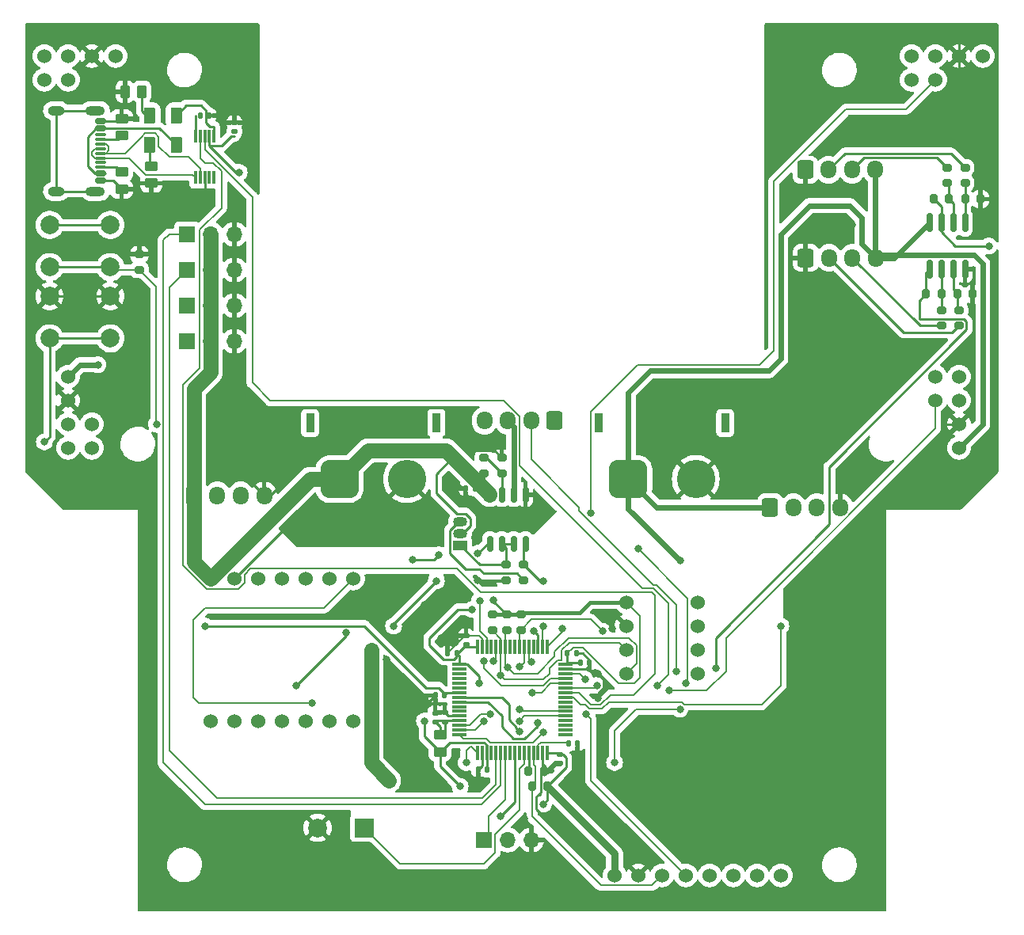
<source format=gbr>
%TF.GenerationSoftware,KiCad,Pcbnew,7.0.9*%
%TF.CreationDate,2024-10-01T14:31:36+09:00*%
%TF.ProjectId,01-main,30312d6d-6169-46e2-9e6b-696361645f70,rev?*%
%TF.SameCoordinates,Original*%
%TF.FileFunction,Copper,L1,Top*%
%TF.FilePolarity,Positive*%
%FSLAX46Y46*%
G04 Gerber Fmt 4.6, Leading zero omitted, Abs format (unit mm)*
G04 Created by KiCad (PCBNEW 7.0.9) date 2024-10-01 14:31:36*
%MOMM*%
%LPD*%
G01*
G04 APERTURE LIST*
G04 Aperture macros list*
%AMRoundRect*
0 Rectangle with rounded corners*
0 $1 Rounding radius*
0 $2 $3 $4 $5 $6 $7 $8 $9 X,Y pos of 4 corners*
0 Add a 4 corners polygon primitive as box body*
4,1,4,$2,$3,$4,$5,$6,$7,$8,$9,$2,$3,0*
0 Add four circle primitives for the rounded corners*
1,1,$1+$1,$2,$3*
1,1,$1+$1,$4,$5*
1,1,$1+$1,$6,$7*
1,1,$1+$1,$8,$9*
0 Add four rect primitives between the rounded corners*
20,1,$1+$1,$2,$3,$4,$5,0*
20,1,$1+$1,$4,$5,$6,$7,0*
20,1,$1+$1,$6,$7,$8,$9,0*
20,1,$1+$1,$8,$9,$2,$3,0*%
G04 Aperture macros list end*
%TA.AperFunction,SMDPad,CuDef*%
%ADD10RoundRect,0.140000X0.170000X-0.140000X0.170000X0.140000X-0.170000X0.140000X-0.170000X-0.140000X0*%
%TD*%
%TA.AperFunction,SMDPad,CuDef*%
%ADD11RoundRect,0.140000X0.140000X0.170000X-0.140000X0.170000X-0.140000X-0.170000X0.140000X-0.170000X0*%
%TD*%
%TA.AperFunction,SMDPad,CuDef*%
%ADD12RoundRect,0.200000X0.275000X-0.200000X0.275000X0.200000X-0.275000X0.200000X-0.275000X-0.200000X0*%
%TD*%
%TA.AperFunction,ComponentPad*%
%ADD13RoundRect,0.250000X-0.600000X-0.725000X0.600000X-0.725000X0.600000X0.725000X-0.600000X0.725000X0*%
%TD*%
%TA.AperFunction,ComponentPad*%
%ADD14O,1.700000X1.950000*%
%TD*%
%TA.AperFunction,ComponentPad*%
%ADD15C,1.524000*%
%TD*%
%TA.AperFunction,SMDPad,CuDef*%
%ADD16RoundRect,0.200000X-0.275000X0.200000X-0.275000X-0.200000X0.275000X-0.200000X0.275000X0.200000X0*%
%TD*%
%TA.AperFunction,SMDPad,CuDef*%
%ADD17RoundRect,0.140000X-0.170000X0.140000X-0.170000X-0.140000X0.170000X-0.140000X0.170000X0.140000X0*%
%TD*%
%TA.AperFunction,ComponentPad*%
%ADD18R,0.900000X2.000000*%
%TD*%
%TA.AperFunction,ComponentPad*%
%ADD19RoundRect,1.025000X-1.025000X-1.025000X1.025000X-1.025000X1.025000X1.025000X-1.025000X1.025000X0*%
%TD*%
%TA.AperFunction,ComponentPad*%
%ADD20C,4.100000*%
%TD*%
%TA.AperFunction,SMDPad,CuDef*%
%ADD21R,0.300000X1.400000*%
%TD*%
%TA.AperFunction,SMDPad,CuDef*%
%ADD22RoundRect,0.200000X-0.200000X-0.275000X0.200000X-0.275000X0.200000X0.275000X-0.200000X0.275000X0*%
%TD*%
%TA.AperFunction,ComponentPad*%
%ADD23R,1.700000X1.700000*%
%TD*%
%TA.AperFunction,ComponentPad*%
%ADD24O,1.700000X1.700000*%
%TD*%
%TA.AperFunction,SMDPad,CuDef*%
%ADD25RoundRect,0.140000X-0.140000X-0.170000X0.140000X-0.170000X0.140000X0.170000X-0.140000X0.170000X0*%
%TD*%
%TA.AperFunction,ComponentPad*%
%ADD26C,2.000000*%
%TD*%
%TA.AperFunction,ComponentPad*%
%ADD27RoundRect,0.250000X0.600000X0.725000X-0.600000X0.725000X-0.600000X-0.725000X0.600000X-0.725000X0*%
%TD*%
%TA.AperFunction,SMDPad,CuDef*%
%ADD28RoundRect,0.075000X-0.700000X-0.075000X0.700000X-0.075000X0.700000X0.075000X-0.700000X0.075000X0*%
%TD*%
%TA.AperFunction,SMDPad,CuDef*%
%ADD29RoundRect,0.075000X-0.075000X-0.700000X0.075000X-0.700000X0.075000X0.700000X-0.075000X0.700000X0*%
%TD*%
%TA.AperFunction,SMDPad,CuDef*%
%ADD30RoundRect,0.250000X0.450000X-0.262500X0.450000X0.262500X-0.450000X0.262500X-0.450000X-0.262500X0*%
%TD*%
%TA.AperFunction,SMDPad,CuDef*%
%ADD31RoundRect,0.150000X0.150000X-0.825000X0.150000X0.825000X-0.150000X0.825000X-0.150000X-0.825000X0*%
%TD*%
%TA.AperFunction,SMDPad,CuDef*%
%ADD32RoundRect,0.250000X-0.450000X0.262500X-0.450000X-0.262500X0.450000X-0.262500X0.450000X0.262500X0*%
%TD*%
%TA.AperFunction,SMDPad,CuDef*%
%ADD33RoundRect,0.250000X0.262500X0.450000X-0.262500X0.450000X-0.262500X-0.450000X0.262500X-0.450000X0*%
%TD*%
%TA.AperFunction,SMDPad,CuDef*%
%ADD34RoundRect,0.150000X-0.425000X0.150000X-0.425000X-0.150000X0.425000X-0.150000X0.425000X0.150000X0*%
%TD*%
%TA.AperFunction,SMDPad,CuDef*%
%ADD35RoundRect,0.075000X-0.500000X0.075000X-0.500000X-0.075000X0.500000X-0.075000X0.500000X0.075000X0*%
%TD*%
%TA.AperFunction,ComponentPad*%
%ADD36O,2.100000X1.000000*%
%TD*%
%TA.AperFunction,ComponentPad*%
%ADD37O,1.800000X1.000000*%
%TD*%
%TA.AperFunction,SMDPad,CuDef*%
%ADD38RoundRect,0.250000X-0.375000X-0.625000X0.375000X-0.625000X0.375000X0.625000X-0.375000X0.625000X0*%
%TD*%
%TA.AperFunction,ComponentPad*%
%ADD39R,2.000000X2.000000*%
%TD*%
%TA.AperFunction,SMDPad,CuDef*%
%ADD40RoundRect,0.150000X0.150000X-0.675000X0.150000X0.675000X-0.150000X0.675000X-0.150000X-0.675000X0*%
%TD*%
%TA.AperFunction,ComponentPad*%
%ADD41R,1.500000X1.050000*%
%TD*%
%TA.AperFunction,ComponentPad*%
%ADD42O,1.500000X1.050000*%
%TD*%
%TA.AperFunction,ViaPad*%
%ADD43C,0.800000*%
%TD*%
%TA.AperFunction,Conductor*%
%ADD44C,0.200000*%
%TD*%
%TA.AperFunction,Conductor*%
%ADD45C,0.250000*%
%TD*%
%TA.AperFunction,Conductor*%
%ADD46C,0.600000*%
%TD*%
%TA.AperFunction,Conductor*%
%ADD47C,0.800000*%
%TD*%
%TA.AperFunction,Conductor*%
%ADD48C,0.400000*%
%TD*%
%TA.AperFunction,Conductor*%
%ADD49C,1.600000*%
%TD*%
G04 APERTURE END LIST*
D10*
%TO.P,C13,1*%
%TO.N,+5V*%
X100330000Y-71600000D03*
%TO.P,C13,2*%
%TO.N,GND*%
X100330000Y-70640000D03*
%TD*%
D11*
%TO.P,C12,1*%
%TO.N,GND*%
X97635000Y-69850000D03*
%TO.P,C12,2*%
%TO.N,Net-(U8-V3)*%
X96675000Y-69850000D03*
%TD*%
D12*
%TO.P,R13,1*%
%TO.N,+5V*%
X127000000Y-108140000D03*
%TO.P,R13,2*%
%TO.N,Net-(U12-B)*%
X127000000Y-106490000D03*
%TD*%
D13*
%TO.P,J7,1,Pin_1*%
%TO.N,GND*%
X161350000Y-75675000D03*
D14*
%TO.P,J7,2,Pin_2*%
%TO.N,Net-(J7-Pin_2)*%
X163850000Y-75675000D03*
%TO.P,J7,3,Pin_3*%
%TO.N,Net-(J7-Pin_3)*%
X166350000Y-75675000D03*
%TO.P,J7,4,Pin_4*%
%TO.N,+3V3*%
X168850000Y-75675000D03*
%TD*%
D11*
%TO.P,C11,1*%
%TO.N,+5V*%
X126035000Y-109770000D03*
%TO.P,C11,2*%
%TO.N,GND*%
X125075000Y-109770000D03*
%TD*%
D12*
%TO.P,R3,1*%
%TO.N,Net-(Q1-B)*%
X131270000Y-119570000D03*
%TO.P,R3,2*%
%TO.N,UART3_TX*%
X131270000Y-117920000D03*
%TD*%
D15*
%TO.P,U2,1,3V3*%
%TO.N,+3V3*%
X82550000Y-97790000D03*
%TO.P,U2,2,GND*%
%TO.N,GND*%
X82550000Y-100330000D03*
%TO.P,U2,3,SCL*%
%TO.N,I2C1_SCL*%
X82550000Y-102870000D03*
%TO.P,U2,4,SDA*%
%TO.N,I2C1_SDA*%
X82550000Y-105410000D03*
%TO.P,U2,5,XSHUT*%
%TO.N,XSHUT1*%
X85090000Y-102870000D03*
%TO.P,U2,6,GPIO*%
%TO.N,unconnected-(U2-GPIO-Pad6)*%
X85090000Y-105410000D03*
%TD*%
D16*
%TO.P,R14,1*%
%TO.N,GND*%
X128905000Y-106490000D03*
%TO.P,R14,2*%
%TO.N,Net-(U12-B)*%
X128905000Y-108140000D03*
%TD*%
%TO.P,R18,1*%
%TO.N,+3V3*%
X130937000Y-123254000D03*
%TO.P,R18,2*%
%TO.N,I2C2_SDA*%
X130937000Y-124904000D03*
%TD*%
D15*
%TO.P,U4,1,3V3*%
%TO.N,+3V3*%
X177800000Y-105410000D03*
%TO.P,U4,2,GND*%
%TO.N,GND*%
X177800000Y-102870000D03*
%TO.P,U4,3,SCL*%
%TO.N,I2C1_SCL*%
X177800000Y-100330000D03*
%TO.P,U4,4,SDA*%
%TO.N,I2C1_SDA*%
X177800000Y-97790000D03*
%TO.P,U4,5,XSHUT*%
%TO.N,XSHUT2*%
X175260000Y-100330000D03*
%TO.P,U4,6,GPIO*%
%TO.N,unconnected-(U4-GPIO-Pad6)*%
X175260000Y-97790000D03*
%TD*%
%TO.P,U5,1,3V3*%
%TO.N,+3V3*%
X180340000Y-63500000D03*
%TO.P,U5,2,GND*%
%TO.N,GND*%
X177800000Y-63500000D03*
%TO.P,U5,3,SCL*%
%TO.N,I2C1_SCL*%
X175260000Y-63500000D03*
%TO.P,U5,4,SDA*%
%TO.N,I2C1_SDA*%
X172720000Y-63500000D03*
%TO.P,U5,5,XSHUT*%
%TO.N,XSHUT3*%
X175260000Y-66040000D03*
%TO.P,U5,6,GPIO*%
%TO.N,unconnected-(U5-GPIO-Pad6)*%
X172720000Y-66040000D03*
%TD*%
D17*
%TO.P,C4,1*%
%TO.N,GND*%
X125095000Y-125504000D03*
%TO.P,C4,2*%
%TO.N,+3V3*%
X125095000Y-126464000D03*
%TD*%
D16*
%TO.P,R4,1*%
%TO.N,Net-(J7-Pin_2)*%
X178435000Y-75440000D03*
%TO.P,R4,2*%
%TO.N,Net-(U14B-+)*%
X178435000Y-77090000D03*
%TD*%
D17*
%TO.P,C9,1*%
%TO.N,GND*%
X122809000Y-133731000D03*
%TO.P,C9,2*%
%TO.N,Net-(U3-VDDA)*%
X122809000Y-134691000D03*
%TD*%
D18*
%TO.P,J4,*%
%TO.N,*%
X108420000Y-102750000D03*
X121920000Y-102750000D03*
D19*
%TO.P,J4,1,Pin_1*%
%TO.N,+5V*%
X111570000Y-108750000D03*
D20*
%TO.P,J4,2,Pin_2*%
%TO.N,GND*%
X118770000Y-108750000D03*
%TD*%
D21*
%TO.P,U8,1,UD+*%
%TO.N,D+*%
X96155000Y-76495000D03*
%TO.P,U8,2,UD-*%
%TO.N,D-*%
X96655000Y-76495000D03*
%TO.P,U8,3,GND*%
%TO.N,GND*%
X97155000Y-76495000D03*
%TO.P,U8,4,~{RTS}*%
%TO.N,unconnected-(U8-~{RTS}-Pad4)*%
X97655000Y-76495000D03*
%TO.P,U8,5,~{CTS}*%
%TO.N,unconnected-(U8-~{CTS}-Pad5)*%
X98155000Y-76495000D03*
%TO.P,U8,6,TNOW*%
%TO.N,Net-(D1-A)*%
X98155000Y-72095000D03*
%TO.P,U8,7,VCC*%
%TO.N,+5V*%
X97655000Y-72095000D03*
%TO.P,U8,8,TXD*%
%TO.N,UART1_RX*%
X97155000Y-72095000D03*
%TO.P,U8,9,RXD*%
%TO.N,UART1_TX*%
X96655000Y-72095000D03*
%TO.P,U8,10,V3*%
%TO.N,Net-(U8-V3)*%
X96155000Y-72095000D03*
%TD*%
D13*
%TO.P,J3,1,Pin_1*%
%TO.N,+3V3*%
X157600000Y-111760000D03*
D14*
%TO.P,J3,2,Pin_2*%
%TO.N,UART4_RX*%
X160100000Y-111760000D03*
%TO.P,J3,3,Pin_3*%
%TO.N,UART4_TX*%
X162600000Y-111760000D03*
%TO.P,J3,4,Pin_4*%
%TO.N,GND*%
X165100000Y-111760000D03*
%TD*%
D22*
%TO.P,R11,1*%
%TO.N,Net-(U14A-+)*%
X177610000Y-88965000D03*
%TO.P,R11,2*%
%TO.N,GND*%
X179260000Y-88965000D03*
%TD*%
D23*
%TO.P,J9,1,Pin_1*%
%TO.N,servo1*%
X95250000Y-93980000D03*
D24*
%TO.P,J9,2,Pin_2*%
%TO.N,+5V*%
X97790000Y-93980000D03*
%TO.P,J9,3,Pin_3*%
%TO.N,GND*%
X100330000Y-93980000D03*
%TD*%
D25*
%TO.P,C2,1*%
%TO.N,Net-(U3-VCAP_1)*%
X136045000Y-137033000D03*
%TO.P,C2,2*%
%TO.N,GND*%
X137005000Y-137033000D03*
%TD*%
D15*
%TO.P,U7,1,3V3*%
%TO.N,+3V3*%
X87630000Y-63500000D03*
%TO.P,U7,2,GND*%
%TO.N,GND*%
X85090000Y-63500000D03*
%TO.P,U7,3,SCL*%
%TO.N,I2C1_SCL*%
X82550000Y-63500000D03*
%TO.P,U7,4,SDA*%
%TO.N,I2C1_SDA*%
X80010000Y-63500000D03*
%TO.P,U7,5,XSHUT*%
%TO.N,XSHUT4*%
X82550000Y-66040000D03*
%TO.P,U7,6,GPIO*%
%TO.N,unconnected-(U7-GPIO-Pad6)*%
X80010000Y-66040000D03*
%TD*%
D23*
%TO.P,J13,1,Pin_1*%
%TO.N,servo5*%
X127015000Y-147320000D03*
D24*
%TO.P,J13,2,Pin_2*%
%TO.N,+5V*%
X129555000Y-147320000D03*
%TO.P,J13,3,Pin_3*%
%TO.N,GND*%
X132095000Y-147320000D03*
%TD*%
D26*
%TO.P,SW1,1,1*%
%TO.N,+3V3*%
X80570000Y-81570000D03*
X87070000Y-81570000D03*
%TO.P,SW1,2,2*%
%TO.N,BOOT0*%
X80570000Y-86070000D03*
X87070000Y-86070000D03*
%TD*%
D27*
%TO.P,J1,1,Pin_1*%
%TO.N,UART2_RX*%
X134560000Y-102510000D03*
D14*
%TO.P,J1,2,Pin_2*%
%TO.N,UART2_TX*%
X132060000Y-102510000D03*
%TO.P,J1,3,Pin_3*%
%TO.N,STS_SIG*%
X129560000Y-102510000D03*
%TO.P,J1,4,Pin_4*%
%TO.N,BAT*%
X127060000Y-102510000D03*
%TD*%
D22*
%TO.P,R9,1*%
%TO.N,Net-(U14B-+)*%
X178435000Y-78805000D03*
%TO.P,R9,2*%
%TO.N,GND*%
X180085000Y-78805000D03*
%TD*%
D25*
%TO.P,C1,1*%
%TO.N,GND*%
X121821000Y-131826000D03*
%TO.P,C1,2*%
%TO.N,NRST*%
X122781000Y-131826000D03*
%TD*%
D12*
%TO.P,R15,1*%
%TO.N,I2C1_SCL*%
X129413000Y-124904000D03*
%TO.P,R15,2*%
%TO.N,+3V3*%
X129413000Y-123254000D03*
%TD*%
D15*
%TO.P,U1,1,VIN*%
%TO.N,+3V3*%
X142240000Y-121920000D03*
%TO.P,U1,2,GND*%
%TO.N,GND*%
X142240000Y-124460000D03*
%TO.P,U1,3,SDA*%
%TO.N,I2C1_SDA*%
X142240000Y-127000000D03*
%TO.P,U1,4,SCL*%
%TO.N,I2C1_SCL*%
X142240000Y-129540000D03*
%TO.P,U1,5,RST*%
%TO.N,unconnected-(U1-RST-Pad5)*%
X149860000Y-129540000D03*
%TO.P,U1,6,INT*%
%TO.N,unconnected-(U1-INT-Pad6)*%
X149860000Y-127000000D03*
%TO.P,U1,7,GND*%
%TO.N,unconnected-(U1-GND-Pad7)*%
X149860000Y-124460000D03*
%TO.P,U1,8,VOUT*%
%TO.N,unconnected-(U1-VOUT-Pad8)*%
X149860000Y-121920000D03*
%TD*%
D25*
%TO.P,C8,1*%
%TO.N,GND*%
X126393000Y-139827000D03*
%TO.P,C8,2*%
%TO.N,+3V3*%
X127353000Y-139827000D03*
%TD*%
D22*
%TO.P,R10,1*%
%TO.N,LOADCEL_R*%
X175070000Y-78805000D03*
%TO.P,R10,2*%
%TO.N,Net-(U14B--)*%
X176720000Y-78805000D03*
%TD*%
D28*
%TO.P,U3,1,VBAT*%
%TO.N,+3V3*%
X124373000Y-128584000D03*
%TO.P,U3,2,PC13*%
%TO.N,Net-(J16-Pin_3)*%
X124373000Y-129084000D03*
%TO.P,U3,3,PC14*%
%TO.N,Net-(J16-Pin_2)*%
X124373000Y-129584000D03*
%TO.P,U3,4,PC15*%
%TO.N,Net-(J16-Pin_1)*%
X124373000Y-130084000D03*
%TO.P,U3,5,PH0*%
%TO.N,unconnected-(U3-PH0-Pad5)*%
X124373000Y-130584000D03*
%TO.P,U3,6,PH1*%
%TO.N,unconnected-(U3-PH1-Pad6)*%
X124373000Y-131084000D03*
%TO.P,U3,7,NRST*%
%TO.N,NRST*%
X124373000Y-131584000D03*
%TO.P,U3,8,PC0*%
%TO.N,LOADCEL_R*%
X124373000Y-132084000D03*
%TO.P,U3,9,PC1*%
%TO.N,LOADCEL_L*%
X124373000Y-132584000D03*
%TO.P,U3,10,PC2*%
%TO.N,unconnected-(U3-PC2-Pad10)*%
X124373000Y-133084000D03*
%TO.P,U3,11,PC3*%
%TO.N,Net-(J17-Pin_4)*%
X124373000Y-133584000D03*
%TO.P,U3,12,VSSA*%
%TO.N,GND*%
X124373000Y-134084000D03*
%TO.P,U3,13,VDDA*%
%TO.N,Net-(U3-VDDA)*%
X124373000Y-134584000D03*
%TO.P,U3,14,PA0*%
%TO.N,UART4_TX*%
X124373000Y-135084000D03*
%TO.P,U3,15,PA1*%
%TO.N,UART4_RX*%
X124373000Y-135584000D03*
%TO.P,U3,16,PA2*%
%TO.N,UART2_TX*%
X124373000Y-136084000D03*
D29*
%TO.P,U3,17,PA3*%
%TO.N,UART2_RX*%
X126298000Y-138009000D03*
%TO.P,U3,18,VSS*%
%TO.N,GND*%
X126798000Y-138009000D03*
%TO.P,U3,19,VDD*%
%TO.N,+3V3*%
X127298000Y-138009000D03*
%TO.P,U3,20,PA4*%
%TO.N,unconnected-(U3-PA4-Pad20)*%
X127798000Y-138009000D03*
%TO.P,U3,21,PA5*%
%TO.N,servo3*%
X128298000Y-138009000D03*
%TO.P,U3,22,PA6*%
%TO.N,servo4*%
X128798000Y-138009000D03*
%TO.P,U3,23,PA7*%
%TO.N,servo5*%
X129298000Y-138009000D03*
%TO.P,U3,24,PC4*%
%TO.N,Net-(J17-Pin_3)*%
X129798000Y-138009000D03*
%TO.P,U3,25,PC5*%
%TO.N,UART3_RX*%
X130298000Y-138009000D03*
%TO.P,U3,26,PB0*%
%TO.N,servo6*%
X130798000Y-138009000D03*
%TO.P,U3,27,PB1*%
%TO.N,buzzer*%
X131298000Y-138009000D03*
%TO.P,U3,28,PB2*%
%TO.N,Net-(U3-PB2)*%
X131798000Y-138009000D03*
%TO.P,U3,29,PB10*%
%TO.N,I2C2_SCL*%
X132298000Y-138009000D03*
%TO.P,U3,30,VCAP_1*%
%TO.N,Net-(U3-VCAP_1)*%
X132798000Y-138009000D03*
%TO.P,U3,31,VSS*%
%TO.N,GND*%
X133298000Y-138009000D03*
%TO.P,U3,32,VDD*%
%TO.N,+3V3*%
X133798000Y-138009000D03*
D28*
%TO.P,U3,33,PB12*%
%TO.N,unconnected-(U3-PB12-Pad33)*%
X135723000Y-136084000D03*
%TO.P,U3,34,PB13*%
%TO.N,Net-(J15-Pin_2)*%
X135723000Y-135584000D03*
%TO.P,U3,35,PB14*%
%TO.N,Net-(J15-Pin_3)*%
X135723000Y-135084000D03*
%TO.P,U3,36,PB15*%
%TO.N,Net-(J15-Pin_4)*%
X135723000Y-134584000D03*
%TO.P,U3,37,PC6*%
%TO.N,UART6_TX*%
X135723000Y-134084000D03*
%TO.P,U3,38,PC7*%
%TO.N,UART6_RX*%
X135723000Y-133584000D03*
%TO.P,U3,39,PC8*%
%TO.N,Net-(J17-Pin_2)*%
X135723000Y-133084000D03*
%TO.P,U3,40,PC9*%
%TO.N,Net-(J17-Pin_1)*%
X135723000Y-132584000D03*
%TO.P,U3,41,PA8*%
%TO.N,servo1*%
X135723000Y-132084000D03*
%TO.P,U3,42,PA9*%
%TO.N,UART1_TX*%
X135723000Y-131584000D03*
%TO.P,U3,43,PA10*%
%TO.N,UART1_RX*%
X135723000Y-131084000D03*
%TO.P,U3,44,PA11*%
%TO.N,servo2*%
X135723000Y-130584000D03*
%TO.P,U3,45,PA12*%
%TO.N,XSHUT1*%
X135723000Y-130084000D03*
%TO.P,U3,46,PA13*%
%TO.N,XSHUT2*%
X135723000Y-129584000D03*
%TO.P,U3,47,VSS*%
%TO.N,GND*%
X135723000Y-129084000D03*
%TO.P,U3,48,VDD*%
%TO.N,+3V3*%
X135723000Y-128584000D03*
D29*
%TO.P,U3,49,PA14*%
%TO.N,XSHUT3*%
X133798000Y-126659000D03*
%TO.P,U3,50,PA15*%
%TO.N,XSHUT4*%
X133298000Y-126659000D03*
%TO.P,U3,51,PC10*%
%TO.N,UART3_TX*%
X132798000Y-126659000D03*
%TO.P,U3,52,PC11*%
%TO.N,Net-(J16-Pin_4)*%
X132298000Y-126659000D03*
%TO.P,U3,53,PC12*%
%TO.N,UART5_TX*%
X131798000Y-126659000D03*
%TO.P,U3,54,PD2*%
%TO.N,UART5_RX*%
X131298000Y-126659000D03*
%TO.P,U3,55,PB3*%
%TO.N,I2C2_SDA*%
X130798000Y-126659000D03*
%TO.P,U3,56,PB4*%
%TO.N,unconnected-(U3-PB4-Pad56)*%
X130298000Y-126659000D03*
%TO.P,U3,57,PB5*%
%TO.N,Net-(J15-Pin_1)*%
X129798000Y-126659000D03*
%TO.P,U3,58,PB6*%
%TO.N,I2C1_SCL*%
X129298000Y-126659000D03*
%TO.P,U3,59,PB7*%
%TO.N,I2C1_SDA*%
X128798000Y-126659000D03*
%TO.P,U3,60,BOOT0*%
%TO.N,BOOT0*%
X128298000Y-126659000D03*
%TO.P,U3,61,PB8*%
%TO.N,unconnected-(U3-PB8-Pad61)*%
X127798000Y-126659000D03*
%TO.P,U3,62,PB9*%
%TO.N,BAT*%
X127298000Y-126659000D03*
%TO.P,U3,63,VSS*%
%TO.N,GND*%
X126798000Y-126659000D03*
%TO.P,U3,64,VDD*%
%TO.N,+3V3*%
X126298000Y-126659000D03*
%TD*%
D18*
%TO.P,J5,*%
%TO.N,*%
X139300000Y-102750000D03*
X152800000Y-102750000D03*
D19*
%TO.P,J5,1,Pin_1*%
%TO.N,+3V3*%
X142450000Y-108750000D03*
D20*
%TO.P,J5,2,Pin_2*%
%TO.N,GND*%
X149650000Y-108750000D03*
%TD*%
D16*
%TO.P,R8,1*%
%TO.N,Net-(Q1-E)*%
X129365000Y-117920000D03*
%TO.P,R8,2*%
%TO.N,GND*%
X129365000Y-119570000D03*
%TD*%
D25*
%TO.P,C7,1*%
%TO.N,+3V3*%
X137315000Y-128397000D03*
%TO.P,C7,2*%
%TO.N,GND*%
X138275000Y-128397000D03*
%TD*%
D30*
%TO.P,R20,1*%
%TO.N,GND*%
X88265000Y-77747500D03*
%TO.P,R20,2*%
%TO.N,Net-(J22-CC2)*%
X88265000Y-75922500D03*
%TD*%
D31*
%TO.P,U14,1*%
%TO.N,LOADCEL_L*%
X174625000Y-86295000D03*
%TO.P,U14,2,-*%
%TO.N,Net-(U14A--)*%
X175895000Y-86295000D03*
%TO.P,U14,3,+*%
%TO.N,Net-(U14A-+)*%
X177165000Y-86295000D03*
%TO.P,U14,4,V-*%
%TO.N,GND*%
X178435000Y-86295000D03*
%TO.P,U14,5,+*%
%TO.N,Net-(U14B-+)*%
X178435000Y-81345000D03*
%TO.P,U14,6,-*%
%TO.N,Net-(U14B--)*%
X177165000Y-81345000D03*
%TO.P,U14,7*%
%TO.N,LOADCEL_R*%
X175895000Y-81345000D03*
%TO.P,U14,8,V+*%
%TO.N,+3V3*%
X174625000Y-81345000D03*
%TD*%
D32*
%TO.P,R22,1*%
%TO.N,GND*%
X88265000Y-70207500D03*
%TO.P,R22,2*%
%TO.N,Net-(J22-CC1)*%
X88265000Y-72032500D03*
%TD*%
D23*
%TO.P,J12,1,Pin_1*%
%TO.N,servo4*%
X95250000Y-82550000D03*
D24*
%TO.P,J12,2,Pin_2*%
%TO.N,+5V*%
X97790000Y-82550000D03*
%TO.P,J12,3,Pin_3*%
%TO.N,GND*%
X100330000Y-82550000D03*
%TD*%
D23*
%TO.P,J10,1,Pin_1*%
%TO.N,servo2*%
X95250000Y-90170000D03*
D24*
%TO.P,J10,2,Pin_2*%
%TO.N,+5V*%
X97790000Y-90170000D03*
%TO.P,J10,3,Pin_3*%
%TO.N,GND*%
X100330000Y-90170000D03*
%TD*%
D16*
%TO.P,R16,1*%
%TO.N,+3V3*%
X127889000Y-123254000D03*
%TO.P,R16,2*%
%TO.N,I2C1_SDA*%
X127889000Y-124904000D03*
%TD*%
D15*
%TO.P,U6,1,D0*%
%TO.N,unconnected-(U6-D0-Pad1)*%
X97790000Y-134620000D03*
%TO.P,U6,2,D1*%
%TO.N,unconnected-(U6-D1-Pad2)*%
X100330000Y-134620000D03*
%TO.P,U6,3,D2*%
%TO.N,unconnected-(U6-D2-Pad3)*%
X102870000Y-134620000D03*
%TO.P,U6,4,D3*%
%TO.N,unconnected-(U6-D3-Pad4)*%
X105410000Y-134620000D03*
%TO.P,U6,5,D4*%
%TO.N,unconnected-(U6-D4-Pad5)*%
X107950000Y-134620000D03*
%TO.P,U6,6,D5*%
%TO.N,unconnected-(U6-D5-Pad6)*%
X110490000Y-134620000D03*
%TO.P,U6,7,D6*%
%TO.N,UART6_RX*%
X113030000Y-134620000D03*
%TO.P,U6,8,D7*%
%TO.N,UART6_TX*%
X113030000Y-119380000D03*
%TO.P,U6,9,D8*%
%TO.N,unconnected-(U6-D8-Pad9)*%
X110490000Y-119380000D03*
%TO.P,U6,10,D9*%
%TO.N,unconnected-(U6-D9-Pad10)*%
X107950000Y-119380000D03*
%TO.P,U6,11,D10*%
%TO.N,unconnected-(U6-D10-Pad11)*%
X105410000Y-119380000D03*
%TO.P,U6,12,3V3*%
%TO.N,unconnected-(U6-3V3-Pad12)*%
X102870000Y-119380000D03*
%TO.P,U6,13,GND*%
%TO.N,GND*%
X100330000Y-119380000D03*
%TO.P,U6,14,5V*%
%TO.N,+5V*%
X97790000Y-119380000D03*
%TD*%
D30*
%TO.P,FB1,1*%
%TO.N,+3V3*%
X122301000Y-137945500D03*
%TO.P,FB1,2*%
%TO.N,Net-(U3-VDDA)*%
X122301000Y-136120500D03*
%TD*%
D17*
%TO.P,C10,1*%
%TO.N,GND*%
X121793000Y-133759000D03*
%TO.P,C10,2*%
%TO.N,Net-(U3-VDDA)*%
X121793000Y-134719000D03*
%TD*%
D12*
%TO.P,R1,1*%
%TO.N,BOOT0*%
X90170000Y-86360000D03*
%TO.P,R1,2*%
%TO.N,GND*%
X90170000Y-84710000D03*
%TD*%
D15*
%TO.P,U13,1,VCC*%
%TO.N,+3V3*%
X140970000Y-151130000D03*
%TO.P,U13,2,GND*%
%TO.N,GND*%
X143510000Y-151130000D03*
%TO.P,U13,3,SCL*%
%TO.N,I2C2_SCL*%
X146050000Y-151130000D03*
%TO.P,U13,4,SDA*%
%TO.N,I2C2_SDA*%
X148590000Y-151130000D03*
%TO.P,U13,5,XDA*%
%TO.N,unconnected-(U13-XDA-Pad5)*%
X151130000Y-151130000D03*
%TO.P,U13,6,XCL*%
%TO.N,unconnected-(U13-XCL-Pad6)*%
X153670000Y-151130000D03*
%TO.P,U13,7,AD0*%
%TO.N,unconnected-(U13-AD0-Pad7)*%
X156210000Y-151130000D03*
%TO.P,U13,8,INT*%
%TO.N,unconnected-(U13-INT-Pad8)*%
X158750000Y-151130000D03*
%TD*%
D13*
%TO.P,J8,1,Pin_1*%
%TO.N,GND*%
X161410000Y-85090000D03*
D14*
%TO.P,J8,2,Pin_2*%
%TO.N,Net-(J8-Pin_2)*%
X163910000Y-85090000D03*
%TO.P,J8,3,Pin_3*%
%TO.N,Net-(J8-Pin_3)*%
X166410000Y-85090000D03*
%TO.P,J8,4,Pin_4*%
%TO.N,+3V3*%
X168910000Y-85090000D03*
%TD*%
D12*
%TO.P,R5,1*%
%TO.N,Net-(U14B--)*%
X176530000Y-77090000D03*
%TO.P,R5,2*%
%TO.N,Net-(J7-Pin_3)*%
X176530000Y-75440000D03*
%TD*%
D22*
%TO.P,R2,1*%
%TO.N,Net-(U3-PB2)*%
X131763000Y-139954000D03*
%TO.P,R2,2*%
%TO.N,GND*%
X133413000Y-139954000D03*
%TD*%
D33*
%TO.P,R19,1*%
%TO.N,Net-(D1-K)*%
X90447500Y-67310000D03*
%TO.P,R19,2*%
%TO.N,GND*%
X88622500Y-67310000D03*
%TD*%
D34*
%TO.P,J22,A1,GND*%
%TO.N,GND*%
X86035000Y-70460000D03*
%TO.P,J22,A4,VBUS*%
%TO.N,Net-(D2-A)*%
X86035000Y-71260000D03*
D35*
%TO.P,J22,A5,CC1*%
%TO.N,Net-(J22-CC1)*%
X86035000Y-72410000D03*
%TO.P,J22,A6,D+*%
%TO.N,D+*%
X86035000Y-73410000D03*
%TO.P,J22,A7,D-*%
%TO.N,D-*%
X86035000Y-73910000D03*
%TO.P,J22,A8,SBU1*%
%TO.N,unconnected-(J22-SBU1-PadA8)*%
X86035000Y-74910000D03*
D34*
%TO.P,J22,A9,VBUS*%
%TO.N,Net-(D2-A)*%
X86035000Y-76060000D03*
%TO.P,J22,A12,GND*%
%TO.N,GND*%
X86035000Y-76860000D03*
%TO.P,J22,B1,GND*%
X86035000Y-76860000D03*
%TO.P,J22,B4,VBUS*%
%TO.N,Net-(D2-A)*%
X86035000Y-76060000D03*
D35*
%TO.P,J22,B5,CC2*%
%TO.N,Net-(J22-CC2)*%
X86035000Y-75410000D03*
%TO.P,J22,B6,D+*%
%TO.N,D+*%
X86035000Y-74410000D03*
%TO.P,J22,B7,D-*%
%TO.N,D-*%
X86035000Y-72910000D03*
%TO.P,J22,B8,SBU2*%
%TO.N,unconnected-(J22-SBU2-PadB8)*%
X86035000Y-71910000D03*
D34*
%TO.P,J22,B9,VBUS*%
%TO.N,Net-(D2-A)*%
X86035000Y-71260000D03*
%TO.P,J22,B12,GND*%
%TO.N,GND*%
X86035000Y-70460000D03*
D36*
%TO.P,J22,S1,SHIELD*%
%TO.N,unconnected-(J22-SHIELD-PadS1)*%
X85460000Y-69340000D03*
D37*
X81280000Y-69340000D03*
D36*
X85460000Y-77980000D03*
D37*
X81280000Y-77980000D03*
%TD*%
D25*
%TO.P,C3,1*%
%TO.N,GND*%
X123119000Y-127381000D03*
%TO.P,C3,2*%
%TO.N,+3V3*%
X124079000Y-127381000D03*
%TD*%
D23*
%TO.P,J11,1,Pin_1*%
%TO.N,servo3*%
X95250000Y-86360000D03*
D24*
%TO.P,J11,2,Pin_2*%
%TO.N,+5V*%
X97790000Y-86360000D03*
%TO.P,J11,3,Pin_3*%
%TO.N,GND*%
X100330000Y-86360000D03*
%TD*%
D38*
%TO.P,D1,1,K*%
%TO.N,Net-(D1-K)*%
X91310000Y-69850000D03*
%TO.P,D1,2,A*%
%TO.N,Net-(D1-A)*%
X94110000Y-69850000D03*
%TD*%
D10*
%TO.P,C6,1*%
%TO.N,GND*%
X135128000Y-139164000D03*
%TO.P,C6,2*%
%TO.N,+3V3*%
X135128000Y-138204000D03*
%TD*%
D39*
%TO.P,BZ1,1,-*%
%TO.N,buzzer*%
X114220000Y-146050000D03*
D26*
%TO.P,BZ1,2,+*%
%TO.N,GND*%
X109220000Y-146050000D03*
%TD*%
D22*
%TO.P,R12,1*%
%TO.N,LOADCEL_L*%
X174245000Y-88965000D03*
%TO.P,R12,2*%
%TO.N,Net-(U14A--)*%
X175895000Y-88965000D03*
%TD*%
D40*
%TO.P,U12,1,RO*%
%TO.N,UART3_RX*%
X127635000Y-115655000D03*
%TO.P,U12,2,~{RE}*%
%TO.N,Net-(Q1-E)*%
X128905000Y-115655000D03*
%TO.P,U12,3,DE*%
X130175000Y-115655000D03*
%TO.P,U12,4,DI*%
%TO.N,UART3_TX*%
X131445000Y-115655000D03*
%TO.P,U12,5,GND*%
%TO.N,GND*%
X131445000Y-110405000D03*
%TO.P,U12,6,A*%
%TO.N,STS_SIG*%
X130175000Y-110405000D03*
%TO.P,U12,7,B*%
%TO.N,Net-(U12-B)*%
X128905000Y-110405000D03*
%TO.P,U12,8,VCC*%
%TO.N,+5V*%
X127635000Y-110405000D03*
%TD*%
D32*
%TO.P,R21,1*%
%TO.N,Net-(D2-K)*%
X91440000Y-75287500D03*
%TO.P,R21,2*%
%TO.N,GND*%
X91440000Y-77112500D03*
%TD*%
D11*
%TO.P,C5,1*%
%TO.N,GND*%
X136878000Y-127381000D03*
%TO.P,C5,2*%
%TO.N,+3V3*%
X135918000Y-127381000D03*
%TD*%
D41*
%TO.P,Q1,1,E*%
%TO.N,Net-(Q1-E)*%
X124460000Y-115824000D03*
D42*
%TO.P,Q1,2,C*%
%TO.N,+5V*%
X124460000Y-114554000D03*
%TO.P,Q1,3,B*%
%TO.N,Net-(Q1-B)*%
X124460000Y-113284000D03*
%TD*%
D16*
%TO.P,R7,1*%
%TO.N,Net-(U14A--)*%
X175895000Y-90680000D03*
%TO.P,R7,2*%
%TO.N,Net-(J8-Pin_3)*%
X175895000Y-92330000D03*
%TD*%
D22*
%TO.P,R17,1*%
%TO.N,I2C2_SCL*%
X132144000Y-141605000D03*
%TO.P,R17,2*%
%TO.N,+3V3*%
X133794000Y-141605000D03*
%TD*%
D12*
%TO.P,R6,1*%
%TO.N,Net-(J8-Pin_2)*%
X177800000Y-92330000D03*
%TO.P,R6,2*%
%TO.N,Net-(U14A-+)*%
X177800000Y-90680000D03*
%TD*%
D13*
%TO.P,J2,1,Pin_1*%
%TO.N,+5V*%
X96005000Y-110490000D03*
D14*
%TO.P,J2,2,Pin_2*%
%TO.N,UART5_RX*%
X98505000Y-110490000D03*
%TO.P,J2,3,Pin_3*%
%TO.N,UART5_TX*%
X101005000Y-110490000D03*
%TO.P,J2,4,Pin_4*%
%TO.N,GND*%
X103505000Y-110490000D03*
%TD*%
D26*
%TO.P,SW2,1,1*%
%TO.N,GND*%
X80570000Y-89190000D03*
X87070000Y-89190000D03*
%TO.P,SW2,2,2*%
%TO.N,NRST*%
X80570000Y-93690000D03*
X87070000Y-93690000D03*
%TD*%
D38*
%TO.P,D2,1,K*%
%TO.N,Net-(D2-K)*%
X91310000Y-73025000D03*
%TO.P,D2,2,A*%
%TO.N,Net-(D2-A)*%
X94110000Y-73025000D03*
%TD*%
D43*
%TO.N,GND*%
X157988000Y-74422000D03*
X150876000Y-98806000D03*
X126325219Y-119546781D03*
X100584000Y-74168000D03*
X144018000Y-105410000D03*
X146050000Y-109728000D03*
X125730000Y-110998000D03*
X163576000Y-105918000D03*
X153670000Y-110236000D03*
X79000000Y-61000000D03*
X85090000Y-83820000D03*
X173228000Y-95250000D03*
X123952000Y-137922000D03*
X140716000Y-124714000D03*
X90932000Y-114554000D03*
X177292000Y-110998000D03*
X98044000Y-107188000D03*
X119888000Y-126492000D03*
X134874000Y-145034000D03*
X144780000Y-99568000D03*
X111760000Y-144780000D03*
X122428000Y-125730000D03*
X139192000Y-132209500D03*
X123698000Y-102362000D03*
X94996000Y-78232000D03*
X85725000Y-67310000D03*
X126492000Y-141224000D03*
X125476000Y-105664000D03*
X168148000Y-153670000D03*
X160528000Y-62738000D03*
X180086000Y-81534000D03*
X131318000Y-145034000D03*
X116586000Y-128016000D03*
X159258000Y-97790000D03*
X100076000Y-99568000D03*
X139192000Y-129540000D03*
X143002000Y-137922000D03*
X100330000Y-78740000D03*
X80645000Y-109220000D03*
X89535000Y-99060000D03*
X180594000Y-107442000D03*
X140970000Y-141478000D03*
X120650000Y-122174000D03*
X90170000Y-89408000D03*
X124968000Y-121412000D03*
X112014000Y-121920000D03*
X101000000Y-61000000D03*
X164846000Y-117856000D03*
X161798000Y-81280000D03*
X140970000Y-153924000D03*
X180594000Y-67818000D03*
X137160000Y-138430000D03*
X116840000Y-130810000D03*
X123000000Y-109000000D03*
X122682000Y-141732000D03*
X117602000Y-121666000D03*
X166370000Y-81534000D03*
X108000000Y-115000000D03*
X121000000Y-115000000D03*
X93218000Y-143002000D03*
X168910000Y-122682000D03*
X166624000Y-108712000D03*
X139446000Y-137922000D03*
X90170000Y-95885000D03*
X166624000Y-72136000D03*
X140716000Y-133604000D03*
X117094000Y-137922000D03*
%TO.N,NRST*%
X97155000Y-124460000D03*
X80010000Y-104775000D03*
%TO.N,+3V3*%
X133350000Y-143510000D03*
X147955000Y-117475000D03*
X128016000Y-121666000D03*
X124460000Y-141605000D03*
X125730000Y-122682000D03*
X120650000Y-134620000D03*
X85725000Y-96520000D03*
X126492000Y-130556000D03*
%TO.N,+5V*%
X114935000Y-127000000D03*
X100838000Y-75946000D03*
X116840000Y-140970000D03*
%TO.N,UART2_RX*%
X143510000Y-116205000D03*
X148590000Y-130556000D03*
X140970000Y-139065000D03*
X147955000Y-133350000D03*
X125095000Y-139065000D03*
%TO.N,UART2_TX*%
X133350000Y-135800500D03*
X147574000Y-129286000D03*
%TO.N,BAT*%
X126542122Y-121742878D03*
%TO.N,UART5_RX*%
X130810000Y-128840500D03*
%TO.N,UART5_TX*%
X132080000Y-128270000D03*
%TO.N,UART4_RX*%
X127000000Y-134620000D03*
%TO.N,UART4_TX*%
X127706755Y-133913245D03*
%TO.N,UART1_RX*%
X139065000Y-130810000D03*
X145542000Y-130810000D03*
%TO.N,BOOT0*%
X127999503Y-128180500D03*
X92010500Y-102870000D03*
%TO.N,servo1*%
X158750000Y-124460000D03*
%TO.N,servo2*%
X132137531Y-131567031D03*
%TO.N,I2C1_SCL*%
X129540000Y-128905000D03*
%TO.N,I2C1_SDA*%
X128798000Y-129750500D03*
%TO.N,I2C2_SDA*%
X139700000Y-125030500D03*
X137922000Y-133920500D03*
%TO.N,UART3_TX*%
X132334000Y-124968000D03*
X133350000Y-119634000D03*
%TO.N,LOADCEL_R*%
X130810000Y-135784500D03*
X180975000Y-83820000D03*
%TO.N,LOADCEL_L*%
X132715000Y-134783500D03*
X151765000Y-128994500D03*
%TO.N,XSHUT1*%
X127000000Y-128180500D03*
%TO.N,UART3_RX*%
X126360885Y-116700286D03*
X117348000Y-124460000D03*
X106934000Y-130810000D03*
X119380000Y-117348500D03*
X122174000Y-116840000D03*
X112268000Y-125184500D03*
X128778000Y-144780000D03*
X121920000Y-119634000D03*
%TO.N,UART6_TX*%
X130810000Y-134620000D03*
X108585000Y-132715000D03*
%TO.N,UART6_RX*%
X130810000Y-133350000D03*
%TO.N,XSHUT2*%
X137795000Y-130175000D03*
X146812000Y-131384500D03*
%TO.N,XSHUT3*%
X138430000Y-112395000D03*
X135382000Y-124714000D03*
%TO.N,XSHUT4*%
X133350000Y-124460000D03*
%TD*%
D44*
%TO.N,buzzer*%
X127000000Y-149860000D02*
X118030000Y-149860000D01*
X131298000Y-139231352D02*
X130810000Y-139719352D01*
X130810000Y-144090686D02*
X128165000Y-146735686D01*
X128165000Y-146735686D02*
X128165000Y-148695000D01*
X118030000Y-149860000D02*
X114220000Y-146050000D01*
X131298000Y-138009000D02*
X131298000Y-139231352D01*
X128165000Y-148695000D02*
X127000000Y-149860000D01*
X130810000Y-139719352D02*
X130810000Y-144090686D01*
D45*
%TO.N,GND*%
X124756000Y-109770000D02*
X123698000Y-108712000D01*
X133413000Y-139954000D02*
X133413000Y-140406629D01*
X124373000Y-134084000D02*
X123162000Y-134084000D01*
X139790000Y-130138000D02*
X139192000Y-129540000D01*
X139446000Y-134874000D02*
X139446000Y-137922000D01*
X138275000Y-128706999D02*
X138275000Y-128397000D01*
D44*
X123119000Y-126421000D02*
X123119000Y-127381000D01*
D45*
X165100000Y-110236000D02*
X166624000Y-108712000D01*
X104140000Y-110490000D02*
X105664000Y-108966000D01*
X177800000Y-63500000D02*
X177800000Y-65786000D01*
X138275000Y-128087001D02*
X138275000Y-128397000D01*
D44*
X124996000Y-125504000D02*
X123119000Y-127381000D01*
D45*
X97155000Y-76495000D02*
X97155000Y-78867000D01*
D44*
X125095000Y-125504000D02*
X124996000Y-125504000D01*
D45*
X133413000Y-139954000D02*
X133069000Y-140298000D01*
D44*
X126798000Y-125851590D02*
X126450410Y-125504000D01*
X122428000Y-125730000D02*
X123119000Y-126421000D01*
D45*
X132625000Y-142692000D02*
X132625000Y-144055000D01*
X86035000Y-76860000D02*
X87377500Y-76860000D01*
X177800000Y-61214000D02*
X177546000Y-60960000D01*
X177800000Y-63500000D02*
X177800000Y-61214000D01*
X125075000Y-110343000D02*
X125730000Y-110998000D01*
X97155000Y-78867000D02*
X96774000Y-79248000D01*
X128905000Y-106490000D02*
X128079000Y-105664000D01*
X126798000Y-139422000D02*
X126393000Y-139827000D01*
D46*
X133813000Y-139954000D02*
X133413000Y-139954000D01*
D45*
X114885343Y-112634657D02*
X118770000Y-108750000D01*
D44*
X126450410Y-125504000D02*
X125095000Y-125504000D01*
D45*
X107075343Y-112634657D02*
X114885343Y-112634657D01*
X132625000Y-144055000D02*
X133604000Y-145034000D01*
X133069000Y-140298000D02*
X133069000Y-142248000D01*
X128079000Y-105664000D02*
X125476000Y-105664000D01*
D46*
X135128000Y-139164000D02*
X134603000Y-139164000D01*
D45*
X133298000Y-138009000D02*
X133298000Y-139839000D01*
X137568999Y-127381000D02*
X138275000Y-128087001D01*
X88012500Y-70460000D02*
X88265000Y-70207500D01*
X121821000Y-133731000D02*
X121793000Y-133759000D01*
X165100000Y-111760000D02*
X165100000Y-110236000D01*
X133298000Y-139839000D02*
X133413000Y-139954000D01*
X139192000Y-132209500D02*
X139192000Y-131708305D01*
X139192000Y-131708305D02*
X139790000Y-131110305D01*
X103505000Y-110490000D02*
X100203000Y-107188000D01*
X177800000Y-102870000D02*
X176276000Y-102870000D01*
X136878000Y-127381000D02*
X137568999Y-127381000D01*
X126798000Y-138009000D02*
X126798000Y-139422000D01*
X125075000Y-109770000D02*
X124756000Y-109770000D01*
X120551000Y-133096000D02*
X120396000Y-133096000D01*
X80570000Y-89190000D02*
X87070000Y-89190000D01*
X122809000Y-133731000D02*
X121821000Y-133731000D01*
X100330000Y-119380000D02*
X107075343Y-112634657D01*
X87377500Y-76860000D02*
X88265000Y-77747500D01*
X86035000Y-70460000D02*
X88012500Y-70460000D01*
X135723000Y-129084000D02*
X137897999Y-129084000D01*
X140716000Y-133604000D02*
X139446000Y-134874000D01*
X123162000Y-134084000D02*
X122809000Y-133731000D01*
X100203000Y-107188000D02*
X98044000Y-107188000D01*
X126348438Y-119570000D02*
X126325219Y-119546781D01*
X137897999Y-129084000D02*
X138275000Y-128706999D01*
X121821000Y-131826000D02*
X120551000Y-133096000D01*
D46*
X134603000Y-139164000D02*
X133813000Y-139954000D01*
D44*
X126798000Y-126659000D02*
X126798000Y-125851590D01*
D45*
X177800000Y-65786000D02*
X178308000Y-66294000D01*
X139790000Y-131110305D02*
X139790000Y-130138000D01*
X133069000Y-142248000D02*
X132625000Y-142692000D01*
X125075000Y-109770000D02*
X125075000Y-110343000D01*
X103505000Y-110490000D02*
X104140000Y-110490000D01*
X129365000Y-119570000D02*
X126348438Y-119570000D01*
X133604000Y-145034000D02*
X134874000Y-145034000D01*
%TO.N,NRST*%
X80570000Y-93690000D02*
X87070000Y-93690000D01*
X124373000Y-131584000D02*
X123023000Y-131584000D01*
X80570000Y-104215000D02*
X80570000Y-93690000D01*
X122174000Y-131064000D02*
X120854499Y-131064000D01*
X114250499Y-124460000D02*
X97155000Y-124460000D01*
X80010000Y-104775000D02*
X80570000Y-104215000D01*
X123023000Y-131584000D02*
X122781000Y-131826000D01*
X122781000Y-131671000D02*
X122174000Y-131064000D01*
X120854499Y-131064000D02*
X114250499Y-124460000D01*
X122781000Y-131826000D02*
X122781000Y-131671000D01*
D44*
%TO.N,Net-(U3-VCAP_1)*%
X132798000Y-137201590D02*
X132798000Y-138009000D01*
X136045000Y-137033000D02*
X135946000Y-136934000D01*
X133065590Y-136934000D02*
X132798000Y-137201590D01*
X135946000Y-136934000D02*
X133065590Y-136934000D01*
D45*
%TO.N,+3V3*%
X126492000Y-130556000D02*
X126492000Y-129860236D01*
X126492000Y-129860236D02*
X125215764Y-128584000D01*
D44*
X137585134Y-126771000D02*
X136528000Y-126771000D01*
D46*
X166116000Y-79502000D02*
X161798000Y-79502000D01*
D44*
X142240000Y-121920000D02*
X143702000Y-123382000D01*
D45*
X127040764Y-136909000D02*
X127298000Y-137166236D01*
X122301000Y-137945500D02*
X123337500Y-136909000D01*
X137315000Y-128397000D02*
X135910000Y-128397000D01*
X125215764Y-128584000D02*
X124373000Y-128584000D01*
X135437999Y-138204000D02*
X135800000Y-138566001D01*
D44*
X143702000Y-123382000D02*
X143702000Y-129983000D01*
D46*
X179435000Y-84820000D02*
X180340000Y-85725000D01*
D47*
X140970000Y-148781000D02*
X133794000Y-141605000D01*
D45*
X128016000Y-121666000D02*
X128016000Y-121857000D01*
X120650000Y-134620000D02*
X120650000Y-136294500D01*
D46*
X142450000Y-111970000D02*
X147955000Y-117475000D01*
D45*
X124079000Y-127690999D02*
X123753999Y-128016000D01*
X133794000Y-141605000D02*
X133794000Y-143066000D01*
X124079000Y-127381000D02*
X124178000Y-127381000D01*
D46*
X145460000Y-111760000D02*
X157600000Y-111760000D01*
X167386000Y-83566000D02*
X167386000Y-80772000D01*
D45*
X124373000Y-127675000D02*
X124079000Y-127381000D01*
X135800000Y-139599000D02*
X133794000Y-141605000D01*
X122682000Y-128016000D02*
X121158000Y-126492000D01*
X124079000Y-127381000D02*
X124079000Y-127690999D01*
X122301000Y-139446000D02*
X122301000Y-137945500D01*
X120650000Y-136294500D02*
X122301000Y-137945500D01*
D46*
X180340000Y-102870000D02*
X177800000Y-105410000D01*
X168850000Y-85030000D02*
X168910000Y-85090000D01*
X85725000Y-96520000D02*
X83820000Y-96520000D01*
X144780000Y-97155000D02*
X142450000Y-99485000D01*
D45*
X134933000Y-138009000D02*
X135128000Y-138204000D01*
D47*
X140970000Y-151130000D02*
X140970000Y-148781000D01*
D45*
X123337500Y-136909000D02*
X127040764Y-136909000D01*
X121158000Y-125730000D02*
X124206000Y-122682000D01*
X123753999Y-128016000D02*
X122682000Y-128016000D01*
D48*
X130937000Y-123254000D02*
X131166000Y-123025000D01*
D45*
X124373000Y-128584000D02*
X124373000Y-127675000D01*
X133798000Y-138009000D02*
X134933000Y-138009000D01*
X124178000Y-127381000D02*
X125095000Y-126464000D01*
D46*
X174625000Y-81345000D02*
X170880000Y-85090000D01*
X180340000Y-85725000D02*
X180340000Y-102870000D01*
D45*
X135128000Y-138204000D02*
X135437999Y-138204000D01*
X127298000Y-138009000D02*
X127298000Y-139772000D01*
D46*
X167386000Y-80772000D02*
X166116000Y-79502000D01*
D45*
X80570000Y-81570000D02*
X87070000Y-81570000D01*
X135910000Y-128397000D02*
X135723000Y-128584000D01*
D46*
X161798000Y-79502000D02*
X158750000Y-82550000D01*
X142450000Y-99485000D02*
X142450000Y-108750000D01*
D44*
X143702000Y-129983000D02*
X143083000Y-130602000D01*
D46*
X158750000Y-82550000D02*
X158750000Y-95885000D01*
X157480000Y-97155000D02*
X144780000Y-97155000D01*
X169180000Y-84820000D02*
X179435000Y-84820000D01*
D45*
X126298000Y-126659000D02*
X125163000Y-126659000D01*
D46*
X142450000Y-108750000D02*
X142450000Y-111970000D01*
D45*
X135918000Y-127254000D02*
X135918000Y-128389000D01*
X133794000Y-143066000D02*
X133350000Y-143510000D01*
D44*
X143083000Y-130602000D02*
X141416134Y-130602000D01*
D46*
X168910000Y-85090000D02*
X167386000Y-83566000D01*
X168910000Y-85090000D02*
X169180000Y-84820000D01*
D48*
X130937000Y-123254000D02*
X127889000Y-123254000D01*
D45*
X124460000Y-141605000D02*
X122301000Y-139446000D01*
D46*
X142450000Y-108750000D02*
X145460000Y-111760000D01*
X168850000Y-75675000D02*
X168850000Y-85030000D01*
D45*
X128016000Y-121857000D02*
X129413000Y-123254000D01*
X127298000Y-139772000D02*
X127353000Y-139827000D01*
X135918000Y-128389000D02*
X135723000Y-128584000D01*
X127298000Y-137166236D02*
X127298000Y-138009000D01*
X121158000Y-126492000D02*
X121158000Y-125730000D01*
D44*
X136528000Y-126771000D02*
X135918000Y-127381000D01*
D48*
X131166000Y-123025000D02*
X137267500Y-123025000D01*
D46*
X83820000Y-96520000D02*
X82550000Y-97790000D01*
D45*
X124206000Y-122682000D02*
X125730000Y-122682000D01*
D44*
X141416134Y-130602000D02*
X137585134Y-126771000D01*
D48*
X138372500Y-121920000D02*
X142240000Y-121920000D01*
D46*
X170880000Y-85090000D02*
X168910000Y-85090000D01*
D48*
X137267500Y-123025000D02*
X138372500Y-121920000D01*
D46*
X158750000Y-95885000D02*
X157480000Y-97155000D01*
D45*
X135800000Y-138566001D02*
X135800000Y-139599000D01*
X125163000Y-126659000D02*
X124968000Y-126464000D01*
%TO.N,Net-(U3-VDDA)*%
X122301000Y-135227000D02*
X121793000Y-134719000D01*
X122301000Y-136120500D02*
X122301000Y-135227000D01*
X124373000Y-134584000D02*
X121928000Y-134584000D01*
X122809000Y-134691000D02*
X122809000Y-135612500D01*
X122809000Y-135612500D02*
X122301000Y-136120500D01*
X121928000Y-134584000D02*
X121793000Y-134719000D01*
D49*
%TO.N,+5V*%
X127605000Y-110375000D02*
X127605000Y-110405000D01*
X114935000Y-139065000D02*
X116840000Y-140970000D01*
X97790000Y-119380000D02*
X108420000Y-108750000D01*
D45*
X124118000Y-112434000D02*
X121920000Y-110236000D01*
D49*
X96005000Y-110490000D02*
X96005000Y-99095306D01*
D45*
X121920000Y-108204000D02*
X123296000Y-106828000D01*
D49*
X114935000Y-127000000D02*
X114935000Y-139065000D01*
D45*
X100015000Y-72070000D02*
X98965000Y-73120000D01*
X97655000Y-73095000D02*
X97655000Y-72095000D01*
D49*
X114620000Y-105700000D02*
X122930000Y-105700000D01*
D45*
X98965000Y-73120000D02*
X97680000Y-73120000D01*
D49*
X96005000Y-99095306D02*
X97790000Y-97310306D01*
X97790000Y-82550000D02*
X97790000Y-93980000D01*
D45*
X125535000Y-112931918D02*
X125037082Y-112434000D01*
X124685000Y-114554000D02*
X125535000Y-113704000D01*
D49*
X124058000Y-106828000D02*
X127605000Y-110375000D01*
X96005000Y-110490000D02*
X96005000Y-117595000D01*
X96005000Y-117595000D02*
X97790000Y-119380000D01*
D45*
X127000000Y-108140000D02*
X127000000Y-109770000D01*
D49*
X122930000Y-105700000D02*
X124058000Y-106828000D01*
D45*
X100330000Y-72070000D02*
X100015000Y-72070000D01*
D49*
X97790000Y-93980000D02*
X97790000Y-97310306D01*
D45*
X121920000Y-110236000D02*
X121920000Y-108204000D01*
X97655000Y-73095000D02*
X100506000Y-75946000D01*
X124460000Y-114554000D02*
X124685000Y-114554000D01*
X97680000Y-73120000D02*
X97655000Y-73095000D01*
D49*
X111570000Y-108750000D02*
X114620000Y-105700000D01*
D45*
X123296000Y-106828000D02*
X124058000Y-106828000D01*
X127000000Y-109770000D02*
X127635000Y-110405000D01*
D49*
X108420000Y-108750000D02*
X111570000Y-108750000D01*
D45*
X100506000Y-75946000D02*
X100838000Y-75946000D01*
X125535000Y-113704000D02*
X125535000Y-112931918D01*
X125037082Y-112434000D02*
X124118000Y-112434000D01*
X126035000Y-109770000D02*
X127000000Y-109770000D01*
D44*
%TO.N,UART2_RX*%
X125623000Y-137334000D02*
X126298000Y-138009000D01*
X148798000Y-130348000D02*
X148798000Y-121493000D01*
X143297868Y-133350000D02*
X147955000Y-133350000D01*
X140970000Y-135677868D02*
X143297868Y-133350000D01*
X148590000Y-130556000D02*
X148798000Y-130348000D01*
X148798000Y-121493000D02*
X143510000Y-116205000D01*
X125556000Y-137334000D02*
X125623000Y-137334000D01*
X125095000Y-137795000D02*
X125556000Y-137334000D01*
X140970000Y-139065000D02*
X140970000Y-135677868D01*
X125095000Y-139065000D02*
X125095000Y-137795000D01*
%TO.N,UART2_TX*%
X137160000Y-111760000D02*
X132060000Y-106660000D01*
X133350000Y-135800500D02*
X132216500Y-136934000D01*
X127216804Y-136484000D02*
X124773000Y-136484000D01*
X132060000Y-106660000D02*
X132060000Y-102510000D01*
X132216500Y-136934000D02*
X127666804Y-136934000D01*
X147574000Y-122174000D02*
X145458000Y-120058000D01*
X145103050Y-120058000D02*
X137160000Y-112114950D01*
X147574000Y-129286000D02*
X147574000Y-122174000D01*
X145458000Y-120058000D02*
X145103050Y-120058000D01*
X127666804Y-136934000D02*
X127216804Y-136484000D01*
X137160000Y-112114950D02*
X137160000Y-111760000D01*
X124773000Y-136484000D02*
X124373000Y-136084000D01*
D46*
%TO.N,STS_SIG*%
X129560000Y-102510000D02*
X130175000Y-103125000D01*
X130175000Y-103125000D02*
X130175000Y-110405000D01*
D44*
%TO.N,BAT*%
X126542122Y-121742878D02*
X126542122Y-125030026D01*
X126542122Y-125030026D02*
X127298000Y-125785904D01*
X127298000Y-125785904D02*
X127298000Y-126659000D01*
%TO.N,UART5_RX*%
X131298000Y-128352500D02*
X130810000Y-128840500D01*
X131298000Y-126659000D02*
X131298000Y-128352500D01*
%TO.N,UART5_TX*%
X131798000Y-127988000D02*
X131798000Y-126659000D01*
X132080000Y-128270000D02*
X131798000Y-127988000D01*
%TO.N,UART4_RX*%
X126036000Y-135584000D02*
X124373000Y-135584000D01*
X127000000Y-134620000D02*
X126036000Y-135584000D01*
%TO.N,UART4_TX*%
X127065000Y-133920000D02*
X126626410Y-133920000D01*
X126626410Y-133920000D02*
X125462410Y-135084000D01*
X127071755Y-133913245D02*
X127065000Y-133920000D01*
X127706755Y-133913245D02*
X127071755Y-133913245D01*
X125462410Y-135084000D02*
X124373000Y-135084000D01*
%TO.N,UART1_RX*%
X102235000Y-98425000D02*
X102235000Y-78559315D01*
X97155000Y-73479315D02*
X97155000Y-72095000D01*
X143953000Y-120458000D02*
X130810000Y-107315000D01*
X129131346Y-100330000D02*
X104140000Y-100330000D01*
X146685000Y-129667000D02*
X146685000Y-121989314D01*
X145542000Y-130810000D02*
X146685000Y-129667000D01*
X130810000Y-102008654D02*
X129131346Y-100330000D01*
X138791000Y-131084000D02*
X135723000Y-131084000D01*
X145153686Y-120458000D02*
X143953000Y-120458000D01*
X102235000Y-78559315D02*
X97155000Y-73479315D01*
X139065000Y-130810000D02*
X138791000Y-131084000D01*
X130810000Y-107315000D02*
X130810000Y-102008654D01*
X146685000Y-121989314D02*
X145153686Y-120458000D01*
X104140000Y-100330000D02*
X102235000Y-98425000D01*
%TO.N,UART1_TX*%
X102027000Y-118318000D02*
X124107194Y-118318000D01*
X138466635Y-132909500D02*
X137141135Y-131584000D01*
X143002000Y-131826000D02*
X140565450Y-131826000D01*
X100731895Y-120480000D02*
X101392000Y-119819895D01*
X145288000Y-129540000D02*
X143002000Y-131826000D01*
X124107194Y-118318000D02*
X126647194Y-120858000D01*
X101392000Y-118953000D02*
X102027000Y-118318000D01*
X96655000Y-72095000D02*
X96655000Y-74430000D01*
X96640000Y-96904672D02*
X94855000Y-98689672D01*
X137141135Y-131584000D02*
X135723000Y-131584000D01*
X98940000Y-79773654D02*
X96640000Y-82073654D01*
X126647194Y-120858000D02*
X144988000Y-120858000D01*
X94855000Y-98689672D02*
X94855000Y-118000634D01*
X98040000Y-74930000D02*
X98940000Y-75830000D01*
X97155000Y-74930000D02*
X98040000Y-74930000D01*
X96640000Y-82073654D02*
X96640000Y-96904672D01*
X98940000Y-75830000D02*
X98940000Y-79773654D01*
X140565450Y-131826000D02*
X139481950Y-132909500D01*
X145288000Y-121158000D02*
X145288000Y-129540000D01*
X97334366Y-120480000D02*
X100731895Y-120480000D01*
X144988000Y-120858000D02*
X145288000Y-121158000D01*
X96655000Y-74430000D02*
X97155000Y-74930000D01*
X94855000Y-118000634D02*
X97334366Y-120480000D01*
X101392000Y-119819895D02*
X101392000Y-118953000D01*
X139481950Y-132909500D02*
X138466635Y-132909500D01*
D45*
%TO.N,BOOT0*%
X80570000Y-86070000D02*
X87070000Y-86070000D01*
D44*
X87360000Y-86360000D02*
X87070000Y-86070000D01*
X90170000Y-86360000D02*
X87360000Y-86360000D01*
X91950000Y-88140000D02*
X91950000Y-102809500D01*
X91950000Y-102809500D02*
X92010500Y-102870000D01*
X90170000Y-86360000D02*
X91950000Y-88140000D01*
X128298000Y-127882003D02*
X128298000Y-126659000D01*
X127999503Y-128180500D02*
X128298000Y-127882003D01*
D45*
%TO.N,Net-(J7-Pin_2)*%
X176920000Y-73925000D02*
X178435000Y-75440000D01*
X165600000Y-73925000D02*
X176920000Y-73925000D01*
X163850000Y-75675000D02*
X165600000Y-73925000D01*
%TO.N,Net-(J7-Pin_3)*%
X175465000Y-74375000D02*
X176530000Y-75440000D01*
X166350000Y-75675000D02*
X167650000Y-74375000D01*
X167650000Y-74375000D02*
X175465000Y-74375000D01*
%TO.N,Net-(J8-Pin_2)*%
X177075000Y-93055000D02*
X171875000Y-93055000D01*
X177800000Y-92330000D02*
X177075000Y-93055000D01*
X171875000Y-93055000D02*
X163910000Y-85090000D01*
%TO.N,Net-(J8-Pin_3)*%
X173650000Y-92330000D02*
X175895000Y-92330000D01*
X166410000Y-85090000D02*
X173650000Y-92330000D01*
D44*
%TO.N,servo1*%
X148436950Y-132842000D02*
X148182950Y-132588000D01*
X136530410Y-132084000D02*
X135723000Y-132084000D01*
X158750000Y-124460000D02*
X158750000Y-130810000D01*
X156718000Y-132842000D02*
X148436950Y-132842000D01*
X139647635Y-133309500D02*
X138300949Y-133309500D01*
X140369136Y-132588000D02*
X139647635Y-133309500D01*
X158750000Y-130810000D02*
X156718000Y-132842000D01*
X148182950Y-132588000D02*
X140369136Y-132588000D01*
X138300949Y-133309500D02*
X137833450Y-132842000D01*
X137288410Y-132842000D02*
X136530410Y-132084000D01*
X137833450Y-132842000D02*
X137288410Y-132842000D01*
%TO.N,servo2*%
X134141686Y-130584000D02*
X133158655Y-131567031D01*
X135723000Y-130584000D02*
X134141686Y-130584000D01*
X133158655Y-131567031D02*
X132137531Y-131567031D01*
%TO.N,servo3*%
X128298000Y-141401881D02*
X126824881Y-142875000D01*
X93345000Y-137795000D02*
X93345000Y-88265000D01*
X98425000Y-142875000D02*
X93345000Y-137795000D01*
X128298000Y-138009000D02*
X128298000Y-141401881D01*
X126824881Y-142875000D02*
X98425000Y-142875000D01*
X93345000Y-88265000D02*
X95250000Y-86360000D01*
%TO.N,servo4*%
X92710000Y-139065000D02*
X92710000Y-83185000D01*
X97155000Y-143510000D02*
X92710000Y-139065000D01*
X126755567Y-143510000D02*
X97155000Y-143510000D01*
X128798000Y-141467567D02*
X126755567Y-143510000D01*
X93345000Y-82550000D02*
X95250000Y-82550000D01*
X128798000Y-138009000D02*
X128798000Y-141467567D01*
X92710000Y-83185000D02*
X93345000Y-82550000D01*
%TO.N,servo5*%
X127508000Y-144780000D02*
X127508000Y-146827000D01*
X127508000Y-146827000D02*
X127015000Y-147320000D01*
X129298000Y-138009000D02*
X129298000Y-142990000D01*
X129298000Y-142990000D02*
X127508000Y-144780000D01*
%TO.N,I2C1_SCL*%
X136034410Y-125730000D02*
X134550686Y-127213724D01*
X129298000Y-126659000D02*
X129298000Y-125019000D01*
X143302000Y-126560105D02*
X142471895Y-125730000D01*
X129298000Y-125019000D02*
X129413000Y-124904000D01*
X134550686Y-127704314D02*
X132715000Y-129540000D01*
X142240000Y-129540000D02*
X143302000Y-128478000D01*
X142471895Y-125730000D02*
X136034410Y-125730000D01*
X143302000Y-128478000D02*
X143302000Y-126560105D01*
X132715000Y-129540000D02*
X130175000Y-129540000D01*
X130175000Y-129540000D02*
X129540000Y-128905000D01*
X129298000Y-128663000D02*
X129298000Y-126659000D01*
X134550686Y-127213724D02*
X134550686Y-127704314D01*
X129540000Y-128905000D02*
X129298000Y-128663000D01*
%TO.N,I2C1_SDA*%
X129222500Y-130175000D02*
X128798000Y-129750500D01*
X141478001Y-126238001D02*
X136124865Y-126238001D01*
X128798000Y-129750500D02*
X128798000Y-126659000D01*
X136124865Y-126238001D02*
X135338000Y-127024866D01*
X128798000Y-126659000D02*
X128798000Y-125813000D01*
X128798000Y-125813000D02*
X127889000Y-124904000D01*
X134865590Y-128134000D02*
X133985000Y-129014590D01*
X133985000Y-129540000D02*
X133350000Y-130175000D01*
X133350000Y-130175000D02*
X129222500Y-130175000D01*
X133985000Y-129014590D02*
X133985000Y-129540000D01*
X135338000Y-128134000D02*
X134865590Y-128134000D01*
X142240000Y-127000000D02*
X141478001Y-126238001D01*
X135338000Y-127024866D02*
X135338000Y-128134000D01*
%TO.N,I2C2_SCL*%
X132298000Y-138009000D02*
X132298000Y-139301352D01*
X139492000Y-152192000D02*
X132144000Y-144844000D01*
X144988000Y-152192000D02*
X139492000Y-152192000D01*
X146050000Y-151130000D02*
X144988000Y-152192000D01*
X132463000Y-139466352D02*
X132463000Y-141286000D01*
X132298000Y-139301352D02*
X132463000Y-139466352D01*
X132144000Y-144844000D02*
X132144000Y-141605000D01*
X132463000Y-141286000D02*
X132144000Y-141605000D01*
%TO.N,I2C2_SDA*%
X138430000Y-140970000D02*
X148590000Y-151130000D01*
X130798000Y-125043000D02*
X130937000Y-124904000D01*
X137922000Y-133920500D02*
X138430000Y-134428500D01*
X138430000Y-134428500D02*
X138430000Y-140970000D01*
X130937000Y-124904000D02*
X132081000Y-123760000D01*
X138429500Y-123760000D02*
X139700000Y-125030500D01*
X132081000Y-123760000D02*
X138429500Y-123760000D01*
X130798000Y-126659000D02*
X130798000Y-125043000D01*
D45*
%TO.N,Net-(Q1-E)*%
X126556000Y-117920000D02*
X124460000Y-115824000D01*
X129365000Y-116115000D02*
X128905000Y-115655000D01*
X129365000Y-117920000D02*
X129365000Y-116115000D01*
X130175000Y-115655000D02*
X128905000Y-115655000D01*
X129365000Y-117920000D02*
X126556000Y-117920000D01*
%TO.N,Net-(Q1-B)*%
X130545000Y-118845000D02*
X126973000Y-118845000D01*
X123385000Y-114201918D02*
X124302918Y-113284000D01*
X126498000Y-118370000D02*
X125081000Y-118370000D01*
X131270000Y-119570000D02*
X130545000Y-118845000D01*
X125081000Y-118370000D02*
X123385000Y-116674000D01*
X126973000Y-118845000D02*
X126498000Y-118370000D01*
X123385000Y-116674000D02*
X123385000Y-114201918D01*
X124302918Y-113284000D02*
X124460000Y-113284000D01*
%TO.N,Net-(U3-PB2)*%
X131798000Y-138009000D02*
X131798000Y-139919000D01*
X131798000Y-139919000D02*
X131763000Y-139954000D01*
%TO.N,UART3_TX*%
X131270000Y-115830000D02*
X131445000Y-115655000D01*
X131270000Y-117920000D02*
X131270000Y-115830000D01*
X132984000Y-119634000D02*
X131270000Y-117920000D01*
X132798000Y-126659000D02*
X132798000Y-125432000D01*
X133350000Y-119634000D02*
X132984000Y-119634000D01*
X132798000Y-125432000D02*
X132334000Y-124968000D01*
%TO.N,Net-(U14B-+)*%
X178435000Y-77090000D02*
X178435000Y-81345000D01*
%TO.N,Net-(U14B--)*%
X176720000Y-77280000D02*
X176530000Y-77090000D01*
X176720000Y-78805000D02*
X176720000Y-77280000D01*
X177165000Y-79250000D02*
X176720000Y-78805000D01*
X177165000Y-81345000D02*
X177165000Y-79250000D01*
%TO.N,Net-(U14A-+)*%
X177165000Y-86295000D02*
X177165000Y-88520000D01*
X177610000Y-88965000D02*
X177610000Y-90490000D01*
X177610000Y-90490000D02*
X177800000Y-90680000D01*
X177165000Y-88520000D02*
X177610000Y-88965000D01*
%TO.N,Net-(U14A--)*%
X175895000Y-86295000D02*
X175895000Y-90680000D01*
%TO.N,LOADCEL_R*%
X177395001Y-83820000D02*
X180975000Y-83820000D01*
X175895000Y-82319999D02*
X177395001Y-83820000D01*
X175070000Y-78805000D02*
X175895000Y-79630000D01*
X175895000Y-79630000D02*
X175895000Y-81345000D01*
X130509695Y-135484195D02*
X130509695Y-135345000D01*
X129667097Y-132842097D02*
X128909000Y-132084000D01*
X129667097Y-134502402D02*
X129667097Y-132842097D01*
X130810000Y-135784500D02*
X130509695Y-135484195D01*
X175895000Y-81345000D02*
X175895000Y-82319999D01*
X128909000Y-132084000D02*
X124373000Y-132084000D01*
X130509695Y-135345000D02*
X129667097Y-134502402D01*
%TO.N,LOADCEL_L*%
X127402815Y-132584000D02*
X124373000Y-132584000D01*
X178600000Y-91906996D02*
X178600000Y-92753004D01*
X163925000Y-107428004D02*
X163925000Y-113570000D01*
X178298004Y-91605000D02*
X178600000Y-91906996D01*
X174245000Y-86675000D02*
X174625000Y-86295000D01*
X163925000Y-113570000D02*
X151765000Y-125730000D01*
X178600000Y-92753004D02*
X163925000Y-107428004D01*
X174245000Y-88965000D02*
X173561396Y-89648604D01*
X132715000Y-134783500D02*
X132715000Y-135153815D01*
X151765000Y-125730000D02*
X151765000Y-128994500D01*
X132715000Y-135153815D02*
X131359815Y-136509000D01*
X131359815Y-136509000D02*
X130159000Y-136509000D01*
X128905000Y-135255000D02*
X128905000Y-134086185D01*
X173561396Y-91605000D02*
X178298004Y-91605000D01*
X130159000Y-136509000D02*
X128905000Y-135255000D01*
X128905000Y-134086185D02*
X127402815Y-132584000D01*
X173561396Y-89648604D02*
X173561396Y-91605000D01*
X174245000Y-88965000D02*
X174245000Y-86675000D01*
%TO.N,Net-(U12-B)*%
X128905000Y-110405000D02*
X128905000Y-108140000D01*
X127000000Y-106490000D02*
X127255000Y-106490000D01*
X127255000Y-106490000D02*
X128905000Y-108140000D01*
D44*
%TO.N,XSHUT1*%
X133350000Y-130810000D02*
X134076000Y-130084000D01*
X127000000Y-128180500D02*
X127000000Y-128942450D01*
X127000000Y-128942450D02*
X128867550Y-130810000D01*
X128867550Y-130810000D02*
X133350000Y-130810000D01*
X134076000Y-130084000D02*
X135723000Y-130084000D01*
D45*
%TO.N,UART3_RX*%
X106934000Y-130810000D02*
X112268000Y-125476000D01*
X117348000Y-124206000D02*
X117348000Y-124460000D01*
X127406171Y-115655000D02*
X127635000Y-115655000D01*
X121920000Y-119634000D02*
X117348000Y-124206000D01*
X130298000Y-138009000D02*
X130298000Y-143260000D01*
X121665500Y-117348500D02*
X119380000Y-117348500D01*
X130298000Y-143260000D02*
X128778000Y-144780000D01*
X112268000Y-125476000D02*
X112268000Y-125184500D01*
X126360885Y-116700286D02*
X127406171Y-115655000D01*
X122174000Y-116840000D02*
X121665500Y-117348500D01*
D44*
%TO.N,UART6_TX*%
X95885000Y-123825000D02*
X97155000Y-122555000D01*
X131346000Y-134084000D02*
X130810000Y-134620000D01*
X96520000Y-132715000D02*
X95885000Y-132080000D01*
X135723000Y-134084000D02*
X131346000Y-134084000D01*
X108585000Y-132715000D02*
X96520000Y-132715000D01*
X97155000Y-122555000D02*
X109855000Y-122555000D01*
X95885000Y-132080000D02*
X95885000Y-123825000D01*
X109855000Y-122555000D02*
X113030000Y-119380000D01*
%TO.N,UART6_RX*%
X130810000Y-133350000D02*
X131044000Y-133584000D01*
X131044000Y-133584000D02*
X135723000Y-133584000D01*
%TO.N,XSHUT2*%
X150801605Y-131384500D02*
X152881346Y-129304759D01*
X137204000Y-129584000D02*
X135723000Y-129584000D01*
X152881346Y-125730000D02*
X175260000Y-103351346D01*
X152881346Y-129304759D02*
X152881346Y-125730000D01*
X175260000Y-103351346D02*
X175260000Y-100330000D01*
X146812000Y-131384500D02*
X150801605Y-131384500D01*
X137795000Y-130175000D02*
X137204000Y-129584000D01*
D45*
%TO.N,Net-(U8-V3)*%
X96155000Y-69900000D02*
X96205000Y-69850000D01*
X96155000Y-72095000D02*
X96155000Y-69900000D01*
%TO.N,Net-(D1-K)*%
X90447500Y-67945000D02*
X90447500Y-69407500D01*
X90447500Y-69407500D02*
X91310000Y-70270000D01*
%TO.N,Net-(D1-A)*%
X97740000Y-71070000D02*
X98130000Y-71070000D01*
X97280000Y-69340000D02*
X97280000Y-70610000D01*
X98130000Y-71070000D02*
X98155000Y-71095000D01*
X95160000Y-68800000D02*
X96740000Y-68800000D01*
X97280000Y-70610000D02*
X97740000Y-71070000D01*
X98155000Y-71095000D02*
X98155000Y-72095000D01*
X94110000Y-69850000D02*
X95160000Y-68800000D01*
X96740000Y-68800000D02*
X97280000Y-69340000D01*
%TO.N,Net-(D2-K)*%
X91310000Y-73025000D02*
X91310000Y-75157500D01*
X91310000Y-75157500D02*
X91440000Y-75287500D01*
%TO.N,Net-(J22-CC1)*%
X86035000Y-72410000D02*
X87887500Y-72410000D01*
X87887500Y-72410000D02*
X88265000Y-72032500D01*
D44*
%TO.N,D+*%
X95860000Y-76200000D02*
X96155000Y-76495000D01*
X85090000Y-73747590D02*
X85090000Y-74072410D01*
X85427590Y-74410000D02*
X86035000Y-74410000D01*
X86035000Y-74410000D02*
X89065256Y-74410000D01*
X89065256Y-74410000D02*
X90855256Y-76200000D01*
X86035000Y-73410000D02*
X85427590Y-73410000D01*
X90855256Y-76200000D02*
X95860000Y-76200000D01*
X85427590Y-73410000D02*
X85090000Y-73747590D01*
X85090000Y-74072410D02*
X85427590Y-74410000D01*
%TO.N,D-*%
X90385000Y-72175000D02*
X90385000Y-72165256D01*
X86642410Y-73910000D02*
X86035000Y-73910000D01*
X95405000Y-74295000D02*
X96655000Y-75545000D01*
X91824744Y-71755000D02*
X92235000Y-72165256D01*
X86035000Y-73910000D02*
X88650000Y-73910000D01*
X86035000Y-72910000D02*
X86642410Y-72910000D01*
X93345000Y-74295000D02*
X95405000Y-74295000D01*
X92235000Y-73185000D02*
X93345000Y-74295000D01*
X86910000Y-73177590D02*
X86910000Y-73642410D01*
X86910000Y-73642410D02*
X86642410Y-73910000D01*
X92235000Y-72165256D02*
X92235000Y-73185000D01*
X96655000Y-75545000D02*
X96655000Y-76495000D01*
X88650000Y-73910000D02*
X90385000Y-72175000D01*
X86642410Y-72910000D02*
X86910000Y-73177590D01*
X90385000Y-72165256D02*
X90795256Y-71755000D01*
X90795256Y-71755000D02*
X91824744Y-71755000D01*
D45*
%TO.N,Net-(J22-CC2)*%
X87752500Y-75410000D02*
X88265000Y-75922500D01*
X86035000Y-75410000D02*
X87752500Y-75410000D01*
%TO.N,unconnected-(J22-SHIELD-PadS1)*%
X81280000Y-69340000D02*
X81280000Y-77980000D01*
X85460000Y-69340000D02*
X81280000Y-69340000D01*
X85460000Y-77980000D02*
X81280000Y-77980000D01*
D44*
%TO.N,XSHUT3*%
X156429000Y-96555000D02*
X143445000Y-96555000D01*
X172085000Y-69215000D02*
X165700256Y-69215000D01*
X157988000Y-76927256D02*
X157988000Y-94996000D01*
X135382000Y-125075000D02*
X133798000Y-126659000D01*
X138430000Y-101570000D02*
X138430000Y-112395000D01*
X157988000Y-94996000D02*
X156429000Y-96555000D01*
X165700256Y-69215000D02*
X157988000Y-76927256D01*
X175260000Y-66040000D02*
X172085000Y-69215000D01*
X143445000Y-96555000D02*
X138430000Y-101570000D01*
X135382000Y-124714000D02*
X135382000Y-125075000D01*
%TO.N,XSHUT4*%
X133350000Y-124460000D02*
X133298000Y-124512000D01*
X133298000Y-124512000D02*
X133298000Y-126659000D01*
D45*
%TO.N,Net-(D2-A)*%
X84665000Y-72137236D02*
X84665000Y-75265051D01*
X85542236Y-71260000D02*
X84665000Y-72137236D01*
X85459949Y-76060000D02*
X86035000Y-76060000D01*
X94110000Y-73025000D02*
X92280000Y-71195000D01*
X86527764Y-76060000D02*
X86035000Y-76060000D01*
X86100000Y-71195000D02*
X86035000Y-71260000D01*
X92280000Y-71195000D02*
X86100000Y-71195000D01*
X86035000Y-71260000D02*
X85542236Y-71260000D01*
X84665000Y-75265051D02*
X85459949Y-76060000D01*
%TD*%
%TA.AperFunction,Conductor*%
%TO.N,GND*%
G36*
X82165051Y-100361898D02*
G01*
X82196266Y-100485162D01*
X82265813Y-100591612D01*
X82366157Y-100669713D01*
X82486422Y-100711000D01*
X82522553Y-100711000D01*
X81851811Y-101381741D01*
X81916582Y-101427094D01*
X81916588Y-101427098D01*
X82045781Y-101487342D01*
X82098220Y-101533514D01*
X82117372Y-101600708D01*
X82097156Y-101667589D01*
X82045781Y-101712106D01*
X81916340Y-101772465D01*
X81916338Y-101772466D01*
X81735377Y-101899175D01*
X81579175Y-102055377D01*
X81452466Y-102236338D01*
X81452465Y-102236340D01*
X81442208Y-102258338D01*
X81432717Y-102278692D01*
X81431882Y-102280482D01*
X81385710Y-102332921D01*
X81318516Y-102352073D01*
X81251635Y-102331857D01*
X81206300Y-102278692D01*
X81195500Y-102228077D01*
X81195500Y-100970739D01*
X81215185Y-100903700D01*
X81267989Y-100857945D01*
X81337147Y-100848001D01*
X81400703Y-100877026D01*
X81431883Y-100918335D01*
X81452902Y-100963412D01*
X81498258Y-101028187D01*
X82165096Y-100361349D01*
X82165051Y-100361898D01*
G37*
%TD.AperFunction*%
%TA.AperFunction,Conductor*%
G36*
X81400703Y-98338210D02*
G01*
X81431880Y-98379515D01*
X81452466Y-98423662D01*
X81480963Y-98464360D01*
X81579170Y-98604615D01*
X81579175Y-98604621D01*
X81735378Y-98760824D01*
X81735384Y-98760829D01*
X81916333Y-98887531D01*
X81916335Y-98887532D01*
X81916338Y-98887534D01*
X82045189Y-98947618D01*
X82045781Y-98947894D01*
X82098220Y-98994066D01*
X82117372Y-99061260D01*
X82097156Y-99128141D01*
X82045781Y-99172658D01*
X81916586Y-99232903D01*
X81851812Y-99278257D01*
X81851811Y-99278258D01*
X82522554Y-99949000D01*
X82518431Y-99949000D01*
X82424579Y-99964661D01*
X82312749Y-100025180D01*
X82226629Y-100118731D01*
X82175552Y-100235177D01*
X82169894Y-100303447D01*
X81498258Y-99631811D01*
X81498257Y-99631812D01*
X81452903Y-99696586D01*
X81431882Y-99741666D01*
X81385710Y-99794105D01*
X81318516Y-99813257D01*
X81251635Y-99793041D01*
X81206301Y-99739876D01*
X81195500Y-99689261D01*
X81195500Y-98431923D01*
X81215185Y-98364884D01*
X81267989Y-98319129D01*
X81337147Y-98309185D01*
X81400703Y-98338210D01*
G37*
%TD.AperFunction*%
%TA.AperFunction,Conductor*%
G36*
X102942539Y-60020185D02*
G01*
X102988294Y-60072989D01*
X102999500Y-60124500D01*
X102999500Y-78212408D01*
X102979815Y-78279447D01*
X102927011Y-78325202D01*
X102857853Y-78335146D01*
X102794297Y-78306121D01*
X102760939Y-78259862D01*
X102759536Y-78256474D01*
X102740811Y-78232071D01*
X102663282Y-78131033D01*
X102635005Y-78109335D01*
X102628904Y-78103984D01*
X101372738Y-76847818D01*
X101339253Y-76786495D01*
X101344237Y-76716803D01*
X101386109Y-76660870D01*
X101387534Y-76659819D01*
X101396017Y-76653656D01*
X101443871Y-76618888D01*
X101570533Y-76478216D01*
X101665179Y-76314284D01*
X101723674Y-76134256D01*
X101743460Y-75946000D01*
X101723674Y-75757744D01*
X101665179Y-75577716D01*
X101570533Y-75413784D01*
X101443871Y-75273112D01*
X101363273Y-75214554D01*
X101290734Y-75161851D01*
X101290729Y-75161848D01*
X101117807Y-75084857D01*
X101117802Y-75084855D01*
X100972001Y-75053865D01*
X100932646Y-75045500D01*
X100743354Y-75045500D01*
X100600341Y-75075898D01*
X100530673Y-75070582D01*
X100486879Y-75042289D01*
X99283555Y-73838965D01*
X99250070Y-73777642D01*
X99255054Y-73707950D01*
X99296926Y-73652017D01*
X99298281Y-73651016D01*
X99306433Y-73645093D01*
X99311300Y-73641895D01*
X99351420Y-73618170D01*
X99365589Y-73603999D01*
X99380379Y-73591368D01*
X99396587Y-73579594D01*
X99426299Y-73543676D01*
X99430212Y-73539376D01*
X100237772Y-72731819D01*
X100299095Y-72698334D01*
X100325453Y-72695500D01*
X100369348Y-72695500D01*
X100369350Y-72695500D01*
X100369355Y-72695499D01*
X100369359Y-72695499D01*
X100382088Y-72693890D01*
X100486792Y-72680664D01*
X100633732Y-72622486D01*
X100761587Y-72529594D01*
X100862324Y-72407823D01*
X100929614Y-72264826D01*
X100933930Y-72242197D01*
X100965827Y-72180034D01*
X100968054Y-72177749D01*
X101010117Y-72135687D01*
X101092494Y-71996395D01*
X101130866Y-71864320D01*
X101137642Y-71840997D01*
X101137643Y-71840991D01*
X101140500Y-71804692D01*
X101140500Y-71395308D01*
X101137643Y-71359008D01*
X101137642Y-71359002D01*
X101092495Y-71203609D01*
X101092494Y-71203605D01*
X101082197Y-71186194D01*
X101080089Y-71182630D01*
X101062906Y-71114909D01*
X101080091Y-71056384D01*
X101092032Y-71036194D01*
X101134504Y-70890000D01*
X100828352Y-70890000D01*
X100765233Y-70872732D01*
X100756395Y-70867506D01*
X100756393Y-70867505D01*
X100756389Y-70867503D01*
X100600997Y-70822357D01*
X100600991Y-70822356D01*
X100564692Y-70819500D01*
X100564690Y-70819500D01*
X100095310Y-70819500D01*
X100095308Y-70819500D01*
X100059008Y-70822356D01*
X100059002Y-70822357D01*
X99903610Y-70867503D01*
X99903605Y-70867506D01*
X99894766Y-70872732D01*
X99831648Y-70890000D01*
X99525496Y-70890000D01*
X99567968Y-71036194D01*
X99579911Y-71056389D01*
X99597092Y-71124113D01*
X99579911Y-71182628D01*
X99567506Y-71203604D01*
X99567504Y-71203609D01*
X99522357Y-71359002D01*
X99522356Y-71359008D01*
X99519500Y-71395308D01*
X99519500Y-71629546D01*
X99499815Y-71696585D01*
X99483181Y-71717227D01*
X99017180Y-72183228D01*
X98955857Y-72216713D01*
X98886165Y-72211729D01*
X98830232Y-72169857D01*
X98805815Y-72104393D01*
X98805499Y-72095547D01*
X98805499Y-71347129D01*
X98805498Y-71347123D01*
X98805497Y-71347116D01*
X98799091Y-71287517D01*
X98788317Y-71258632D01*
X98780500Y-71215300D01*
X98780500Y-71177737D01*
X98782224Y-71162123D01*
X98781938Y-71162096D01*
X98782672Y-71154333D01*
X98780500Y-71085203D01*
X98780500Y-71055651D01*
X98780500Y-71055650D01*
X98779629Y-71048759D01*
X98779172Y-71042945D01*
X98778960Y-71036194D01*
X98777709Y-70996373D01*
X98772121Y-70977139D01*
X98768174Y-70958081D01*
X98765664Y-70938208D01*
X98748507Y-70894875D01*
X98746614Y-70889346D01*
X98733618Y-70844614D01*
X98733617Y-70844610D01*
X98723420Y-70827368D01*
X98714863Y-70809902D01*
X98707486Y-70791268D01*
X98680083Y-70753550D01*
X98676900Y-70748705D01*
X98653170Y-70708579D01*
X98653165Y-70708573D01*
X98639005Y-70694413D01*
X98626370Y-70679620D01*
X98614593Y-70663412D01*
X98583984Y-70638090D01*
X98581069Y-70635521D01*
X98565364Y-70620773D01*
X98564354Y-70619763D01*
X98544476Y-70599884D01*
X98538986Y-70595625D01*
X98534561Y-70591847D01*
X98500582Y-70559938D01*
X98500580Y-70559936D01*
X98500577Y-70559935D01*
X98483029Y-70550288D01*
X98466763Y-70539604D01*
X98450933Y-70527325D01*
X98408168Y-70508818D01*
X98402921Y-70506248D01*
X98385296Y-70496558D01*
X98336032Y-70447012D01*
X98323800Y-70390000D01*
X99525496Y-70390000D01*
X100080000Y-70390000D01*
X100080000Y-69861210D01*
X100079999Y-69861209D01*
X100580000Y-69861209D01*
X100580000Y-70390000D01*
X101134504Y-70390000D01*
X101092031Y-70243804D01*
X101009721Y-70104625D01*
X101009714Y-70104616D01*
X100895383Y-69990285D01*
X100895374Y-69990278D01*
X100756195Y-69907968D01*
X100756190Y-69907966D01*
X100600918Y-69862855D01*
X100600912Y-69862854D01*
X100580000Y-69861209D01*
X100079999Y-69861209D01*
X100059087Y-69862854D01*
X100059081Y-69862855D01*
X99903809Y-69907966D01*
X99903804Y-69907968D01*
X99764625Y-69990278D01*
X99764616Y-69990285D01*
X99650285Y-70104616D01*
X99650278Y-70104625D01*
X99567968Y-70243804D01*
X99525496Y-70390000D01*
X98323800Y-70390000D01*
X98321375Y-70378697D01*
X98338302Y-70324774D01*
X98367030Y-70276197D01*
X98367033Y-70276190D01*
X98412144Y-70120918D01*
X98412145Y-70120912D01*
X98413790Y-70100000D01*
X98029500Y-70100000D01*
X97962461Y-70080315D01*
X97916706Y-70027511D01*
X97905500Y-69976000D01*
X97905500Y-69724000D01*
X97925185Y-69656961D01*
X97977989Y-69611206D01*
X98029500Y-69600000D01*
X98413790Y-69600000D01*
X98412145Y-69579089D01*
X98367031Y-69423804D01*
X98284721Y-69284625D01*
X98284714Y-69284616D01*
X98170383Y-69170285D01*
X98170374Y-69170278D01*
X98031196Y-69087969D01*
X97869829Y-69041088D01*
X97870582Y-69038494D01*
X97818731Y-69012374D01*
X97796724Y-68984953D01*
X97778172Y-68953582D01*
X97778165Y-68953573D01*
X97764005Y-68939413D01*
X97751370Y-68924620D01*
X97739593Y-68908412D01*
X97703693Y-68878713D01*
X97699381Y-68874790D01*
X97240803Y-68416212D01*
X97230980Y-68403950D01*
X97230759Y-68404134D01*
X97225786Y-68398123D01*
X97175364Y-68350773D01*
X97164091Y-68339500D01*
X97154475Y-68329883D01*
X97148986Y-68325625D01*
X97144561Y-68321847D01*
X97110582Y-68289938D01*
X97110580Y-68289936D01*
X97110577Y-68289935D01*
X97093029Y-68280288D01*
X97076763Y-68269604D01*
X97060936Y-68257327D01*
X97060935Y-68257326D01*
X97060933Y-68257325D01*
X97018168Y-68238818D01*
X97012922Y-68236248D01*
X96972093Y-68213803D01*
X96972092Y-68213802D01*
X96952693Y-68208822D01*
X96934281Y-68202518D01*
X96915898Y-68194562D01*
X96915892Y-68194560D01*
X96869874Y-68187272D01*
X96864152Y-68186087D01*
X96819021Y-68174500D01*
X96819019Y-68174500D01*
X96798984Y-68174500D01*
X96779586Y-68172973D01*
X96772162Y-68171797D01*
X96759805Y-68169840D01*
X96759804Y-68169840D01*
X96713416Y-68174225D01*
X96707578Y-68174500D01*
X95242737Y-68174500D01*
X95227120Y-68172776D01*
X95227093Y-68173062D01*
X95219331Y-68172327D01*
X95150203Y-68174500D01*
X95120650Y-68174500D01*
X95119929Y-68174590D01*
X95113757Y-68175369D01*
X95107945Y-68175826D01*
X95061373Y-68177290D01*
X95061372Y-68177290D01*
X95042129Y-68182881D01*
X95023079Y-68186825D01*
X95003211Y-68189334D01*
X95003209Y-68189335D01*
X94959884Y-68206488D01*
X94954357Y-68208380D01*
X94909610Y-68221381D01*
X94909609Y-68221382D01*
X94892367Y-68231579D01*
X94874899Y-68240137D01*
X94856269Y-68247513D01*
X94856267Y-68247514D01*
X94818576Y-68274898D01*
X94813694Y-68278105D01*
X94773579Y-68301830D01*
X94759408Y-68316000D01*
X94744623Y-68328628D01*
X94728412Y-68340407D01*
X94698709Y-68376310D01*
X94694777Y-68380631D01*
X94636465Y-68438942D01*
X94575142Y-68472427D01*
X94538172Y-68474509D01*
X94538165Y-68474661D01*
X94536760Y-68474589D01*
X94536202Y-68474621D01*
X94535028Y-68474501D01*
X94535013Y-68474500D01*
X94535009Y-68474500D01*
X94535002Y-68474500D01*
X93684998Y-68474500D01*
X93684980Y-68474501D01*
X93582203Y-68485000D01*
X93582200Y-68485001D01*
X93415668Y-68540185D01*
X93415663Y-68540187D01*
X93266342Y-68632289D01*
X93142289Y-68756342D01*
X93050187Y-68905663D01*
X93050185Y-68905668D01*
X93043905Y-68924620D01*
X92995001Y-69072203D01*
X92995001Y-69072204D01*
X92995000Y-69072204D01*
X92984500Y-69174983D01*
X92984500Y-70525001D01*
X92984501Y-70525018D01*
X92995000Y-70627796D01*
X92995001Y-70627799D01*
X93027482Y-70725819D01*
X93029884Y-70795647D01*
X92994152Y-70855689D01*
X92931632Y-70886882D01*
X92862172Y-70879321D01*
X92822095Y-70852504D01*
X92780803Y-70811212D01*
X92770980Y-70798950D01*
X92770759Y-70799134D01*
X92765786Y-70793123D01*
X92763811Y-70791268D01*
X92715364Y-70745773D01*
X92704919Y-70735328D01*
X92694475Y-70724883D01*
X92688986Y-70720625D01*
X92684561Y-70716847D01*
X92650582Y-70684938D01*
X92650580Y-70684936D01*
X92650577Y-70684935D01*
X92633029Y-70675288D01*
X92616763Y-70664604D01*
X92615228Y-70663413D01*
X92600936Y-70652327D01*
X92600935Y-70652326D01*
X92600933Y-70652325D01*
X92558168Y-70633818D01*
X92552922Y-70631248D01*
X92505257Y-70605045D01*
X92506123Y-70603469D01*
X92458764Y-70566516D01*
X92435663Y-70500576D01*
X92435499Y-70494244D01*
X92435499Y-69174992D01*
X92435017Y-69170278D01*
X92424999Y-69072203D01*
X92424998Y-69072200D01*
X92413091Y-69036268D01*
X92369814Y-68905666D01*
X92277712Y-68756344D01*
X92153656Y-68632288D01*
X92004334Y-68540186D01*
X91837797Y-68485001D01*
X91837795Y-68485000D01*
X91735016Y-68474500D01*
X91735009Y-68474500D01*
X91356230Y-68474500D01*
X91289191Y-68454815D01*
X91243436Y-68402011D01*
X91233492Y-68332853D01*
X91262517Y-68269297D01*
X91268549Y-68262819D01*
X91283855Y-68247513D01*
X91302712Y-68228656D01*
X91394814Y-68079334D01*
X91449999Y-67912797D01*
X91460500Y-67810009D01*
X91460499Y-66809992D01*
X91457106Y-66776780D01*
X91449999Y-66707203D01*
X91449998Y-66707200D01*
X91438886Y-66673666D01*
X91394814Y-66540666D01*
X91302712Y-66391344D01*
X91178656Y-66267288D01*
X91085888Y-66210069D01*
X91029336Y-66175187D01*
X91029331Y-66175185D01*
X91027862Y-66174698D01*
X90862797Y-66120001D01*
X90862795Y-66120000D01*
X90760010Y-66109500D01*
X90134998Y-66109500D01*
X90134980Y-66109501D01*
X90032203Y-66120000D01*
X90032200Y-66120001D01*
X89865668Y-66175185D01*
X89865663Y-66175187D01*
X89716345Y-66267287D01*
X89622327Y-66361305D01*
X89561003Y-66394789D01*
X89491312Y-66389805D01*
X89446965Y-66361304D01*
X89353345Y-66267684D01*
X89204124Y-66175643D01*
X89204119Y-66175641D01*
X89037697Y-66120494D01*
X89037690Y-66120493D01*
X88934986Y-66110000D01*
X88872500Y-66110000D01*
X88872500Y-68509999D01*
X88934972Y-68509999D01*
X88934986Y-68509998D01*
X89037697Y-68499505D01*
X89204119Y-68444358D01*
X89204124Y-68444356D01*
X89353342Y-68352317D01*
X89446964Y-68258695D01*
X89508287Y-68225210D01*
X89577979Y-68230194D01*
X89622327Y-68258695D01*
X89716344Y-68352712D01*
X89763096Y-68381548D01*
X89809820Y-68433494D01*
X89822000Y-68487087D01*
X89822000Y-69324755D01*
X89820275Y-69340372D01*
X89820561Y-69340399D01*
X89819826Y-69348165D01*
X89822000Y-69417314D01*
X89822000Y-69446843D01*
X89822001Y-69446860D01*
X89822868Y-69453731D01*
X89823326Y-69459550D01*
X89824790Y-69506124D01*
X89824791Y-69506127D01*
X89830380Y-69525367D01*
X89834324Y-69544411D01*
X89836836Y-69564292D01*
X89853990Y-69607619D01*
X89855882Y-69613147D01*
X89864637Y-69643282D01*
X89868882Y-69657890D01*
X89874806Y-69667908D01*
X89879080Y-69675134D01*
X89887636Y-69692600D01*
X89892828Y-69705710D01*
X89895014Y-69711232D01*
X89922398Y-69748923D01*
X89925606Y-69753807D01*
X89949327Y-69793916D01*
X89949333Y-69793924D01*
X89963490Y-69808080D01*
X89976127Y-69822875D01*
X89987906Y-69839087D01*
X90014648Y-69861210D01*
X90023809Y-69868788D01*
X90028120Y-69872710D01*
X90110977Y-69955567D01*
X90148181Y-69992771D01*
X90181666Y-70054094D01*
X90184500Y-70080452D01*
X90184500Y-70276857D01*
X90184501Y-70445500D01*
X90164817Y-70512539D01*
X90112013Y-70558294D01*
X90060501Y-70569500D01*
X89589000Y-70569500D01*
X89521961Y-70549815D01*
X89476206Y-70497011D01*
X89468336Y-70460836D01*
X89465000Y-70457500D01*
X88139000Y-70457500D01*
X88071961Y-70437815D01*
X88026206Y-70385011D01*
X88015000Y-70333500D01*
X88015000Y-69195000D01*
X88515000Y-69195000D01*
X88515000Y-69957500D01*
X89464999Y-69957500D01*
X89464999Y-69895028D01*
X89464998Y-69895013D01*
X89454505Y-69792302D01*
X89399358Y-69625880D01*
X89399356Y-69625875D01*
X89307315Y-69476654D01*
X89183345Y-69352684D01*
X89034124Y-69260643D01*
X89034119Y-69260641D01*
X88867697Y-69205494D01*
X88867690Y-69205493D01*
X88764986Y-69195000D01*
X88515000Y-69195000D01*
X88015000Y-69195000D01*
X87765029Y-69195000D01*
X87765012Y-69195001D01*
X87662302Y-69205494D01*
X87495880Y-69260641D01*
X87495875Y-69260643D01*
X87346657Y-69352682D01*
X87221059Y-69478280D01*
X87159736Y-69511764D01*
X87090044Y-69506780D01*
X87034111Y-69464908D01*
X87009694Y-69399444D01*
X87009537Y-69384340D01*
X87014369Y-69289064D01*
X86983556Y-69087929D01*
X86925996Y-68932511D01*
X86912888Y-68897118D01*
X86912887Y-68897117D01*
X86912886Y-68897113D01*
X86805252Y-68724429D01*
X86665059Y-68576947D01*
X86553795Y-68499505D01*
X86498050Y-68460705D01*
X86311056Y-68380459D01*
X86111741Y-68339500D01*
X84859258Y-68339500D01*
X84859257Y-68339500D01*
X84707560Y-68354925D01*
X84513420Y-68415837D01*
X84513405Y-68415844D01*
X84335500Y-68514589D01*
X84335495Y-68514592D01*
X84181106Y-68647132D01*
X84166189Y-68666403D01*
X84109586Y-68707366D01*
X84068134Y-68714500D01*
X82519026Y-68714500D01*
X82451987Y-68694815D01*
X82429152Y-68675932D01*
X82335061Y-68576949D01*
X82335060Y-68576948D01*
X82335059Y-68576947D01*
X82223795Y-68499505D01*
X82168050Y-68460705D01*
X81981056Y-68380459D01*
X81781741Y-68339500D01*
X80829258Y-68339500D01*
X80829257Y-68339500D01*
X80677560Y-68354925D01*
X80483420Y-68415837D01*
X80483405Y-68415844D01*
X80305500Y-68514589D01*
X80305495Y-68514592D01*
X80151106Y-68647132D01*
X80151104Y-68647134D01*
X80026554Y-68808037D01*
X80026553Y-68808040D01*
X79936940Y-68990728D01*
X79885937Y-69187714D01*
X79875631Y-69390936D01*
X79906442Y-69592063D01*
X79906445Y-69592075D01*
X79977111Y-69782881D01*
X79977113Y-69782884D01*
X79977114Y-69782887D01*
X80013346Y-69841016D01*
X80084745Y-69955567D01*
X80084749Y-69955572D01*
X80153132Y-70027511D01*
X80224941Y-70103053D01*
X80391951Y-70219295D01*
X80578942Y-70299540D01*
X80578944Y-70299540D01*
X80579400Y-70299736D01*
X80633244Y-70344263D01*
X80654467Y-70410831D01*
X80654500Y-70413687D01*
X80654500Y-76911106D01*
X80634815Y-76978145D01*
X80582011Y-77023900D01*
X80567622Y-77029419D01*
X80483412Y-77055840D01*
X80305500Y-77154589D01*
X80305495Y-77154592D01*
X80151106Y-77287132D01*
X80151104Y-77287134D01*
X80026554Y-77448037D01*
X80026553Y-77448040D01*
X79936940Y-77630728D01*
X79885937Y-77827714D01*
X79875631Y-78030936D01*
X79906442Y-78232063D01*
X79906445Y-78232075D01*
X79977111Y-78422881D01*
X79977115Y-78422888D01*
X80084745Y-78595567D01*
X80084747Y-78595569D01*
X80084748Y-78595571D01*
X80224941Y-78743053D01*
X80353344Y-78832424D01*
X80391949Y-78859294D01*
X80391950Y-78859294D01*
X80391951Y-78859295D01*
X80578942Y-78939540D01*
X80778259Y-78980500D01*
X81730743Y-78980500D01*
X81882439Y-78965074D01*
X82076579Y-78904162D01*
X82076580Y-78904161D01*
X82076588Y-78904159D01*
X82254502Y-78805409D01*
X82408895Y-78672866D01*
X82423811Y-78653597D01*
X82480414Y-78612634D01*
X82521866Y-78605500D01*
X84070974Y-78605500D01*
X84138013Y-78625185D01*
X84160848Y-78644068D01*
X84215442Y-78701501D01*
X84254941Y-78743053D01*
X84383344Y-78832424D01*
X84421949Y-78859294D01*
X84421950Y-78859294D01*
X84421951Y-78859295D01*
X84608942Y-78939540D01*
X84808259Y-78980500D01*
X86060743Y-78980500D01*
X86212439Y-78965074D01*
X86406579Y-78904162D01*
X86406580Y-78904161D01*
X86406588Y-78904159D01*
X86584502Y-78805409D01*
X86738895Y-78672866D01*
X86863448Y-78511958D01*
X86932833Y-78370505D01*
X86980028Y-78318987D01*
X87047586Y-78301162D01*
X87114056Y-78322692D01*
X87149699Y-78360018D01*
X87222684Y-78478345D01*
X87346654Y-78602315D01*
X87495875Y-78694356D01*
X87495880Y-78694358D01*
X87662302Y-78749505D01*
X87662309Y-78749506D01*
X87765019Y-78759999D01*
X88014999Y-78759999D01*
X88015000Y-78759998D01*
X88015000Y-77997500D01*
X88515000Y-77997500D01*
X88515000Y-78759999D01*
X88764972Y-78759999D01*
X88764986Y-78759998D01*
X88867697Y-78749505D01*
X89034119Y-78694358D01*
X89034124Y-78694356D01*
X89183345Y-78602315D01*
X89307315Y-78478345D01*
X89399356Y-78329124D01*
X89399358Y-78329119D01*
X89454505Y-78162697D01*
X89454506Y-78162690D01*
X89464999Y-78059986D01*
X89465000Y-78059973D01*
X89465000Y-77997500D01*
X88515000Y-77997500D01*
X88015000Y-77997500D01*
X88015000Y-77621500D01*
X88034685Y-77554461D01*
X88087489Y-77508706D01*
X88139000Y-77497500D01*
X89464999Y-77497500D01*
X89464999Y-77435028D01*
X89464998Y-77435013D01*
X89457590Y-77362500D01*
X90240001Y-77362500D01*
X90240001Y-77424986D01*
X90250494Y-77527697D01*
X90305641Y-77694119D01*
X90305643Y-77694124D01*
X90397684Y-77843345D01*
X90521654Y-77967315D01*
X90670875Y-78059356D01*
X90670880Y-78059358D01*
X90837302Y-78114505D01*
X90837309Y-78114506D01*
X90940019Y-78124999D01*
X91189999Y-78124999D01*
X91190000Y-78124998D01*
X91190000Y-77362500D01*
X91690000Y-77362500D01*
X91690000Y-78124999D01*
X91939972Y-78124999D01*
X91939986Y-78124998D01*
X92042697Y-78114505D01*
X92209119Y-78059358D01*
X92209124Y-78059356D01*
X92358345Y-77967315D01*
X92482315Y-77843345D01*
X92574356Y-77694124D01*
X92574358Y-77694119D01*
X92629505Y-77527697D01*
X92629506Y-77527690D01*
X92639999Y-77424986D01*
X92640000Y-77424973D01*
X92640000Y-77362500D01*
X91690000Y-77362500D01*
X91190000Y-77362500D01*
X90240001Y-77362500D01*
X89457590Y-77362500D01*
X89454505Y-77332302D01*
X89399358Y-77165880D01*
X89399356Y-77165875D01*
X89307315Y-77016654D01*
X89213695Y-76923034D01*
X89180210Y-76861711D01*
X89185194Y-76792019D01*
X89213691Y-76747676D01*
X89307712Y-76653656D01*
X89399814Y-76504334D01*
X89454999Y-76337797D01*
X89465500Y-76235009D01*
X89465499Y-75958838D01*
X89485183Y-75891801D01*
X89537987Y-75846046D01*
X89607146Y-75836102D01*
X89670701Y-75865127D01*
X89677180Y-75871159D01*
X90259338Y-76453317D01*
X90292823Y-76514640D01*
X90289363Y-76580001D01*
X90250495Y-76697298D01*
X90250493Y-76697309D01*
X90240000Y-76800013D01*
X90240000Y-76862500D01*
X92639999Y-76862500D01*
X92665680Y-76836819D01*
X92727003Y-76803334D01*
X92753361Y-76800500D01*
X95380501Y-76800500D01*
X95447540Y-76820185D01*
X95493295Y-76872989D01*
X95504501Y-76924500D01*
X95504501Y-77242876D01*
X95510908Y-77302483D01*
X95561202Y-77437328D01*
X95561206Y-77437335D01*
X95647452Y-77552544D01*
X95647455Y-77552547D01*
X95762664Y-77638793D01*
X95762671Y-77638797D01*
X95797202Y-77651676D01*
X95897517Y-77689091D01*
X95957127Y-77695500D01*
X96352872Y-77695499D01*
X96352873Y-77695498D01*
X96352885Y-77695498D01*
X96391744Y-77691320D01*
X96418252Y-77691320D01*
X96457127Y-77695500D01*
X96852872Y-77695499D01*
X96865710Y-77694119D01*
X96894094Y-77691068D01*
X96920606Y-77691068D01*
X96957166Y-77694999D01*
X96957182Y-77695000D01*
X97005000Y-77695000D01*
X97020611Y-77679388D01*
X97024685Y-77665515D01*
X97054686Y-77633289D01*
X97080689Y-77613823D01*
X97146152Y-77589406D01*
X97214425Y-77604257D01*
X97229305Y-77613820D01*
X97255312Y-77633289D01*
X97291108Y-77681108D01*
X97305000Y-77695000D01*
X97352819Y-77695000D01*
X97352833Y-77694999D01*
X97389395Y-77691068D01*
X97415905Y-77691068D01*
X97457127Y-77695500D01*
X97852872Y-77695499D01*
X97852873Y-77695498D01*
X97852885Y-77695498D01*
X97891744Y-77691320D01*
X97918252Y-77691320D01*
X97957127Y-77695500D01*
X98215501Y-77695499D01*
X98282539Y-77715183D01*
X98328294Y-77767987D01*
X98339500Y-77819499D01*
X98339500Y-79473556D01*
X98319815Y-79540595D01*
X98303181Y-79561237D01*
X96570362Y-81294055D01*
X96509039Y-81327540D01*
X96439347Y-81322556D01*
X96408370Y-81305641D01*
X96342330Y-81256203D01*
X96342328Y-81256202D01*
X96207482Y-81205908D01*
X96207483Y-81205908D01*
X96147883Y-81199501D01*
X96147881Y-81199500D01*
X96147873Y-81199500D01*
X96147864Y-81199500D01*
X94352129Y-81199500D01*
X94352123Y-81199501D01*
X94292516Y-81205908D01*
X94157671Y-81256202D01*
X94157664Y-81256206D01*
X94042455Y-81342452D01*
X94042452Y-81342455D01*
X93956206Y-81457664D01*
X93956202Y-81457671D01*
X93905908Y-81592517D01*
X93899501Y-81652116D01*
X93899500Y-81652135D01*
X93899500Y-81825500D01*
X93879815Y-81892539D01*
X93827011Y-81938294D01*
X93775500Y-81949500D01*
X93388428Y-81949500D01*
X93380329Y-81948969D01*
X93345000Y-81944318D01*
X93305639Y-81949500D01*
X93188239Y-81964955D01*
X93188237Y-81964956D01*
X93042157Y-82025464D01*
X92916719Y-82121716D01*
X92895019Y-82149994D01*
X92889668Y-82156096D01*
X92316096Y-82729668D01*
X92309994Y-82735019D01*
X92281716Y-82756719D01*
X92185464Y-82882157D01*
X92124956Y-83028237D01*
X92124955Y-83028239D01*
X92106268Y-83170185D01*
X92104318Y-83185000D01*
X92104557Y-83186819D01*
X92108969Y-83220326D01*
X92109500Y-83228428D01*
X92109500Y-87150903D01*
X92089815Y-87217942D01*
X92037011Y-87263697D01*
X91967853Y-87273641D01*
X91904297Y-87244616D01*
X91897819Y-87238584D01*
X91181819Y-86522584D01*
X91148334Y-86461261D01*
X91145500Y-86434903D01*
X91145500Y-86103386D01*
X91143957Y-86086403D01*
X91139086Y-86032804D01*
X91088478Y-85870394D01*
X91000472Y-85724815D01*
X91000470Y-85724813D01*
X91000469Y-85724811D01*
X90897984Y-85622326D01*
X90864499Y-85561003D01*
X90869483Y-85491311D01*
X90897985Y-85446963D01*
X91000071Y-85344878D01*
X91000072Y-85344877D01*
X91088019Y-85199395D01*
X91138590Y-85037106D01*
X91145000Y-84966572D01*
X91145000Y-84960000D01*
X89195001Y-84960000D01*
X89195001Y-84966582D01*
X89201408Y-85037102D01*
X89201409Y-85037107D01*
X89251981Y-85199396D01*
X89339927Y-85344877D01*
X89442015Y-85446965D01*
X89475500Y-85508288D01*
X89470516Y-85577980D01*
X89442015Y-85622327D01*
X89341161Y-85723181D01*
X89279838Y-85756666D01*
X89253480Y-85759500D01*
X88635749Y-85759500D01*
X88568710Y-85739815D01*
X88522955Y-85687011D01*
X88515543Y-85665941D01*
X88504498Y-85622326D01*
X88494063Y-85581119D01*
X88394173Y-85353393D01*
X88356945Y-85296411D01*
X88258166Y-85145217D01*
X88212107Y-85095184D01*
X88089744Y-84962262D01*
X87893509Y-84809526D01*
X87893507Y-84809525D01*
X87893506Y-84809524D01*
X87674811Y-84691172D01*
X87674802Y-84691169D01*
X87439616Y-84610429D01*
X87194335Y-84569500D01*
X86945665Y-84569500D01*
X86700383Y-84610429D01*
X86465197Y-84691169D01*
X86465188Y-84691172D01*
X86246493Y-84809524D01*
X86050257Y-84962261D01*
X85881833Y-85145217D01*
X85745824Y-85353396D01*
X85738405Y-85370311D01*
X85693449Y-85423797D01*
X85626713Y-85444486D01*
X85624850Y-85444500D01*
X82015150Y-85444500D01*
X81948111Y-85424815D01*
X81902356Y-85372011D01*
X81901595Y-85370311D01*
X81894175Y-85353396D01*
X81758166Y-85145217D01*
X81712107Y-85095184D01*
X81589744Y-84962262D01*
X81393509Y-84809526D01*
X81393507Y-84809525D01*
X81393506Y-84809524D01*
X81174811Y-84691172D01*
X81174802Y-84691169D01*
X80939616Y-84610429D01*
X80694335Y-84569500D01*
X80445665Y-84569500D01*
X80200383Y-84610429D01*
X79965197Y-84691169D01*
X79965188Y-84691172D01*
X79746493Y-84809524D01*
X79550257Y-84962261D01*
X79381833Y-85145217D01*
X79245826Y-85353393D01*
X79145936Y-85581118D01*
X79084892Y-85822175D01*
X79084890Y-85822187D01*
X79064357Y-86069994D01*
X79064357Y-86070005D01*
X79084890Y-86317812D01*
X79084892Y-86317824D01*
X79145936Y-86558881D01*
X79245826Y-86786606D01*
X79381833Y-86994782D01*
X79414245Y-87029991D01*
X79550256Y-87177738D01*
X79746491Y-87330474D01*
X79965190Y-87448828D01*
X80152067Y-87512983D01*
X80209082Y-87553368D01*
X80235213Y-87618168D01*
X80222162Y-87686808D01*
X80174073Y-87737495D01*
X80152067Y-87747545D01*
X79965396Y-87811630D01*
X79965390Y-87811632D01*
X79746761Y-87929949D01*
X79699942Y-87966388D01*
X79699942Y-87966390D01*
X80398431Y-88664878D01*
X80281542Y-88715651D01*
X80164261Y-88811066D01*
X80077072Y-88934585D01*
X80046645Y-89020197D01*
X79346564Y-88320116D01*
X79246267Y-88473632D01*
X79146412Y-88701282D01*
X79085387Y-88942261D01*
X79085385Y-88942270D01*
X79064859Y-89189994D01*
X79064859Y-89190005D01*
X79085385Y-89437729D01*
X79085387Y-89437738D01*
X79146412Y-89678717D01*
X79246266Y-89906364D01*
X79346564Y-90059882D01*
X80044070Y-89362376D01*
X80046884Y-89375915D01*
X80116442Y-89510156D01*
X80219638Y-89620652D01*
X80348819Y-89699209D01*
X80400002Y-89713549D01*
X79699942Y-90413609D01*
X79746768Y-90450055D01*
X79746770Y-90450056D01*
X79965385Y-90568364D01*
X79965396Y-90568369D01*
X80200506Y-90649083D01*
X80445707Y-90690000D01*
X80694293Y-90690000D01*
X80939493Y-90649083D01*
X81174603Y-90568369D01*
X81174614Y-90568364D01*
X81393228Y-90450057D01*
X81393231Y-90450055D01*
X81440056Y-90413609D01*
X80741568Y-89715121D01*
X80858458Y-89664349D01*
X80975739Y-89568934D01*
X81062928Y-89445415D01*
X81093354Y-89359802D01*
X81793434Y-90059882D01*
X81893731Y-89906369D01*
X81993587Y-89678717D01*
X82054612Y-89437738D01*
X82054614Y-89437729D01*
X82075141Y-89190005D01*
X82075141Y-89189994D01*
X82054614Y-88942270D01*
X82054612Y-88942261D01*
X81993587Y-88701282D01*
X81893731Y-88473630D01*
X81793434Y-88320116D01*
X81095929Y-89017622D01*
X81093116Y-89004085D01*
X81023558Y-88869844D01*
X80920362Y-88759348D01*
X80791181Y-88680791D01*
X80739997Y-88666450D01*
X81440057Y-87966390D01*
X81440056Y-87966389D01*
X81393229Y-87929943D01*
X81174614Y-87811635D01*
X81174603Y-87811630D01*
X80987932Y-87747545D01*
X80930916Y-87707159D01*
X80904786Y-87642360D01*
X80917838Y-87573720D01*
X80965927Y-87523032D01*
X80987933Y-87512983D01*
X81174799Y-87448832D01*
X81174802Y-87448830D01*
X81174810Y-87448828D01*
X81393509Y-87330474D01*
X81589744Y-87177738D01*
X81758164Y-86994785D01*
X81894173Y-86786607D01*
X81894899Y-86784952D01*
X81901595Y-86769689D01*
X81946551Y-86716203D01*
X82013287Y-86695514D01*
X82015150Y-86695500D01*
X85624850Y-86695500D01*
X85691889Y-86715185D01*
X85737644Y-86767989D01*
X85738405Y-86769689D01*
X85745824Y-86786603D01*
X85881833Y-86994782D01*
X85914245Y-87029991D01*
X86050256Y-87177738D01*
X86246491Y-87330474D01*
X86465190Y-87448828D01*
X86652067Y-87512983D01*
X86709082Y-87553368D01*
X86735213Y-87618168D01*
X86722162Y-87686808D01*
X86674073Y-87737495D01*
X86652067Y-87747545D01*
X86465396Y-87811630D01*
X86465390Y-87811632D01*
X86246761Y-87929949D01*
X86199942Y-87966388D01*
X86199942Y-87966390D01*
X86898431Y-88664878D01*
X86781542Y-88715651D01*
X86664261Y-88811066D01*
X86577072Y-88934585D01*
X86546645Y-89020197D01*
X85846564Y-88320116D01*
X85746267Y-88473632D01*
X85646412Y-88701282D01*
X85585387Y-88942261D01*
X85585385Y-88942270D01*
X85564859Y-89189994D01*
X85564859Y-89190005D01*
X85585385Y-89437729D01*
X85585387Y-89437738D01*
X85646412Y-89678717D01*
X85746266Y-89906364D01*
X85846564Y-90059882D01*
X86544070Y-89362376D01*
X86546884Y-89375915D01*
X86616442Y-89510156D01*
X86719638Y-89620652D01*
X86848819Y-89699209D01*
X86900002Y-89713549D01*
X86199942Y-90413609D01*
X86246768Y-90450055D01*
X86246770Y-90450056D01*
X86465385Y-90568364D01*
X86465396Y-90568369D01*
X86700506Y-90649083D01*
X86945707Y-90690000D01*
X87194293Y-90690000D01*
X87439493Y-90649083D01*
X87674603Y-90568369D01*
X87674614Y-90568364D01*
X87893228Y-90450057D01*
X87893231Y-90450055D01*
X87940056Y-90413609D01*
X87241568Y-89715121D01*
X87358458Y-89664349D01*
X87475739Y-89568934D01*
X87562928Y-89445415D01*
X87593354Y-89359802D01*
X88293434Y-90059882D01*
X88393731Y-89906369D01*
X88493587Y-89678717D01*
X88554612Y-89437738D01*
X88554614Y-89437729D01*
X88575141Y-89190005D01*
X88575141Y-89189994D01*
X88554614Y-88942270D01*
X88554612Y-88942261D01*
X88493587Y-88701282D01*
X88393731Y-88473630D01*
X88293434Y-88320116D01*
X87595929Y-89017622D01*
X87593116Y-89004085D01*
X87523558Y-88869844D01*
X87420362Y-88759348D01*
X87291181Y-88680791D01*
X87239997Y-88666450D01*
X87940057Y-87966390D01*
X87940056Y-87966389D01*
X87893229Y-87929943D01*
X87674614Y-87811635D01*
X87674603Y-87811630D01*
X87487932Y-87747545D01*
X87430916Y-87707159D01*
X87404786Y-87642360D01*
X87417838Y-87573720D01*
X87465927Y-87523032D01*
X87487933Y-87512983D01*
X87674799Y-87448832D01*
X87674802Y-87448830D01*
X87674810Y-87448828D01*
X87893509Y-87330474D01*
X88089744Y-87177738D01*
X88252887Y-87000516D01*
X88312774Y-86964527D01*
X88344117Y-86960500D01*
X89253480Y-86960500D01*
X89320519Y-86980185D01*
X89341161Y-86996819D01*
X89459811Y-87115469D01*
X89459813Y-87115470D01*
X89459815Y-87115472D01*
X89605394Y-87203478D01*
X89767804Y-87254086D01*
X89838384Y-87260500D01*
X90169903Y-87260500D01*
X90236942Y-87280185D01*
X90257584Y-87296819D01*
X91313181Y-88352416D01*
X91346666Y-88413739D01*
X91349500Y-88440097D01*
X91349500Y-102210738D01*
X91329815Y-102277777D01*
X91317650Y-102293710D01*
X91277970Y-102337778D01*
X91277965Y-102337785D01*
X91183321Y-102501715D01*
X91183318Y-102501722D01*
X91132303Y-102658731D01*
X91124826Y-102681744D01*
X91105040Y-102870000D01*
X91124826Y-103058256D01*
X91124827Y-103058259D01*
X91183318Y-103238277D01*
X91183323Y-103238289D01*
X91224457Y-103309535D01*
X91240930Y-103377435D01*
X91218077Y-103443462D01*
X91163156Y-103486652D01*
X91093602Y-103493293D01*
X91048651Y-103474950D01*
X90908092Y-103381957D01*
X90887411Y-103372262D01*
X90662824Y-103266980D01*
X90662819Y-103266978D01*
X90662814Y-103266976D01*
X90403442Y-103188942D01*
X90403428Y-103188939D01*
X90287791Y-103171921D01*
X90135439Y-103149500D01*
X89932369Y-103149500D01*
X89932364Y-103149500D01*
X89729844Y-103164323D01*
X89729831Y-103164325D01*
X89465453Y-103223217D01*
X89465446Y-103223220D01*
X89212439Y-103319987D01*
X88976226Y-103452557D01*
X88976224Y-103452558D01*
X88976223Y-103452559D01*
X88932071Y-103486652D01*
X88761822Y-103618112D01*
X88573822Y-103813109D01*
X88573816Y-103813116D01*
X88416202Y-104033419D01*
X88416199Y-104033424D01*
X88292350Y-104274309D01*
X88292343Y-104274327D01*
X88204884Y-104530685D01*
X88204881Y-104530699D01*
X88186424Y-104630624D01*
X88159510Y-104776340D01*
X88155681Y-104797068D01*
X88155680Y-104797075D01*
X88145787Y-105067763D01*
X88175413Y-105337013D01*
X88175415Y-105337024D01*
X88243926Y-105599082D01*
X88243928Y-105599088D01*
X88349870Y-105848390D01*
X88442637Y-106000394D01*
X88490979Y-106079605D01*
X88490986Y-106079615D01*
X88664253Y-106287819D01*
X88664259Y-106287824D01*
X88769240Y-106381887D01*
X88865998Y-106468582D01*
X89091910Y-106618044D01*
X89337176Y-106733020D01*
X89337183Y-106733022D01*
X89337185Y-106733023D01*
X89596557Y-106811057D01*
X89596564Y-106811058D01*
X89596569Y-106811060D01*
X89864561Y-106850500D01*
X89864566Y-106850500D01*
X90067636Y-106850500D01*
X90119133Y-106846730D01*
X90270156Y-106835677D01*
X90382758Y-106810593D01*
X90534546Y-106776782D01*
X90534548Y-106776781D01*
X90534553Y-106776780D01*
X90787558Y-106680014D01*
X91023777Y-106547441D01*
X91238177Y-106381888D01*
X91426186Y-106186881D01*
X91583799Y-105966579D01*
X91685628Y-105768520D01*
X91707649Y-105725690D01*
X91707651Y-105725684D01*
X91707656Y-105725675D01*
X91795118Y-105469305D01*
X91844319Y-105202933D01*
X91854212Y-104932235D01*
X91824586Y-104662982D01*
X91756072Y-104400912D01*
X91650130Y-104151610D01*
X91509018Y-103920390D01*
X91468753Y-103872007D01*
X91441002Y-103807887D01*
X91452322Y-103738940D01*
X91499120Y-103687058D01*
X91566538Y-103668714D01*
X91614499Y-103679409D01*
X91730697Y-103731144D01*
X91915854Y-103770500D01*
X91915855Y-103770500D01*
X91985500Y-103770500D01*
X92052539Y-103790185D01*
X92098294Y-103842989D01*
X92109500Y-103894500D01*
X92109500Y-139021571D01*
X92108969Y-139029673D01*
X92104318Y-139064999D01*
X92111487Y-139119450D01*
X92124955Y-139221760D01*
X92124956Y-139221762D01*
X92138002Y-139253259D01*
X92185464Y-139367841D01*
X92281718Y-139493282D01*
X92309995Y-139514980D01*
X92316085Y-139520320D01*
X94514547Y-141718782D01*
X96699669Y-143903904D01*
X96705020Y-143910005D01*
X96726718Y-143938282D01*
X96801741Y-143995849D01*
X96852159Y-144034536D01*
X96998238Y-144095044D01*
X97076619Y-144105363D01*
X97154999Y-144115682D01*
X97155000Y-144115682D01*
X97190329Y-144111030D01*
X97198428Y-144110500D01*
X112652000Y-144110500D01*
X112719039Y-144130185D01*
X112764794Y-144182989D01*
X112776000Y-144234500D01*
X112776000Y-144785843D01*
X112768182Y-144829176D01*
X112725908Y-144942517D01*
X112719501Y-145002116D01*
X112719500Y-145002135D01*
X112719500Y-147097870D01*
X112719501Y-147097876D01*
X112725908Y-147157483D01*
X112776202Y-147292328D01*
X112776206Y-147292335D01*
X112862452Y-147407544D01*
X112862455Y-147407547D01*
X112977664Y-147493793D01*
X112977671Y-147493797D01*
X113112517Y-147544091D01*
X113112516Y-147544091D01*
X113119444Y-147544835D01*
X113172127Y-147550500D01*
X114819902Y-147550499D01*
X114886941Y-147570184D01*
X114907583Y-147586818D01*
X117574669Y-150253904D01*
X117580020Y-150260005D01*
X117601718Y-150288282D01*
X117665226Y-150337013D01*
X117708509Y-150370226D01*
X117722819Y-150381205D01*
X117727159Y-150384536D01*
X117727161Y-150384536D01*
X117727163Y-150384538D01*
X117800198Y-150414790D01*
X117873238Y-150445044D01*
X117951619Y-150455363D01*
X118029999Y-150465682D01*
X118030000Y-150465682D01*
X118065329Y-150461030D01*
X118073428Y-150460500D01*
X126956572Y-150460500D01*
X126964670Y-150461030D01*
X127000000Y-150465682D01*
X127000001Y-150465682D01*
X127052254Y-150458802D01*
X127156762Y-150445044D01*
X127302841Y-150384536D01*
X127313393Y-150376438D01*
X127321491Y-150370226D01*
X127392971Y-150315377D01*
X127428282Y-150288282D01*
X127449983Y-150259999D01*
X127455311Y-150253922D01*
X128558922Y-149150311D01*
X128564999Y-149144983D01*
X128593282Y-149123282D01*
X128689536Y-148997841D01*
X128750044Y-148851762D01*
X128765500Y-148734361D01*
X128770682Y-148695000D01*
X128766030Y-148659669D01*
X128765500Y-148651571D01*
X128765500Y-148636603D01*
X128785185Y-148569564D01*
X128837989Y-148523809D01*
X128907147Y-148513865D01*
X128941901Y-148524220D01*
X129091337Y-148593903D01*
X129319592Y-148655063D01*
X129507918Y-148671539D01*
X129554999Y-148675659D01*
X129555000Y-148675659D01*
X129555001Y-148675659D01*
X129594234Y-148672226D01*
X129790408Y-148655063D01*
X130018663Y-148593903D01*
X130232830Y-148494035D01*
X130426401Y-148358495D01*
X130593495Y-148191401D01*
X130723730Y-148005405D01*
X130778307Y-147961781D01*
X130847805Y-147954587D01*
X130910160Y-147986110D01*
X130926879Y-148005405D01*
X131056890Y-148191078D01*
X131223917Y-148358105D01*
X131417421Y-148493600D01*
X131631507Y-148593429D01*
X131631516Y-148593433D01*
X131845000Y-148650634D01*
X131845000Y-147755501D01*
X131952685Y-147804680D01*
X132059237Y-147820000D01*
X132130763Y-147820000D01*
X132237315Y-147804680D01*
X132345000Y-147755501D01*
X132345000Y-148650633D01*
X132558483Y-148593433D01*
X132558492Y-148593429D01*
X132772578Y-148493600D01*
X132966082Y-148358105D01*
X133133105Y-148191082D01*
X133268600Y-147997578D01*
X133368429Y-147783492D01*
X133368432Y-147783486D01*
X133425636Y-147570000D01*
X132528686Y-147570000D01*
X132554493Y-147529844D01*
X132595000Y-147391889D01*
X132595000Y-147248111D01*
X132554493Y-147110156D01*
X132528686Y-147070000D01*
X133469403Y-147070000D01*
X133536442Y-147089685D01*
X133557084Y-147106319D01*
X139036669Y-152585904D01*
X139042020Y-152592005D01*
X139063718Y-152620282D01*
X139189159Y-152716536D01*
X139335238Y-152777044D01*
X139413619Y-152787363D01*
X139491999Y-152797682D01*
X139492000Y-152797682D01*
X139527329Y-152793030D01*
X139535428Y-152792500D01*
X144944572Y-152792500D01*
X144952670Y-152793030D01*
X144988000Y-152797682D01*
X144988001Y-152797682D01*
X145040254Y-152790802D01*
X145144762Y-152777044D01*
X145290841Y-152716536D01*
X145416282Y-152620282D01*
X145437983Y-152591999D01*
X145443311Y-152585922D01*
X145638321Y-152390912D01*
X145699642Y-152357429D01*
X145758095Y-152358821D01*
X145829924Y-152378068D01*
X145829925Y-152378068D01*
X145829932Y-152378070D01*
X146017226Y-152394455D01*
X146049998Y-152397323D01*
X146050000Y-152397323D01*
X146050002Y-152397323D01*
X146105017Y-152392509D01*
X146270068Y-152378070D01*
X146483450Y-152320894D01*
X146683662Y-152227534D01*
X146864620Y-152100826D01*
X147020826Y-151944620D01*
X147147534Y-151763662D01*
X147207618Y-151634811D01*
X147253790Y-151582371D01*
X147320983Y-151563219D01*
X147387865Y-151583435D01*
X147432382Y-151634811D01*
X147492464Y-151763658D01*
X147492468Y-151763666D01*
X147619170Y-151944615D01*
X147619175Y-151944621D01*
X147775378Y-152100824D01*
X147775384Y-152100829D01*
X147956333Y-152227531D01*
X147956335Y-152227532D01*
X147956338Y-152227534D01*
X148156550Y-152320894D01*
X148369932Y-152378070D01*
X148516743Y-152390914D01*
X148589998Y-152397323D01*
X148590000Y-152397323D01*
X148590002Y-152397323D01*
X148645017Y-152392509D01*
X148810068Y-152378070D01*
X149023450Y-152320894D01*
X149223662Y-152227534D01*
X149404620Y-152100826D01*
X149560826Y-151944620D01*
X149687534Y-151763662D01*
X149747618Y-151634811D01*
X149793790Y-151582371D01*
X149860983Y-151563219D01*
X149927865Y-151583435D01*
X149972382Y-151634811D01*
X150032464Y-151763658D01*
X150032468Y-151763666D01*
X150159170Y-151944615D01*
X150159175Y-151944621D01*
X150315378Y-152100824D01*
X150315384Y-152100829D01*
X150496333Y-152227531D01*
X150496335Y-152227532D01*
X150496338Y-152227534D01*
X150696550Y-152320894D01*
X150909932Y-152378070D01*
X151056743Y-152390914D01*
X151129998Y-152397323D01*
X151130000Y-152397323D01*
X151130002Y-152397323D01*
X151185017Y-152392509D01*
X151350068Y-152378070D01*
X151563450Y-152320894D01*
X151763662Y-152227534D01*
X151944620Y-152100826D01*
X152100826Y-151944620D01*
X152227534Y-151763662D01*
X152287618Y-151634811D01*
X152333790Y-151582371D01*
X152400983Y-151563219D01*
X152467865Y-151583435D01*
X152512382Y-151634811D01*
X152572464Y-151763658D01*
X152572468Y-151763666D01*
X152699170Y-151944615D01*
X152699175Y-151944621D01*
X152855378Y-152100824D01*
X152855384Y-152100829D01*
X153036333Y-152227531D01*
X153036335Y-152227532D01*
X153036338Y-152227534D01*
X153236550Y-152320894D01*
X153449932Y-152378070D01*
X153596743Y-152390914D01*
X153669998Y-152397323D01*
X153670000Y-152397323D01*
X153670002Y-152397323D01*
X153725017Y-152392509D01*
X153890068Y-152378070D01*
X154103450Y-152320894D01*
X154303662Y-152227534D01*
X154484620Y-152100826D01*
X154640826Y-151944620D01*
X154767534Y-151763662D01*
X154827618Y-151634811D01*
X154873790Y-151582371D01*
X154940983Y-151563219D01*
X155007865Y-151583435D01*
X155052382Y-151634811D01*
X155112464Y-151763658D01*
X155112468Y-151763666D01*
X155239170Y-151944615D01*
X155239175Y-151944621D01*
X155395378Y-152100824D01*
X155395384Y-152100829D01*
X155576333Y-152227531D01*
X155576335Y-152227532D01*
X155576338Y-152227534D01*
X155776550Y-152320894D01*
X155989932Y-152378070D01*
X156136743Y-152390914D01*
X156209998Y-152397323D01*
X156210000Y-152397323D01*
X156210002Y-152397323D01*
X156265017Y-152392509D01*
X156430068Y-152378070D01*
X156643450Y-152320894D01*
X156843662Y-152227534D01*
X157024620Y-152100826D01*
X157180826Y-151944620D01*
X157307534Y-151763662D01*
X157367618Y-151634811D01*
X157413790Y-151582371D01*
X157480983Y-151563219D01*
X157547865Y-151583435D01*
X157592382Y-151634811D01*
X157652464Y-151763658D01*
X157652468Y-151763666D01*
X157779170Y-151944615D01*
X157779175Y-151944621D01*
X157935378Y-152100824D01*
X157935384Y-152100829D01*
X158116333Y-152227531D01*
X158116335Y-152227532D01*
X158116338Y-152227534D01*
X158316550Y-152320894D01*
X158529932Y-152378070D01*
X158676743Y-152390914D01*
X158749998Y-152397323D01*
X158750000Y-152397323D01*
X158750002Y-152397323D01*
X158805017Y-152392509D01*
X158970068Y-152378070D01*
X159183450Y-152320894D01*
X159383662Y-152227534D01*
X159564620Y-152100826D01*
X159720826Y-151944620D01*
X159847534Y-151763662D01*
X159940894Y-151563450D01*
X159998070Y-151350068D01*
X160017323Y-151130000D01*
X160014532Y-151098102D01*
X160003026Y-150966579D01*
X159998070Y-150909932D01*
X159940894Y-150696550D01*
X159847534Y-150496339D01*
X159735977Y-150337018D01*
X159720827Y-150315381D01*
X159650500Y-150245054D01*
X159564620Y-150159174D01*
X159564616Y-150159171D01*
X159564615Y-150159170D01*
X159434072Y-150067763D01*
X163145787Y-150067763D01*
X163175413Y-150337013D01*
X163175415Y-150337024D01*
X163243926Y-150599082D01*
X163243928Y-150599088D01*
X163349870Y-150848390D01*
X163463865Y-151035177D01*
X163490979Y-151079605D01*
X163490986Y-151079615D01*
X163664253Y-151287819D01*
X163664259Y-151287824D01*
X163816658Y-151424373D01*
X163865998Y-151468582D01*
X164091910Y-151618044D01*
X164337176Y-151733020D01*
X164337183Y-151733022D01*
X164337185Y-151733023D01*
X164596557Y-151811057D01*
X164596564Y-151811058D01*
X164596569Y-151811060D01*
X164864561Y-151850500D01*
X164864566Y-151850500D01*
X165067636Y-151850500D01*
X165119133Y-151846730D01*
X165270156Y-151835677D01*
X165382758Y-151810593D01*
X165534546Y-151776782D01*
X165534548Y-151776781D01*
X165534553Y-151776780D01*
X165787558Y-151680014D01*
X166023777Y-151547441D01*
X166238177Y-151381888D01*
X166426186Y-151186881D01*
X166583799Y-150966579D01*
X166681553Y-150776446D01*
X166707649Y-150725690D01*
X166707651Y-150725684D01*
X166707656Y-150725675D01*
X166795118Y-150469305D01*
X166844319Y-150202933D01*
X166854212Y-149932235D01*
X166824586Y-149662982D01*
X166756072Y-149400912D01*
X166650130Y-149151610D01*
X166509018Y-148920390D01*
X166507845Y-148918981D01*
X166335746Y-148712180D01*
X166335740Y-148712175D01*
X166134002Y-148531418D01*
X165908092Y-148381957D01*
X165908090Y-148381956D01*
X165662824Y-148266980D01*
X165662819Y-148266978D01*
X165662814Y-148266976D01*
X165403442Y-148188942D01*
X165403428Y-148188939D01*
X165287791Y-148171921D01*
X165135439Y-148149500D01*
X164932369Y-148149500D01*
X164932364Y-148149500D01*
X164729844Y-148164323D01*
X164729831Y-148164325D01*
X164465453Y-148223217D01*
X164465446Y-148223220D01*
X164212439Y-148319987D01*
X163976226Y-148452557D01*
X163976224Y-148452558D01*
X163976223Y-148452559D01*
X163971100Y-148456515D01*
X163761822Y-148618112D01*
X163573822Y-148813109D01*
X163573816Y-148813116D01*
X163416202Y-149033419D01*
X163416199Y-149033424D01*
X163292350Y-149274309D01*
X163292343Y-149274327D01*
X163204884Y-149530685D01*
X163204881Y-149530699D01*
X163155681Y-149797068D01*
X163155680Y-149797075D01*
X163145787Y-150067763D01*
X159434072Y-150067763D01*
X159383666Y-150032468D01*
X159383662Y-150032466D01*
X159383660Y-150032465D01*
X159183450Y-149939106D01*
X159183447Y-149939105D01*
X159183445Y-149939104D01*
X158970070Y-149881930D01*
X158970062Y-149881929D01*
X158750002Y-149862677D01*
X158749998Y-149862677D01*
X158529937Y-149881929D01*
X158529929Y-149881930D01*
X158316554Y-149939104D01*
X158316548Y-149939107D01*
X158116340Y-150032465D01*
X158116338Y-150032466D01*
X157935377Y-150159175D01*
X157779175Y-150315377D01*
X157652466Y-150496338D01*
X157652465Y-150496340D01*
X157592382Y-150625189D01*
X157546209Y-150677628D01*
X157479016Y-150696780D01*
X157412135Y-150676564D01*
X157367618Y-150625189D01*
X157307652Y-150496593D01*
X157307534Y-150496339D01*
X157195977Y-150337018D01*
X157180827Y-150315381D01*
X157110500Y-150245054D01*
X157024620Y-150159174D01*
X157024616Y-150159171D01*
X157024615Y-150159170D01*
X156843666Y-150032468D01*
X156843662Y-150032466D01*
X156843660Y-150032465D01*
X156643450Y-149939106D01*
X156643447Y-149939105D01*
X156643445Y-149939104D01*
X156430070Y-149881930D01*
X156430062Y-149881929D01*
X156210002Y-149862677D01*
X156209998Y-149862677D01*
X155989937Y-149881929D01*
X155989929Y-149881930D01*
X155776554Y-149939104D01*
X155776548Y-149939107D01*
X155576340Y-150032465D01*
X155576338Y-150032466D01*
X155395377Y-150159175D01*
X155239175Y-150315377D01*
X155112466Y-150496338D01*
X155112465Y-150496340D01*
X155052382Y-150625189D01*
X155006209Y-150677628D01*
X154939016Y-150696780D01*
X154872135Y-150676564D01*
X154827618Y-150625189D01*
X154767652Y-150496593D01*
X154767534Y-150496339D01*
X154655977Y-150337018D01*
X154640827Y-150315381D01*
X154570500Y-150245054D01*
X154484620Y-150159174D01*
X154484616Y-150159171D01*
X154484615Y-150159170D01*
X154303666Y-150032468D01*
X154303662Y-150032466D01*
X154303660Y-150032465D01*
X154103450Y-149939106D01*
X154103447Y-149939105D01*
X154103445Y-149939104D01*
X153890070Y-149881930D01*
X153890062Y-149881929D01*
X153670002Y-149862677D01*
X153669998Y-149862677D01*
X153449937Y-149881929D01*
X153449929Y-149881930D01*
X153236554Y-149939104D01*
X153236548Y-149939107D01*
X153036340Y-150032465D01*
X153036338Y-150032466D01*
X152855377Y-150159175D01*
X152699175Y-150315377D01*
X152572466Y-150496338D01*
X152572465Y-150496340D01*
X152512382Y-150625189D01*
X152466209Y-150677628D01*
X152399016Y-150696780D01*
X152332135Y-150676564D01*
X152287618Y-150625189D01*
X152227652Y-150496593D01*
X152227534Y-150496339D01*
X152115977Y-150337018D01*
X152100827Y-150315381D01*
X152030500Y-150245054D01*
X151944620Y-150159174D01*
X151944616Y-150159171D01*
X151944615Y-150159170D01*
X151763666Y-150032468D01*
X151763662Y-150032466D01*
X151763660Y-150032465D01*
X151563450Y-149939106D01*
X151563447Y-149939105D01*
X151563445Y-149939104D01*
X151350070Y-149881930D01*
X151350062Y-149881929D01*
X151130002Y-149862677D01*
X151129998Y-149862677D01*
X150909937Y-149881929D01*
X150909929Y-149881930D01*
X150696554Y-149939104D01*
X150696548Y-149939107D01*
X150496340Y-150032465D01*
X150496338Y-150032466D01*
X150315377Y-150159175D01*
X150159175Y-150315377D01*
X150032466Y-150496338D01*
X150032465Y-150496340D01*
X149972382Y-150625189D01*
X149926209Y-150677628D01*
X149859016Y-150696780D01*
X149792135Y-150676564D01*
X149747618Y-150625189D01*
X149687652Y-150496593D01*
X149687534Y-150496339D01*
X149575977Y-150337018D01*
X149560827Y-150315381D01*
X149490500Y-150245054D01*
X149404620Y-150159174D01*
X149404616Y-150159171D01*
X149404615Y-150159170D01*
X149223666Y-150032468D01*
X149223662Y-150032466D01*
X149223660Y-150032465D01*
X149023450Y-149939106D01*
X149023447Y-149939105D01*
X149023445Y-149939104D01*
X148810070Y-149881930D01*
X148810062Y-149881929D01*
X148590002Y-149862677D01*
X148589998Y-149862677D01*
X148369937Y-149881929D01*
X148369923Y-149881932D01*
X148298092Y-149901178D01*
X148228242Y-149899514D01*
X148178319Y-149869084D01*
X139066819Y-140757584D01*
X139033334Y-140696261D01*
X139030500Y-140669903D01*
X139030500Y-134471928D01*
X139031031Y-134463826D01*
X139035682Y-134428499D01*
X139035682Y-134428498D01*
X139015044Y-134271739D01*
X139015044Y-134271738D01*
X138954536Y-134125659D01*
X138954535Y-134125658D01*
X138954535Y-134125657D01*
X138942127Y-134109487D01*
X138916932Y-134044318D01*
X138930970Y-133975873D01*
X138979783Y-133925883D01*
X139040502Y-133910000D01*
X139604207Y-133910000D01*
X139612305Y-133910530D01*
X139647635Y-133915182D01*
X139647636Y-133915182D01*
X139699889Y-133908302D01*
X139804397Y-133894544D01*
X139950476Y-133834036D01*
X140017700Y-133782453D01*
X140075917Y-133737782D01*
X140097619Y-133709498D01*
X140102953Y-133703415D01*
X140581553Y-133224816D01*
X140642875Y-133191334D01*
X140669233Y-133188500D01*
X142310770Y-133188500D01*
X142377809Y-133208185D01*
X142423564Y-133260989D01*
X142433508Y-133330147D01*
X142404483Y-133393703D01*
X142398451Y-133400181D01*
X140576096Y-135222536D01*
X140569994Y-135227887D01*
X140541716Y-135249586D01*
X140499865Y-135304130D01*
X140471484Y-135341117D01*
X140461885Y-135353627D01*
X140445463Y-135375028D01*
X140445462Y-135375030D01*
X140384956Y-135521105D01*
X140384955Y-135521107D01*
X140369117Y-135641416D01*
X140364318Y-135677868D01*
X140364374Y-135678297D01*
X140368969Y-135713194D01*
X140369500Y-135721296D01*
X140369500Y-138338547D01*
X140349815Y-138405586D01*
X140337650Y-138421519D01*
X140237466Y-138532785D01*
X140142821Y-138696715D01*
X140142818Y-138696722D01*
X140084327Y-138876740D01*
X140084326Y-138876744D01*
X140064540Y-139065000D01*
X140084326Y-139253256D01*
X140084327Y-139253259D01*
X140142818Y-139433277D01*
X140142821Y-139433284D01*
X140237467Y-139597216D01*
X140310220Y-139678016D01*
X140364129Y-139737888D01*
X140517265Y-139849148D01*
X140517270Y-139849151D01*
X140690192Y-139926142D01*
X140690197Y-139926144D01*
X140875354Y-139965500D01*
X140875355Y-139965500D01*
X141064644Y-139965500D01*
X141064646Y-139965500D01*
X141249803Y-139926144D01*
X141422730Y-139849151D01*
X141575871Y-139737888D01*
X141702533Y-139597216D01*
X141797179Y-139433284D01*
X141855674Y-139253256D01*
X141875460Y-139065000D01*
X141855674Y-138876744D01*
X141797179Y-138696716D01*
X141702533Y-138532784D01*
X141643637Y-138467373D01*
X141602350Y-138421519D01*
X141572120Y-138358527D01*
X141570500Y-138338547D01*
X141570500Y-135977965D01*
X141590185Y-135910926D01*
X141606819Y-135890284D01*
X143510285Y-133986819D01*
X143571608Y-133953334D01*
X143597966Y-133950500D01*
X147228742Y-133950500D01*
X147295781Y-133970185D01*
X147320891Y-133991527D01*
X147349128Y-134022887D01*
X147349135Y-134022893D01*
X147502265Y-134134148D01*
X147502270Y-134134151D01*
X147675192Y-134211142D01*
X147675197Y-134211144D01*
X147860354Y-134250500D01*
X147860355Y-134250500D01*
X148049644Y-134250500D01*
X148049646Y-134250500D01*
X148234803Y-134211144D01*
X148407730Y-134134151D01*
X148560871Y-134022888D01*
X148687533Y-133882216D01*
X148782179Y-133718284D01*
X148840674Y-133538256D01*
X148840674Y-133538255D01*
X148842682Y-133532076D01*
X148844496Y-133532665D01*
X148873350Y-133479231D01*
X148934516Y-133445459D01*
X148961441Y-133442500D01*
X156674572Y-133442500D01*
X156682670Y-133443030D01*
X156718000Y-133447682D01*
X156718001Y-133447682D01*
X156799062Y-133437010D01*
X156874762Y-133427044D01*
X157020841Y-133366536D01*
X157080599Y-133320682D01*
X157146282Y-133270282D01*
X157167983Y-133241999D01*
X157173311Y-133235922D01*
X159143922Y-131265311D01*
X159149999Y-131259983D01*
X159178282Y-131238282D01*
X159274536Y-131112841D01*
X159335044Y-130966762D01*
X159350500Y-130849361D01*
X159355682Y-130810000D01*
X159355581Y-130809236D01*
X159351031Y-130774673D01*
X159350500Y-130766571D01*
X159350500Y-125186452D01*
X159370185Y-125119413D01*
X159382350Y-125103480D01*
X159482533Y-124992216D01*
X159577179Y-124828284D01*
X159635674Y-124648256D01*
X159655460Y-124460000D01*
X159635674Y-124271744D01*
X159578136Y-124094661D01*
X159577181Y-124091722D01*
X159577180Y-124091721D01*
X159577179Y-124091716D01*
X159482533Y-123927784D01*
X159355871Y-123787112D01*
X159355870Y-123787111D01*
X159202734Y-123675851D01*
X159202732Y-123675850D01*
X159073563Y-123618339D01*
X159020327Y-123573088D01*
X159000006Y-123506239D01*
X159000000Y-123505060D01*
X159000000Y-120511942D01*
X159019685Y-120444903D01*
X159036314Y-120424266D01*
X175653923Y-103806656D01*
X175659998Y-103801330D01*
X175688282Y-103779628D01*
X175784536Y-103654187D01*
X175845044Y-103508108D01*
X175845269Y-103506403D01*
X175860500Y-103390706D01*
X175865682Y-103351346D01*
X175865682Y-103351345D01*
X175862886Y-103330106D01*
X175861030Y-103316015D01*
X175860500Y-103307917D01*
X175860500Y-101515304D01*
X175880185Y-101448265D01*
X175913375Y-101413730D01*
X176074620Y-101300826D01*
X176230826Y-101144620D01*
X176357534Y-100963662D01*
X176417618Y-100834811D01*
X176463790Y-100782371D01*
X176530983Y-100763219D01*
X176597865Y-100783435D01*
X176642382Y-100834811D01*
X176702464Y-100963658D01*
X176702468Y-100963666D01*
X176829170Y-101144615D01*
X176829175Y-101144621D01*
X176985378Y-101300824D01*
X176985384Y-101300829D01*
X177166333Y-101427531D01*
X177166335Y-101427532D01*
X177166338Y-101427534D01*
X177259811Y-101471121D01*
X177295781Y-101487894D01*
X177348220Y-101534066D01*
X177367372Y-101601260D01*
X177347156Y-101668141D01*
X177295781Y-101712658D01*
X177166586Y-101772903D01*
X177101812Y-101818257D01*
X177101811Y-101818258D01*
X177772554Y-102489000D01*
X177768431Y-102489000D01*
X177674579Y-102504661D01*
X177562749Y-102565180D01*
X177476629Y-102658731D01*
X177425552Y-102775177D01*
X177419894Y-102843447D01*
X176748258Y-102171811D01*
X176748257Y-102171812D01*
X176702903Y-102236586D01*
X176609579Y-102436720D01*
X176609575Y-102436729D01*
X176552426Y-102650013D01*
X176552424Y-102650023D01*
X176533179Y-102869999D01*
X176533179Y-102870000D01*
X176552424Y-103089976D01*
X176552426Y-103089986D01*
X176609575Y-103303270D01*
X176609580Y-103303284D01*
X176702899Y-103503407D01*
X176702900Y-103503409D01*
X176748258Y-103568187D01*
X177415096Y-102901349D01*
X177415051Y-102901898D01*
X177446266Y-103025162D01*
X177515813Y-103131612D01*
X177616157Y-103209713D01*
X177736422Y-103251000D01*
X177772553Y-103251000D01*
X177101811Y-103921741D01*
X177166582Y-103967094D01*
X177166588Y-103967098D01*
X177295781Y-104027342D01*
X177348220Y-104073514D01*
X177367372Y-104140708D01*
X177347156Y-104207589D01*
X177295781Y-104252106D01*
X177166340Y-104312465D01*
X177166338Y-104312466D01*
X176985377Y-104439175D01*
X176829175Y-104595377D01*
X176702466Y-104776338D01*
X176702465Y-104776340D01*
X176609107Y-104976548D01*
X176609104Y-104976554D01*
X176551930Y-105189929D01*
X176551929Y-105189937D01*
X176532677Y-105409997D01*
X176532677Y-105410002D01*
X176551929Y-105630062D01*
X176551930Y-105630070D01*
X176609104Y-105843445D01*
X176609105Y-105843447D01*
X176609106Y-105843450D01*
X176682290Y-106000394D01*
X176702466Y-106043662D01*
X176702468Y-106043666D01*
X176829170Y-106224615D01*
X176829175Y-106224621D01*
X176985378Y-106380824D01*
X176985384Y-106380829D01*
X177166333Y-106507531D01*
X177166335Y-106507532D01*
X177166338Y-106507534D01*
X177366550Y-106600894D01*
X177579932Y-106658070D01*
X177737123Y-106671822D01*
X177799998Y-106677323D01*
X177800000Y-106677323D01*
X177800002Y-106677323D01*
X177855017Y-106672509D01*
X178020068Y-106658070D01*
X178233450Y-106600894D01*
X178433662Y-106507534D01*
X178614620Y-106380826D01*
X178770826Y-106224620D01*
X178897534Y-106043662D01*
X178990894Y-105843450D01*
X179048070Y-105630068D01*
X179067323Y-105410000D01*
X179061481Y-105343235D01*
X179075247Y-105274738D01*
X179097325Y-105244751D01*
X180937826Y-103404252D01*
X180969816Y-103372262D01*
X180992037Y-103336895D01*
X180996052Y-103331236D01*
X181022091Y-103298587D01*
X181040215Y-103260949D01*
X181043564Y-103254891D01*
X181065789Y-103219522D01*
X181079581Y-103180103D01*
X181082242Y-103173681D01*
X181086748Y-103164323D01*
X181100359Y-103136061D01*
X181109652Y-103095342D01*
X181111574Y-103088675D01*
X181125368Y-103049255D01*
X181130044Y-103007747D01*
X181131204Y-103000919D01*
X181140500Y-102960195D01*
X181140500Y-102779806D01*
X181140500Y-85680046D01*
X181140500Y-85634806D01*
X181131207Y-85594093D01*
X181130042Y-85587233D01*
X181125368Y-85545745D01*
X181124452Y-85543127D01*
X181111576Y-85506328D01*
X181109650Y-85499641D01*
X181100361Y-85458941D01*
X181082244Y-85421320D01*
X181079581Y-85414891D01*
X181065789Y-85375477D01*
X181051912Y-85353393D01*
X181043567Y-85340112D01*
X181040206Y-85334030D01*
X181034360Y-85321891D01*
X181022091Y-85296413D01*
X181022091Y-85296412D01*
X181022090Y-85296411D01*
X180996055Y-85263765D01*
X180992028Y-85258089D01*
X180969816Y-85222738D01*
X180842262Y-85095184D01*
X180652162Y-84905084D01*
X180618677Y-84843761D01*
X180623661Y-84774069D01*
X180665533Y-84718136D01*
X180730997Y-84693719D01*
X180765619Y-84696112D01*
X180880354Y-84720500D01*
X180880355Y-84720500D01*
X181069644Y-84720500D01*
X181069646Y-84720500D01*
X181254803Y-84681144D01*
X181427730Y-84604151D01*
X181580871Y-84492888D01*
X181707533Y-84352216D01*
X181768113Y-84247287D01*
X181818680Y-84199073D01*
X181887287Y-84185849D01*
X181952151Y-84211817D01*
X181992680Y-84268731D01*
X181999500Y-84309288D01*
X181999500Y-107948430D01*
X181979815Y-108015469D01*
X181963181Y-108036111D01*
X178036111Y-111963181D01*
X177974788Y-111996666D01*
X177948430Y-111999500D01*
X170024760Y-111999500D01*
X170024554Y-111999459D01*
X170000000Y-111999459D01*
X169999901Y-111999500D01*
X169999617Y-111999616D01*
X169999615Y-111999618D01*
X169999459Y-111999999D01*
X169999476Y-112024616D01*
X169999471Y-112024616D01*
X169999500Y-112024759D01*
X169999500Y-154875500D01*
X169979815Y-154942539D01*
X169927011Y-154988294D01*
X169875500Y-154999500D01*
X90124500Y-154999500D01*
X90057461Y-154979815D01*
X90011706Y-154927011D01*
X90000500Y-154875500D01*
X90000500Y-150067763D01*
X93145787Y-150067763D01*
X93175413Y-150337013D01*
X93175415Y-150337024D01*
X93243926Y-150599082D01*
X93243928Y-150599088D01*
X93349870Y-150848390D01*
X93463865Y-151035177D01*
X93490979Y-151079605D01*
X93490986Y-151079615D01*
X93664253Y-151287819D01*
X93664259Y-151287824D01*
X93816658Y-151424373D01*
X93865998Y-151468582D01*
X94091910Y-151618044D01*
X94337176Y-151733020D01*
X94337183Y-151733022D01*
X94337185Y-151733023D01*
X94596557Y-151811057D01*
X94596564Y-151811058D01*
X94596569Y-151811060D01*
X94864561Y-151850500D01*
X94864566Y-151850500D01*
X95067636Y-151850500D01*
X95119133Y-151846730D01*
X95270156Y-151835677D01*
X95382758Y-151810593D01*
X95534546Y-151776782D01*
X95534548Y-151776781D01*
X95534553Y-151776780D01*
X95787558Y-151680014D01*
X96023777Y-151547441D01*
X96238177Y-151381888D01*
X96426186Y-151186881D01*
X96583799Y-150966579D01*
X96681553Y-150776446D01*
X96707649Y-150725690D01*
X96707651Y-150725684D01*
X96707656Y-150725675D01*
X96795118Y-150469305D01*
X96844319Y-150202933D01*
X96854212Y-149932235D01*
X96824586Y-149662982D01*
X96756072Y-149400912D01*
X96650130Y-149151610D01*
X96509018Y-148920390D01*
X96507845Y-148918981D01*
X96335746Y-148712180D01*
X96335740Y-148712175D01*
X96134002Y-148531418D01*
X95908092Y-148381957D01*
X95908090Y-148381956D01*
X95662824Y-148266980D01*
X95662819Y-148266978D01*
X95662814Y-148266976D01*
X95403442Y-148188942D01*
X95403428Y-148188939D01*
X95287791Y-148171921D01*
X95135439Y-148149500D01*
X94932369Y-148149500D01*
X94932364Y-148149500D01*
X94729844Y-148164323D01*
X94729831Y-148164325D01*
X94465453Y-148223217D01*
X94465446Y-148223220D01*
X94212439Y-148319987D01*
X93976226Y-148452557D01*
X93976224Y-148452558D01*
X93976223Y-148452559D01*
X93971100Y-148456515D01*
X93761822Y-148618112D01*
X93573822Y-148813109D01*
X93573816Y-148813116D01*
X93416202Y-149033419D01*
X93416199Y-149033424D01*
X93292350Y-149274309D01*
X93292343Y-149274327D01*
X93204884Y-149530685D01*
X93204881Y-149530699D01*
X93155681Y-149797068D01*
X93155680Y-149797075D01*
X93145787Y-150067763D01*
X90000500Y-150067763D01*
X90000500Y-146050005D01*
X107714859Y-146050005D01*
X107735385Y-146297729D01*
X107735387Y-146297738D01*
X107796412Y-146538717D01*
X107896266Y-146766364D01*
X107996564Y-146919882D01*
X108736923Y-146179523D01*
X108760507Y-146259844D01*
X108838239Y-146380798D01*
X108946900Y-146474952D01*
X109077685Y-146534680D01*
X109087466Y-146536086D01*
X108349942Y-147273609D01*
X108396768Y-147310055D01*
X108396770Y-147310056D01*
X108615385Y-147428364D01*
X108615396Y-147428369D01*
X108850506Y-147509083D01*
X109095707Y-147550000D01*
X109344293Y-147550000D01*
X109589493Y-147509083D01*
X109824603Y-147428369D01*
X109824614Y-147428364D01*
X110043228Y-147310057D01*
X110043231Y-147310055D01*
X110090056Y-147273609D01*
X109352533Y-146536086D01*
X109362315Y-146534680D01*
X109493100Y-146474952D01*
X109601761Y-146380798D01*
X109679493Y-146259844D01*
X109703076Y-146179524D01*
X110443434Y-146919882D01*
X110543731Y-146766369D01*
X110643587Y-146538717D01*
X110704612Y-146297738D01*
X110704614Y-146297729D01*
X110725141Y-146050005D01*
X110725141Y-146049994D01*
X110704614Y-145802270D01*
X110704612Y-145802261D01*
X110643587Y-145561282D01*
X110543731Y-145333630D01*
X110443434Y-145180116D01*
X109703076Y-145920475D01*
X109679493Y-145840156D01*
X109601761Y-145719202D01*
X109493100Y-145625048D01*
X109362315Y-145565320D01*
X109352534Y-145563913D01*
X110090057Y-144826390D01*
X110090056Y-144826389D01*
X110043229Y-144789943D01*
X109824614Y-144671635D01*
X109824603Y-144671630D01*
X109589493Y-144590916D01*
X109344293Y-144550000D01*
X109095707Y-144550000D01*
X108850506Y-144590916D01*
X108615396Y-144671630D01*
X108615390Y-144671632D01*
X108396761Y-144789949D01*
X108349942Y-144826388D01*
X108349942Y-144826390D01*
X109087466Y-145563913D01*
X109077685Y-145565320D01*
X108946900Y-145625048D01*
X108838239Y-145719202D01*
X108760507Y-145840156D01*
X108736923Y-145920475D01*
X107996564Y-145180116D01*
X107896267Y-145333632D01*
X107796412Y-145561282D01*
X107735387Y-145802261D01*
X107735385Y-145802270D01*
X107714859Y-146049994D01*
X107714859Y-146050005D01*
X90000500Y-146050005D01*
X90000500Y-112024759D01*
X90000528Y-112024616D01*
X90000524Y-112024616D01*
X90000539Y-112000002D01*
X90000541Y-112000000D01*
X90000462Y-111999808D01*
X90000384Y-111999618D01*
X90000382Y-111999616D01*
X90000099Y-111999500D01*
X90000000Y-111999459D01*
X89975446Y-111999459D01*
X89975240Y-111999500D01*
X82051569Y-111999500D01*
X81984530Y-111979815D01*
X81963888Y-111963181D01*
X78036819Y-108036111D01*
X78003334Y-107974788D01*
X78000500Y-107948430D01*
X78000500Y-93690005D01*
X79064357Y-93690005D01*
X79084890Y-93937812D01*
X79084892Y-93937824D01*
X79145936Y-94178881D01*
X79245826Y-94406606D01*
X79381833Y-94614782D01*
X79381836Y-94614785D01*
X79550256Y-94797738D01*
X79624259Y-94855337D01*
X79746488Y-94950472D01*
X79746493Y-94950475D01*
X79879517Y-95022464D01*
X79929108Y-95071683D01*
X79944500Y-95131519D01*
X79944500Y-103767891D01*
X79924815Y-103834930D01*
X79872011Y-103880685D01*
X79846281Y-103889181D01*
X79730197Y-103913855D01*
X79730192Y-103913857D01*
X79557270Y-103990848D01*
X79557265Y-103990851D01*
X79404129Y-104102111D01*
X79277466Y-104242785D01*
X79182821Y-104406715D01*
X79182818Y-104406722D01*
X79124703Y-104585584D01*
X79124326Y-104586744D01*
X79104540Y-104775000D01*
X79124326Y-104963256D01*
X79124327Y-104963259D01*
X79182818Y-105143277D01*
X79182821Y-105143284D01*
X79277467Y-105307216D01*
X79370016Y-105410002D01*
X79404129Y-105447888D01*
X79557265Y-105559148D01*
X79557270Y-105559151D01*
X79730192Y-105636142D01*
X79730197Y-105636144D01*
X79915354Y-105675500D01*
X79915355Y-105675500D01*
X80104644Y-105675500D01*
X80104646Y-105675500D01*
X80289803Y-105636144D01*
X80462730Y-105559151D01*
X80615871Y-105447888D01*
X80742533Y-105307216D01*
X80837179Y-105143284D01*
X80895674Y-104963256D01*
X80913321Y-104795345D01*
X80939905Y-104730732D01*
X80948952Y-104720636D01*
X80953786Y-104715802D01*
X80966048Y-104705980D01*
X80965865Y-104705759D01*
X80971867Y-104700792D01*
X80971877Y-104700786D01*
X81019241Y-104650348D01*
X81040120Y-104629470D01*
X81044373Y-104623986D01*
X81048150Y-104619563D01*
X81080062Y-104585582D01*
X81089714Y-104568023D01*
X81100389Y-104551772D01*
X81112674Y-104535936D01*
X81131186Y-104493152D01*
X81133742Y-104487935D01*
X81156197Y-104447092D01*
X81161180Y-104427680D01*
X81167477Y-104409291D01*
X81175438Y-104390895D01*
X81182729Y-104344853D01*
X81183908Y-104339162D01*
X81195500Y-104294019D01*
X81195500Y-104273983D01*
X81197027Y-104254582D01*
X81200160Y-104234804D01*
X81195775Y-104188415D01*
X81195500Y-104182577D01*
X81195500Y-103511923D01*
X81215185Y-103444884D01*
X81267989Y-103399129D01*
X81337147Y-103389185D01*
X81400703Y-103418210D01*
X81431880Y-103459515D01*
X81452466Y-103503662D01*
X81468314Y-103526295D01*
X81579170Y-103684615D01*
X81579175Y-103684621D01*
X81735378Y-103840824D01*
X81735384Y-103840829D01*
X81916333Y-103967531D01*
X81916335Y-103967532D01*
X81916338Y-103967534D01*
X82035748Y-104023215D01*
X82045189Y-104027618D01*
X82097628Y-104073790D01*
X82116780Y-104140984D01*
X82096564Y-104207865D01*
X82045189Y-104252382D01*
X81916340Y-104312465D01*
X81916338Y-104312466D01*
X81735377Y-104439175D01*
X81579175Y-104595377D01*
X81452466Y-104776338D01*
X81452465Y-104776340D01*
X81359107Y-104976548D01*
X81359104Y-104976554D01*
X81301930Y-105189929D01*
X81301929Y-105189937D01*
X81282677Y-105409997D01*
X81282677Y-105410002D01*
X81301929Y-105630062D01*
X81301930Y-105630070D01*
X81359104Y-105843445D01*
X81359105Y-105843447D01*
X81359106Y-105843450D01*
X81432290Y-106000394D01*
X81452466Y-106043662D01*
X81452468Y-106043666D01*
X81579170Y-106224615D01*
X81579175Y-106224621D01*
X81735378Y-106380824D01*
X81735384Y-106380829D01*
X81916333Y-106507531D01*
X81916335Y-106507532D01*
X81916338Y-106507534D01*
X82116550Y-106600894D01*
X82329932Y-106658070D01*
X82487123Y-106671822D01*
X82549998Y-106677323D01*
X82550000Y-106677323D01*
X82550002Y-106677323D01*
X82605017Y-106672509D01*
X82770068Y-106658070D01*
X82983450Y-106600894D01*
X83183662Y-106507534D01*
X83364620Y-106380826D01*
X83520826Y-106224620D01*
X83647534Y-106043662D01*
X83707618Y-105914811D01*
X83753790Y-105862371D01*
X83820983Y-105843219D01*
X83887865Y-105863435D01*
X83932382Y-105914811D01*
X83992464Y-106043658D01*
X83992468Y-106043666D01*
X84119170Y-106224615D01*
X84119175Y-106224621D01*
X84275378Y-106380824D01*
X84275384Y-106380829D01*
X84456333Y-106507531D01*
X84456335Y-106507532D01*
X84456338Y-106507534D01*
X84656550Y-106600894D01*
X84869932Y-106658070D01*
X85027123Y-106671822D01*
X85089998Y-106677323D01*
X85090000Y-106677323D01*
X85090002Y-106677323D01*
X85145017Y-106672509D01*
X85310068Y-106658070D01*
X85523450Y-106600894D01*
X85723662Y-106507534D01*
X85904620Y-106380826D01*
X86060826Y-106224620D01*
X86187534Y-106043662D01*
X86280894Y-105843450D01*
X86338070Y-105630068D01*
X86357323Y-105410000D01*
X86338070Y-105189932D01*
X86280894Y-104976550D01*
X86187534Y-104776339D01*
X86066497Y-104603479D01*
X86060827Y-104595381D01*
X85996131Y-104530685D01*
X85904620Y-104439174D01*
X85904616Y-104439171D01*
X85904615Y-104439170D01*
X85723666Y-104312468D01*
X85723658Y-104312464D01*
X85594811Y-104252382D01*
X85542371Y-104206210D01*
X85523219Y-104139017D01*
X85543435Y-104072135D01*
X85594811Y-104027618D01*
X85600802Y-104024824D01*
X85723662Y-103967534D01*
X85904620Y-103840826D01*
X86060826Y-103684620D01*
X86187534Y-103503662D01*
X86280894Y-103303450D01*
X86338070Y-103090068D01*
X86357323Y-102870000D01*
X86355153Y-102845201D01*
X86340853Y-102681744D01*
X86338070Y-102649932D01*
X86280894Y-102436550D01*
X86187534Y-102236339D01*
X86060826Y-102055380D01*
X85904620Y-101899174D01*
X85904616Y-101899171D01*
X85904615Y-101899170D01*
X85723666Y-101772468D01*
X85723662Y-101772466D01*
X85643298Y-101734992D01*
X85523450Y-101679106D01*
X85523447Y-101679105D01*
X85523445Y-101679104D01*
X85310070Y-101621930D01*
X85310062Y-101621929D01*
X85090002Y-101602677D01*
X85089998Y-101602677D01*
X84869937Y-101621929D01*
X84869929Y-101621930D01*
X84656554Y-101679104D01*
X84656550Y-101679106D01*
X84634103Y-101689572D01*
X84456340Y-101772465D01*
X84456338Y-101772466D01*
X84275377Y-101899175D01*
X84119175Y-102055377D01*
X83992466Y-102236338D01*
X83992465Y-102236340D01*
X83932382Y-102365189D01*
X83886209Y-102417628D01*
X83819016Y-102436780D01*
X83752135Y-102416564D01*
X83707618Y-102365189D01*
X83689059Y-102325390D01*
X83647534Y-102236339D01*
X83520826Y-102055380D01*
X83364620Y-101899174D01*
X83364616Y-101899171D01*
X83364615Y-101899170D01*
X83183666Y-101772468D01*
X83183658Y-101772464D01*
X83054219Y-101712106D01*
X83001779Y-101665934D01*
X82982627Y-101598741D01*
X83002843Y-101531859D01*
X83054219Y-101487342D01*
X83183408Y-101427100D01*
X83183420Y-101427093D01*
X83248186Y-101381742D01*
X83248187Y-101381740D01*
X82577448Y-100711000D01*
X82581569Y-100711000D01*
X82675421Y-100695339D01*
X82787251Y-100634820D01*
X82873371Y-100541269D01*
X82924448Y-100424823D01*
X82930105Y-100356552D01*
X83601740Y-101028187D01*
X83601742Y-101028186D01*
X83647093Y-100963420D01*
X83647100Y-100963408D01*
X83740419Y-100763284D01*
X83740424Y-100763270D01*
X83797573Y-100549986D01*
X83797575Y-100549976D01*
X83816821Y-100330000D01*
X83816821Y-100329999D01*
X83797575Y-100110023D01*
X83797573Y-100110013D01*
X83740424Y-99896729D01*
X83740420Y-99896720D01*
X83647098Y-99696590D01*
X83601740Y-99631811D01*
X82934903Y-100298648D01*
X82934949Y-100298102D01*
X82903734Y-100174838D01*
X82834187Y-100068388D01*
X82733843Y-99990287D01*
X82613578Y-99949000D01*
X82577447Y-99949000D01*
X83248187Y-99278258D01*
X83183409Y-99232900D01*
X83183407Y-99232899D01*
X83054219Y-99172658D01*
X83001779Y-99126486D01*
X82982627Y-99059293D01*
X83002843Y-98992411D01*
X83054219Y-98947894D01*
X83054811Y-98947618D01*
X83183662Y-98887534D01*
X83364620Y-98760826D01*
X83520826Y-98604620D01*
X83647534Y-98423662D01*
X83740894Y-98223450D01*
X83798070Y-98010068D01*
X83815833Y-97807030D01*
X83817323Y-97790002D01*
X83817323Y-97790000D01*
X83814418Y-97756802D01*
X83811481Y-97723235D01*
X83825247Y-97654738D01*
X83847322Y-97624755D01*
X84115260Y-97356816D01*
X84176582Y-97323334D01*
X84202940Y-97320500D01*
X85282633Y-97320500D01*
X85333069Y-97331221D01*
X85445192Y-97381142D01*
X85445197Y-97381144D01*
X85630354Y-97420500D01*
X85630355Y-97420500D01*
X85819644Y-97420500D01*
X85819646Y-97420500D01*
X86004803Y-97381144D01*
X86177730Y-97304151D01*
X86330871Y-97192888D01*
X86457533Y-97052216D01*
X86552179Y-96888284D01*
X86610674Y-96708256D01*
X86630460Y-96520000D01*
X86610674Y-96331744D01*
X86552179Y-96151716D01*
X86457533Y-95987784D01*
X86330871Y-95847112D01*
X86330870Y-95847111D01*
X86177734Y-95735851D01*
X86177729Y-95735848D01*
X86004807Y-95658857D01*
X86004802Y-95658855D01*
X85859001Y-95627865D01*
X85819646Y-95619500D01*
X85630354Y-95619500D01*
X85597897Y-95626398D01*
X85445197Y-95658855D01*
X85445192Y-95658857D01*
X85333069Y-95708779D01*
X85282633Y-95719500D01*
X83910194Y-95719500D01*
X83729806Y-95719500D01*
X83723888Y-95720850D01*
X83689089Y-95728791D01*
X83682235Y-95729955D01*
X83640744Y-95734632D01*
X83601341Y-95748419D01*
X83594659Y-95750344D01*
X83553939Y-95759639D01*
X83516320Y-95777755D01*
X83509895Y-95780416D01*
X83470483Y-95794208D01*
X83470476Y-95794212D01*
X83435120Y-95816427D01*
X83429033Y-95819791D01*
X83391410Y-95837910D01*
X83358769Y-95863941D01*
X83353096Y-95867966D01*
X83317739Y-95890183D01*
X83317735Y-95890186D01*
X83285748Y-95922174D01*
X82715250Y-96492670D01*
X82653927Y-96526155D01*
X82616763Y-96528517D01*
X82550004Y-96522677D01*
X82549998Y-96522677D01*
X82329937Y-96541929D01*
X82329929Y-96541930D01*
X82116554Y-96599104D01*
X82116548Y-96599107D01*
X81916340Y-96692465D01*
X81916338Y-96692466D01*
X81735377Y-96819175D01*
X81579175Y-96975377D01*
X81452466Y-97156338D01*
X81452465Y-97156340D01*
X81438193Y-97186946D01*
X81432717Y-97198692D01*
X81431882Y-97200482D01*
X81385710Y-97252921D01*
X81318516Y-97272073D01*
X81251635Y-97251857D01*
X81206300Y-97198692D01*
X81195500Y-97148077D01*
X81195500Y-95131519D01*
X81215185Y-95064480D01*
X81260483Y-95022464D01*
X81268538Y-95018105D01*
X81393509Y-94950474D01*
X81589744Y-94797738D01*
X81758164Y-94614785D01*
X81894173Y-94406607D01*
X81894899Y-94404952D01*
X81901595Y-94389689D01*
X81946551Y-94336203D01*
X82013287Y-94315514D01*
X82015150Y-94315500D01*
X85624850Y-94315500D01*
X85691889Y-94335185D01*
X85737644Y-94387989D01*
X85738405Y-94389689D01*
X85745824Y-94406603D01*
X85881833Y-94614782D01*
X85881836Y-94614785D01*
X86050256Y-94797738D01*
X86246491Y-94950474D01*
X86246493Y-94950475D01*
X86457155Y-95064480D01*
X86465190Y-95068828D01*
X86700386Y-95149571D01*
X86945665Y-95190500D01*
X87194335Y-95190500D01*
X87439614Y-95149571D01*
X87674810Y-95068828D01*
X87893509Y-94950474D01*
X88089744Y-94797738D01*
X88258164Y-94614785D01*
X88394173Y-94406607D01*
X88494063Y-94178881D01*
X88555108Y-93937821D01*
X88570424Y-93752989D01*
X88575643Y-93690005D01*
X88575643Y-93689994D01*
X88555109Y-93442187D01*
X88555107Y-93442175D01*
X88494063Y-93201118D01*
X88394173Y-92973393D01*
X88258166Y-92765217D01*
X88217457Y-92720995D01*
X88089744Y-92582262D01*
X87893509Y-92429526D01*
X87893507Y-92429525D01*
X87893506Y-92429524D01*
X87674811Y-92311172D01*
X87674802Y-92311169D01*
X87439616Y-92230429D01*
X87194335Y-92189500D01*
X86945665Y-92189500D01*
X86700383Y-92230429D01*
X86465197Y-92311169D01*
X86465188Y-92311172D01*
X86246493Y-92429524D01*
X86050257Y-92582261D01*
X85881833Y-92765217D01*
X85745824Y-92973396D01*
X85738405Y-92990311D01*
X85693449Y-93043797D01*
X85626713Y-93064486D01*
X85624850Y-93064500D01*
X82015150Y-93064500D01*
X81948111Y-93044815D01*
X81902356Y-92992011D01*
X81901595Y-92990311D01*
X81894175Y-92973396D01*
X81758166Y-92765217D01*
X81717457Y-92720995D01*
X81589744Y-92582262D01*
X81393509Y-92429526D01*
X81393507Y-92429525D01*
X81393506Y-92429524D01*
X81174811Y-92311172D01*
X81174802Y-92311169D01*
X80939616Y-92230429D01*
X80694335Y-92189500D01*
X80445665Y-92189500D01*
X80200383Y-92230429D01*
X79965197Y-92311169D01*
X79965188Y-92311172D01*
X79746493Y-92429524D01*
X79550257Y-92582261D01*
X79381833Y-92765217D01*
X79245826Y-92973393D01*
X79145936Y-93201118D01*
X79084892Y-93442175D01*
X79084890Y-93442187D01*
X79064357Y-93689994D01*
X79064357Y-93690005D01*
X78000500Y-93690005D01*
X78000500Y-84460000D01*
X89195000Y-84460000D01*
X89920000Y-84460000D01*
X89920000Y-83810000D01*
X90420000Y-83810000D01*
X90420000Y-84460000D01*
X91144999Y-84460000D01*
X91144999Y-84453417D01*
X91138591Y-84382897D01*
X91138590Y-84382892D01*
X91088018Y-84220603D01*
X91000072Y-84075122D01*
X90879877Y-83954927D01*
X90734395Y-83866980D01*
X90734396Y-83866980D01*
X90572105Y-83816409D01*
X90572106Y-83816409D01*
X90501572Y-83810000D01*
X90420000Y-83810000D01*
X89920000Y-83810000D01*
X89919999Y-83809999D01*
X89838417Y-83810000D01*
X89767897Y-83816408D01*
X89767892Y-83816409D01*
X89605603Y-83866981D01*
X89460122Y-83954927D01*
X89339927Y-84075122D01*
X89251980Y-84220604D01*
X89201409Y-84382893D01*
X89195000Y-84453427D01*
X89195000Y-84460000D01*
X78000500Y-84460000D01*
X78000500Y-81570005D01*
X79064357Y-81570005D01*
X79084890Y-81817812D01*
X79084892Y-81817824D01*
X79145936Y-82058881D01*
X79245826Y-82286606D01*
X79381833Y-82494782D01*
X79381836Y-82494785D01*
X79550256Y-82677738D01*
X79746491Y-82830474D01*
X79855840Y-82889651D01*
X79935831Y-82932940D01*
X79965190Y-82948828D01*
X80200386Y-83029571D01*
X80445665Y-83070500D01*
X80694335Y-83070500D01*
X80939614Y-83029571D01*
X81174810Y-82948828D01*
X81393509Y-82830474D01*
X81589744Y-82677738D01*
X81758164Y-82494785D01*
X81894173Y-82286607D01*
X81894175Y-82286603D01*
X81901595Y-82269689D01*
X81946551Y-82216203D01*
X82013287Y-82195514D01*
X82015150Y-82195500D01*
X85624850Y-82195500D01*
X85691889Y-82215185D01*
X85737644Y-82267989D01*
X85738405Y-82269689D01*
X85745824Y-82286603D01*
X85881833Y-82494782D01*
X85881836Y-82494785D01*
X86050256Y-82677738D01*
X86246491Y-82830474D01*
X86355840Y-82889651D01*
X86435831Y-82932940D01*
X86465190Y-82948828D01*
X86700386Y-83029571D01*
X86945665Y-83070500D01*
X87194335Y-83070500D01*
X87439614Y-83029571D01*
X87674810Y-82948828D01*
X87893509Y-82830474D01*
X88089744Y-82677738D01*
X88258164Y-82494785D01*
X88394173Y-82286607D01*
X88494063Y-82058881D01*
X88555108Y-81817821D01*
X88559916Y-81759801D01*
X88575643Y-81570005D01*
X88575643Y-81569994D01*
X88555109Y-81322187D01*
X88555107Y-81322175D01*
X88494063Y-81081118D01*
X88394173Y-80853393D01*
X88258166Y-80645217D01*
X88236557Y-80621744D01*
X88089744Y-80462262D01*
X87893509Y-80309526D01*
X87893507Y-80309525D01*
X87893506Y-80309524D01*
X87674811Y-80191172D01*
X87674802Y-80191169D01*
X87439616Y-80110429D01*
X87194335Y-80069500D01*
X86945665Y-80069500D01*
X86700383Y-80110429D01*
X86465197Y-80191169D01*
X86465188Y-80191172D01*
X86246493Y-80309524D01*
X86050257Y-80462261D01*
X85881833Y-80645217D01*
X85745824Y-80853396D01*
X85738405Y-80870311D01*
X85693449Y-80923797D01*
X85626713Y-80944486D01*
X85624850Y-80944500D01*
X82015150Y-80944500D01*
X81948111Y-80924815D01*
X81902356Y-80872011D01*
X81901595Y-80870311D01*
X81894175Y-80853396D01*
X81758166Y-80645217D01*
X81736557Y-80621744D01*
X81589744Y-80462262D01*
X81393509Y-80309526D01*
X81393507Y-80309525D01*
X81393506Y-80309524D01*
X81174811Y-80191172D01*
X81174802Y-80191169D01*
X80939616Y-80110429D01*
X80694335Y-80069500D01*
X80445665Y-80069500D01*
X80200383Y-80110429D01*
X79965197Y-80191169D01*
X79965188Y-80191172D01*
X79746493Y-80309524D01*
X79550257Y-80462261D01*
X79381833Y-80645217D01*
X79245826Y-80853393D01*
X79145936Y-81081118D01*
X79084892Y-81322175D01*
X79084890Y-81322187D01*
X79064357Y-81569994D01*
X79064357Y-81570005D01*
X78000500Y-81570005D01*
X78000500Y-67560000D01*
X87610001Y-67560000D01*
X87610001Y-67809986D01*
X87620494Y-67912697D01*
X87675641Y-68079119D01*
X87675643Y-68079124D01*
X87767684Y-68228345D01*
X87891654Y-68352315D01*
X88040875Y-68444356D01*
X88040880Y-68444358D01*
X88207302Y-68499505D01*
X88207309Y-68499506D01*
X88310019Y-68509999D01*
X88372499Y-68509998D01*
X88372500Y-68509998D01*
X88372500Y-67560000D01*
X87610001Y-67560000D01*
X78000500Y-67560000D01*
X78000500Y-66040002D01*
X78742677Y-66040002D01*
X78761929Y-66260062D01*
X78761930Y-66260070D01*
X78819104Y-66473445D01*
X78819105Y-66473447D01*
X78819106Y-66473450D01*
X78853609Y-66547442D01*
X78912466Y-66673662D01*
X78912468Y-66673666D01*
X79039170Y-66854615D01*
X79039175Y-66854621D01*
X79195378Y-67010824D01*
X79195384Y-67010829D01*
X79376333Y-67137531D01*
X79376335Y-67137532D01*
X79376338Y-67137534D01*
X79576550Y-67230894D01*
X79789932Y-67288070D01*
X79936743Y-67300914D01*
X80009998Y-67307323D01*
X80010000Y-67307323D01*
X80010002Y-67307323D01*
X80065017Y-67302509D01*
X80230068Y-67288070D01*
X80443450Y-67230894D01*
X80643662Y-67137534D01*
X80824620Y-67010826D01*
X80980826Y-66854620D01*
X81107534Y-66673662D01*
X81167618Y-66544811D01*
X81213790Y-66492371D01*
X81280983Y-66473219D01*
X81347865Y-66493435D01*
X81392382Y-66544811D01*
X81452464Y-66673658D01*
X81452468Y-66673666D01*
X81579170Y-66854615D01*
X81579175Y-66854621D01*
X81735378Y-67010824D01*
X81735384Y-67010829D01*
X81916333Y-67137531D01*
X81916335Y-67137532D01*
X81916338Y-67137534D01*
X82116550Y-67230894D01*
X82329932Y-67288070D01*
X82476743Y-67300914D01*
X82549998Y-67307323D01*
X82550000Y-67307323D01*
X82550002Y-67307323D01*
X82605017Y-67302509D01*
X82770068Y-67288070D01*
X82983450Y-67230894D01*
X83183662Y-67137534D01*
X83294392Y-67060000D01*
X87610000Y-67060000D01*
X88372500Y-67060000D01*
X88372500Y-66110000D01*
X88372499Y-66109999D01*
X88310028Y-66110000D01*
X88310011Y-66110001D01*
X88207302Y-66120494D01*
X88040880Y-66175641D01*
X88040875Y-66175643D01*
X87891654Y-66267684D01*
X87767684Y-66391654D01*
X87675643Y-66540875D01*
X87675641Y-66540880D01*
X87620494Y-66707302D01*
X87620493Y-66707309D01*
X87610000Y-66810013D01*
X87610000Y-67060000D01*
X83294392Y-67060000D01*
X83364620Y-67010826D01*
X83520826Y-66854620D01*
X83647534Y-66673662D01*
X83740894Y-66473450D01*
X83798070Y-66260068D01*
X83817323Y-66040000D01*
X83798070Y-65819932D01*
X83740894Y-65606550D01*
X83647534Y-65406339D01*
X83520826Y-65225380D01*
X83364620Y-65069174D01*
X83364616Y-65069171D01*
X83364615Y-65069170D01*
X83362606Y-65067763D01*
X93145787Y-65067763D01*
X93175413Y-65337013D01*
X93175415Y-65337024D01*
X93240932Y-65587628D01*
X93243928Y-65599088D01*
X93349870Y-65848390D01*
X93466808Y-66040000D01*
X93490979Y-66079605D01*
X93490986Y-66079615D01*
X93664253Y-66287819D01*
X93664259Y-66287824D01*
X93865998Y-66468582D01*
X94091910Y-66618044D01*
X94337176Y-66733020D01*
X94337183Y-66733022D01*
X94337185Y-66733023D01*
X94596557Y-66811057D01*
X94596564Y-66811058D01*
X94596569Y-66811060D01*
X94864561Y-66850500D01*
X94864566Y-66850500D01*
X95067636Y-66850500D01*
X95119133Y-66846730D01*
X95270156Y-66835677D01*
X95385464Y-66809991D01*
X95534546Y-66776782D01*
X95534548Y-66776781D01*
X95534553Y-66776780D01*
X95787558Y-66680014D01*
X96023777Y-66547441D01*
X96238177Y-66381888D01*
X96426186Y-66186881D01*
X96583799Y-65966579D01*
X96659197Y-65819929D01*
X96707649Y-65725690D01*
X96707651Y-65725684D01*
X96707656Y-65725675D01*
X96795118Y-65469305D01*
X96844319Y-65202933D01*
X96854212Y-64932235D01*
X96824586Y-64662982D01*
X96756072Y-64400912D01*
X96650130Y-64151610D01*
X96509018Y-63920390D01*
X96476238Y-63881000D01*
X96335746Y-63712180D01*
X96335740Y-63712175D01*
X96134002Y-63531418D01*
X95908092Y-63381957D01*
X95828910Y-63344838D01*
X95662824Y-63266980D01*
X95662819Y-63266978D01*
X95662814Y-63266976D01*
X95403442Y-63188942D01*
X95403428Y-63188939D01*
X95287791Y-63171921D01*
X95135439Y-63149500D01*
X94932369Y-63149500D01*
X94932364Y-63149500D01*
X94729844Y-63164323D01*
X94729831Y-63164325D01*
X94465453Y-63223217D01*
X94465446Y-63223220D01*
X94212439Y-63319987D01*
X93976226Y-63452557D01*
X93761822Y-63618112D01*
X93573822Y-63813109D01*
X93573816Y-63813116D01*
X93416202Y-64033419D01*
X93416199Y-64033424D01*
X93292350Y-64274309D01*
X93292343Y-64274327D01*
X93204884Y-64530685D01*
X93204881Y-64530699D01*
X93155681Y-64797068D01*
X93155680Y-64797075D01*
X93145787Y-65067763D01*
X83362606Y-65067763D01*
X83183666Y-64942468D01*
X83183658Y-64942464D01*
X83054811Y-64882382D01*
X83002371Y-64836210D01*
X82983219Y-64769017D01*
X83003435Y-64702135D01*
X83054811Y-64657618D01*
X83060802Y-64654824D01*
X83183662Y-64597534D01*
X83364620Y-64470826D01*
X83520826Y-64314620D01*
X83647534Y-64133662D01*
X83707894Y-64004218D01*
X83754066Y-63951779D01*
X83821259Y-63932627D01*
X83888141Y-63952843D01*
X83932658Y-64004219D01*
X83992899Y-64133407D01*
X83992900Y-64133409D01*
X84038258Y-64198187D01*
X84705096Y-63531349D01*
X84705051Y-63531898D01*
X84736266Y-63655162D01*
X84805813Y-63761612D01*
X84906157Y-63839713D01*
X85026422Y-63881000D01*
X85062553Y-63881000D01*
X84391811Y-64551741D01*
X84456582Y-64597094D01*
X84456592Y-64597100D01*
X84656715Y-64690419D01*
X84656729Y-64690424D01*
X84870013Y-64747573D01*
X84870023Y-64747575D01*
X85089999Y-64766821D01*
X85090001Y-64766821D01*
X85309976Y-64747575D01*
X85309986Y-64747573D01*
X85523270Y-64690424D01*
X85523284Y-64690419D01*
X85723408Y-64597100D01*
X85723420Y-64597093D01*
X85788186Y-64551742D01*
X85788187Y-64551740D01*
X85117448Y-63881000D01*
X85121569Y-63881000D01*
X85215421Y-63865339D01*
X85327251Y-63804820D01*
X85413371Y-63711269D01*
X85464448Y-63594823D01*
X85470105Y-63526552D01*
X86141740Y-64198187D01*
X86141742Y-64198186D01*
X86187093Y-64133420D01*
X86187100Y-64133408D01*
X86247342Y-64004219D01*
X86293514Y-63951779D01*
X86360707Y-63932627D01*
X86427588Y-63952842D01*
X86472106Y-64004219D01*
X86532464Y-64133658D01*
X86532468Y-64133666D01*
X86659170Y-64314615D01*
X86659175Y-64314621D01*
X86815378Y-64470824D01*
X86815384Y-64470829D01*
X86996333Y-64597531D01*
X86996335Y-64597532D01*
X86996338Y-64597534D01*
X87196550Y-64690894D01*
X87409932Y-64748070D01*
X87567123Y-64761822D01*
X87629998Y-64767323D01*
X87630000Y-64767323D01*
X87630002Y-64767323D01*
X87685017Y-64762509D01*
X87850068Y-64748070D01*
X88063450Y-64690894D01*
X88263662Y-64597534D01*
X88444620Y-64470826D01*
X88600826Y-64314620D01*
X88727534Y-64133662D01*
X88820894Y-63933450D01*
X88878070Y-63720068D01*
X88897323Y-63500000D01*
X88894532Y-63468102D01*
X88881574Y-63319986D01*
X88878070Y-63279932D01*
X88820894Y-63066550D01*
X88727534Y-62866339D01*
X88600826Y-62685380D01*
X88444620Y-62529174D01*
X88444616Y-62529171D01*
X88444615Y-62529170D01*
X88263666Y-62402468D01*
X88263662Y-62402466D01*
X88263660Y-62402465D01*
X88063450Y-62309106D01*
X88063447Y-62309105D01*
X88063445Y-62309104D01*
X87850070Y-62251930D01*
X87850062Y-62251929D01*
X87630002Y-62232677D01*
X87629998Y-62232677D01*
X87409937Y-62251929D01*
X87409929Y-62251930D01*
X87196554Y-62309104D01*
X87196548Y-62309107D01*
X86996340Y-62402465D01*
X86996338Y-62402466D01*
X86815377Y-62529175D01*
X86659175Y-62685377D01*
X86532467Y-62866337D01*
X86532466Y-62866339D01*
X86532348Y-62866593D01*
X86472105Y-62995782D01*
X86425932Y-63048221D01*
X86358738Y-63067372D01*
X86291857Y-63047156D01*
X86247341Y-62995780D01*
X86187100Y-62866593D01*
X86187099Y-62866591D01*
X86141740Y-62801811D01*
X85474903Y-63468648D01*
X85474949Y-63468102D01*
X85443734Y-63344838D01*
X85374187Y-63238388D01*
X85273843Y-63160287D01*
X85153578Y-63119000D01*
X85117447Y-63119000D01*
X85788187Y-62448258D01*
X85723409Y-62402900D01*
X85723407Y-62402899D01*
X85523284Y-62309580D01*
X85523270Y-62309575D01*
X85309986Y-62252426D01*
X85309976Y-62252424D01*
X85090001Y-62233179D01*
X85089999Y-62233179D01*
X84870023Y-62252424D01*
X84870013Y-62252426D01*
X84656729Y-62309575D01*
X84656720Y-62309579D01*
X84456586Y-62402903D01*
X84391812Y-62448257D01*
X84391811Y-62448258D01*
X85062554Y-63119000D01*
X85058431Y-63119000D01*
X84964579Y-63134661D01*
X84852749Y-63195180D01*
X84766629Y-63288731D01*
X84715552Y-63405177D01*
X84709894Y-63473447D01*
X84038258Y-62801811D01*
X84038257Y-62801812D01*
X83992903Y-62866586D01*
X83932658Y-62995781D01*
X83886485Y-63048220D01*
X83819292Y-63067372D01*
X83752411Y-63047156D01*
X83707894Y-62995781D01*
X83647652Y-62866593D01*
X83647534Y-62866339D01*
X83520826Y-62685380D01*
X83364620Y-62529174D01*
X83364616Y-62529171D01*
X83364615Y-62529170D01*
X83183666Y-62402468D01*
X83183662Y-62402466D01*
X83183660Y-62402465D01*
X82983450Y-62309106D01*
X82983447Y-62309105D01*
X82983445Y-62309104D01*
X82770070Y-62251930D01*
X82770062Y-62251929D01*
X82550002Y-62232677D01*
X82549998Y-62232677D01*
X82329937Y-62251929D01*
X82329929Y-62251930D01*
X82116554Y-62309104D01*
X82116548Y-62309107D01*
X81916340Y-62402465D01*
X81916338Y-62402466D01*
X81735377Y-62529175D01*
X81579175Y-62685377D01*
X81452466Y-62866338D01*
X81452465Y-62866340D01*
X81392382Y-62995189D01*
X81346209Y-63047628D01*
X81279016Y-63066780D01*
X81212135Y-63046564D01*
X81167618Y-62995189D01*
X81107652Y-62866593D01*
X81107534Y-62866339D01*
X80980826Y-62685380D01*
X80824620Y-62529174D01*
X80824616Y-62529171D01*
X80824615Y-62529170D01*
X80643666Y-62402468D01*
X80643662Y-62402466D01*
X80643660Y-62402465D01*
X80443450Y-62309106D01*
X80443447Y-62309105D01*
X80443445Y-62309104D01*
X80230070Y-62251930D01*
X80230062Y-62251929D01*
X80010002Y-62232677D01*
X80009998Y-62232677D01*
X79789937Y-62251929D01*
X79789929Y-62251930D01*
X79576554Y-62309104D01*
X79576548Y-62309107D01*
X79376340Y-62402465D01*
X79376338Y-62402466D01*
X79195377Y-62529175D01*
X79039175Y-62685377D01*
X78912466Y-62866338D01*
X78912465Y-62866340D01*
X78819107Y-63066548D01*
X78819104Y-63066554D01*
X78761930Y-63279929D01*
X78761929Y-63279937D01*
X78742677Y-63499997D01*
X78742677Y-63500002D01*
X78761929Y-63720062D01*
X78761930Y-63720070D01*
X78819104Y-63933445D01*
X78819105Y-63933447D01*
X78819106Y-63933450D01*
X78912347Y-64133407D01*
X78912466Y-64133662D01*
X78912468Y-64133666D01*
X79039170Y-64314615D01*
X79039175Y-64314621D01*
X79195378Y-64470824D01*
X79195384Y-64470829D01*
X79376333Y-64597531D01*
X79376335Y-64597532D01*
X79376338Y-64597534D01*
X79495748Y-64653215D01*
X79505189Y-64657618D01*
X79557628Y-64703790D01*
X79576780Y-64770984D01*
X79556564Y-64837865D01*
X79505189Y-64882382D01*
X79376340Y-64942465D01*
X79376338Y-64942466D01*
X79195377Y-65069175D01*
X79039175Y-65225377D01*
X78912466Y-65406338D01*
X78912465Y-65406340D01*
X78819107Y-65606548D01*
X78819104Y-65606554D01*
X78761930Y-65819929D01*
X78761929Y-65819937D01*
X78742677Y-66039997D01*
X78742677Y-66040002D01*
X78000500Y-66040002D01*
X78000500Y-60124500D01*
X78020185Y-60057461D01*
X78072989Y-60011706D01*
X78124500Y-60000500D01*
X102875500Y-60000500D01*
X102942539Y-60020185D01*
G37*
%TD.AperFunction*%
%TA.AperFunction,Conductor*%
G36*
X134455459Y-143539958D02*
G01*
X140033181Y-149117680D01*
X140066666Y-149179003D01*
X140069500Y-149205361D01*
X140069500Y-150193691D01*
X140049815Y-150260730D01*
X140033181Y-150281372D01*
X139999175Y-150315377D01*
X139872466Y-150496338D01*
X139872465Y-150496340D01*
X139779107Y-150696548D01*
X139779104Y-150696554D01*
X139721930Y-150909929D01*
X139721929Y-150909937D01*
X139702677Y-151129997D01*
X139702677Y-151130002D01*
X139713582Y-151254650D01*
X139699815Y-151323150D01*
X139651200Y-151373333D01*
X139583171Y-151389266D01*
X139517328Y-151365890D01*
X139502373Y-151353138D01*
X132780819Y-144631584D01*
X132747334Y-144570261D01*
X132744500Y-144543903D01*
X132744500Y-144417076D01*
X132764185Y-144350037D01*
X132816989Y-144304282D01*
X132886147Y-144294338D01*
X132918931Y-144303795D01*
X133070197Y-144371144D01*
X133255354Y-144410500D01*
X133255355Y-144410500D01*
X133444644Y-144410500D01*
X133444646Y-144410500D01*
X133629803Y-144371144D01*
X133802730Y-144294151D01*
X133955871Y-144182888D01*
X134082533Y-144042216D01*
X134177179Y-143878284D01*
X134235674Y-143698256D01*
X134244458Y-143614674D01*
X134271041Y-143550064D01*
X134328338Y-143510078D01*
X134398157Y-143507418D01*
X134455459Y-143539958D01*
G37*
%TD.AperFunction*%
%TA.AperFunction,Conductor*%
G36*
X137198039Y-136802685D02*
G01*
X137243794Y-136855489D01*
X137255000Y-136907000D01*
X137255000Y-137837503D01*
X137401195Y-137795031D01*
X137540374Y-137712721D01*
X137540383Y-137712714D01*
X137617819Y-137635279D01*
X137679142Y-137601794D01*
X137748834Y-137606778D01*
X137804767Y-137648650D01*
X137829184Y-137714114D01*
X137829500Y-137722960D01*
X137829500Y-140926571D01*
X137828969Y-140934673D01*
X137824318Y-140969999D01*
X137824318Y-140970000D01*
X137837850Y-141072784D01*
X137844955Y-141126760D01*
X137844956Y-141126762D01*
X137890500Y-141236716D01*
X137905464Y-141272841D01*
X138001718Y-141398282D01*
X138029995Y-141419980D01*
X138036085Y-141425320D01*
X142160765Y-145550000D01*
X146273138Y-149662373D01*
X146306623Y-149723696D01*
X146301639Y-149793388D01*
X146259767Y-149849321D01*
X146194303Y-149873738D01*
X146174650Y-149873582D01*
X146050002Y-149862677D01*
X146049998Y-149862677D01*
X145829937Y-149881929D01*
X145829929Y-149881930D01*
X145616554Y-149939104D01*
X145616548Y-149939107D01*
X145416340Y-150032465D01*
X145416338Y-150032466D01*
X145235377Y-150159175D01*
X145079175Y-150315377D01*
X144952467Y-150496337D01*
X144952466Y-150496339D01*
X144952348Y-150496593D01*
X144892105Y-150625782D01*
X144845932Y-150678221D01*
X144778738Y-150697372D01*
X144711857Y-150677156D01*
X144667341Y-150625780D01*
X144607100Y-150496593D01*
X144607099Y-150496591D01*
X144561740Y-150431811D01*
X143894903Y-151098647D01*
X143894949Y-151098102D01*
X143863734Y-150974838D01*
X143794187Y-150868388D01*
X143693843Y-150790287D01*
X143573578Y-150749000D01*
X143537447Y-150749000D01*
X144208187Y-150078258D01*
X144143409Y-150032900D01*
X144143407Y-150032899D01*
X143943284Y-149939580D01*
X143943270Y-149939575D01*
X143729986Y-149882426D01*
X143729976Y-149882424D01*
X143510001Y-149863179D01*
X143509999Y-149863179D01*
X143290023Y-149882424D01*
X143290013Y-149882426D01*
X143076729Y-149939575D01*
X143076720Y-149939579D01*
X142876586Y-150032903D01*
X142811812Y-150078257D01*
X142811811Y-150078258D01*
X143482554Y-150749000D01*
X143478431Y-150749000D01*
X143384579Y-150764661D01*
X143272749Y-150825180D01*
X143186629Y-150918731D01*
X143135552Y-151035177D01*
X143129894Y-151103448D01*
X142458258Y-150431812D01*
X142458257Y-150431812D01*
X142412903Y-150496586D01*
X142352658Y-150625781D01*
X142306485Y-150678220D01*
X142239292Y-150697372D01*
X142172411Y-150677156D01*
X142127894Y-150625781D01*
X142067652Y-150496593D01*
X142067534Y-150496339D01*
X141955977Y-150337018D01*
X141940824Y-150315377D01*
X141906819Y-150281372D01*
X141873334Y-150220049D01*
X141870500Y-150193691D01*
X141870500Y-148861627D01*
X141872027Y-148842226D01*
X141874219Y-148828389D01*
X141870584Y-148759041D01*
X141870500Y-148755798D01*
X141870500Y-148733813D01*
X141870500Y-148733808D01*
X141868200Y-148711931D01*
X141867947Y-148708719D01*
X141864313Y-148639355D01*
X141860685Y-148625814D01*
X141857139Y-148606688D01*
X141855674Y-148592744D01*
X141834213Y-148526697D01*
X141833297Y-148523604D01*
X141815320Y-148456513D01*
X141808953Y-148444018D01*
X141801511Y-148426051D01*
X141797179Y-148412716D01*
X141762458Y-148352577D01*
X141760912Y-148349729D01*
X141729386Y-148287855D01*
X141729383Y-148287850D01*
X141720560Y-148276955D01*
X141709539Y-148260919D01*
X141702534Y-148248786D01*
X141702533Y-148248784D01*
X141656075Y-148197187D01*
X141653967Y-148194719D01*
X141640125Y-148177626D01*
X141640116Y-148177616D01*
X141624567Y-148162067D01*
X141622332Y-148159712D01*
X141575875Y-148108116D01*
X141575869Y-148108110D01*
X141564529Y-148099871D01*
X141549736Y-148087236D01*
X138263071Y-144800571D01*
X134960724Y-141498225D01*
X134927240Y-141436903D01*
X134932224Y-141367211D01*
X134960725Y-141322864D01*
X135526005Y-140757584D01*
X136183787Y-140099802D01*
X136196042Y-140089986D01*
X136195859Y-140089764D01*
X136201866Y-140084792D01*
X136201877Y-140084786D01*
X136232775Y-140051882D01*
X136249227Y-140034364D01*
X136259671Y-140023918D01*
X136270120Y-140013471D01*
X136274379Y-140007978D01*
X136278152Y-140003561D01*
X136310062Y-139969582D01*
X136319713Y-139952024D01*
X136330396Y-139935761D01*
X136342673Y-139919936D01*
X136361185Y-139877153D01*
X136363738Y-139871941D01*
X136386197Y-139831092D01*
X136391180Y-139811680D01*
X136397481Y-139793280D01*
X136405437Y-139774896D01*
X136412729Y-139728852D01*
X136413906Y-139723171D01*
X136425500Y-139678019D01*
X136425500Y-139657983D01*
X136427027Y-139638582D01*
X136427759Y-139633961D01*
X136430160Y-139618804D01*
X136425775Y-139572415D01*
X136425500Y-139566577D01*
X136425500Y-138648743D01*
X136427224Y-138633123D01*
X136426939Y-138633096D01*
X136427673Y-138625334D01*
X136425500Y-138556173D01*
X136425500Y-138526657D01*
X136425500Y-138526651D01*
X136424631Y-138519780D01*
X136424173Y-138513953D01*
X136423776Y-138501311D01*
X136422710Y-138467374D01*
X136417119Y-138448131D01*
X136413173Y-138429079D01*
X136410664Y-138409209D01*
X136393504Y-138365868D01*
X136391624Y-138360380D01*
X136378618Y-138315611D01*
X136368422Y-138298371D01*
X136359861Y-138280895D01*
X136352487Y-138262271D01*
X136349398Y-138258019D01*
X136325079Y-138224546D01*
X136321888Y-138219687D01*
X136298172Y-138179584D01*
X136298166Y-138179576D01*
X136284007Y-138165418D01*
X136271370Y-138150623D01*
X136259594Y-138134414D01*
X136223690Y-138104711D01*
X136219368Y-138100778D01*
X136173268Y-138054678D01*
X136139783Y-137993355D01*
X136144767Y-137923663D01*
X136186639Y-137867730D01*
X136251220Y-137843379D01*
X136285993Y-137840643D01*
X136285995Y-137840642D01*
X136285997Y-137840642D01*
X136326975Y-137828736D01*
X136441395Y-137795494D01*
X136462369Y-137783089D01*
X136530088Y-137765906D01*
X136588613Y-137783090D01*
X136608803Y-137795031D01*
X136755000Y-137837504D01*
X136755000Y-137531352D01*
X136772267Y-137468233D01*
X136777494Y-137459395D01*
X136822643Y-137303993D01*
X136825500Y-137267690D01*
X136825500Y-136907000D01*
X136845185Y-136839961D01*
X136897989Y-136794206D01*
X136949500Y-136783000D01*
X137131000Y-136783000D01*
X137198039Y-136802685D01*
G37*
%TD.AperFunction*%
%TA.AperFunction,Conductor*%
G36*
X131508218Y-144399860D02*
G01*
X131540971Y-144461577D01*
X131543500Y-144486492D01*
X131543500Y-144800571D01*
X131542969Y-144808669D01*
X131540636Y-144826390D01*
X131538318Y-144843999D01*
X131538318Y-144844000D01*
X131543500Y-144883360D01*
X131558955Y-145000760D01*
X131558956Y-145000762D01*
X131619464Y-145146841D01*
X131715718Y-145272282D01*
X131743995Y-145293980D01*
X131750085Y-145299320D01*
X132064832Y-145614067D01*
X132308681Y-145857916D01*
X132342166Y-145919239D01*
X132345000Y-145945597D01*
X132345000Y-146884498D01*
X132237315Y-146835320D01*
X132130763Y-146820000D01*
X132059237Y-146820000D01*
X131952685Y-146835320D01*
X131845000Y-146884498D01*
X131845000Y-145989364D01*
X131844999Y-145989364D01*
X131631513Y-146046567D01*
X131631507Y-146046570D01*
X131417422Y-146146399D01*
X131417420Y-146146400D01*
X131223926Y-146281886D01*
X131223920Y-146281891D01*
X131056891Y-146448920D01*
X131056890Y-146448922D01*
X130926880Y-146634595D01*
X130872303Y-146678219D01*
X130802804Y-146685412D01*
X130740450Y-146653890D01*
X130723730Y-146634594D01*
X130593494Y-146448597D01*
X130426402Y-146281506D01*
X130426395Y-146281501D01*
X130232834Y-146145967D01*
X130232830Y-146145965D01*
X130181199Y-146121889D01*
X130018663Y-146046097D01*
X130018659Y-146046096D01*
X130018655Y-146046094D01*
X129977812Y-146035151D01*
X129918152Y-145998787D01*
X129887622Y-145935940D01*
X129895916Y-145866564D01*
X129922221Y-145827698D01*
X131203922Y-144545997D01*
X131209999Y-144540669D01*
X131238282Y-144518968D01*
X131321124Y-144411006D01*
X131377552Y-144369803D01*
X131447298Y-144365648D01*
X131508218Y-144399860D01*
G37*
%TD.AperFunction*%
%TA.AperFunction,Conductor*%
G36*
X133012332Y-142304837D02*
G01*
X133056680Y-142333337D01*
X133132182Y-142408839D01*
X133165666Y-142470160D01*
X133168500Y-142496519D01*
X133168500Y-142527547D01*
X133148815Y-142594586D01*
X133096011Y-142640341D01*
X133076367Y-142646829D01*
X133076374Y-142646849D01*
X133072323Y-142648165D01*
X133070298Y-142648834D01*
X133070200Y-142648854D01*
X133070192Y-142648857D01*
X132918936Y-142716202D01*
X132849686Y-142725487D01*
X132786409Y-142695859D01*
X132749196Y-142636724D01*
X132744500Y-142602923D01*
X132744500Y-142521519D01*
X132764185Y-142454480D01*
X132780813Y-142433843D01*
X132881321Y-142333335D01*
X132942640Y-142299853D01*
X133012332Y-142304837D01*
G37*
%TD.AperFunction*%
%TA.AperFunction,Conductor*%
G36*
X116440703Y-127535240D02*
G01*
X116447180Y-127541271D01*
X118403977Y-129498069D01*
X120353696Y-131447788D01*
X120363521Y-131460051D01*
X120363742Y-131459869D01*
X120368713Y-131465878D01*
X120386935Y-131482989D01*
X120419134Y-131513226D01*
X120440028Y-131534120D01*
X120445510Y-131538373D01*
X120449942Y-131542157D01*
X120483917Y-131574062D01*
X120501475Y-131583714D01*
X120517734Y-131594395D01*
X120533563Y-131606673D01*
X120576337Y-131625182D01*
X120581555Y-131627738D01*
X120622407Y-131650197D01*
X120641815Y-131655180D01*
X120660216Y-131661480D01*
X120678603Y-131669437D01*
X120721987Y-131676308D01*
X120724618Y-131676725D01*
X120730338Y-131677909D01*
X120775480Y-131689500D01*
X120795515Y-131689500D01*
X120814913Y-131691026D01*
X120834693Y-131694159D01*
X120834694Y-131694160D01*
X120834694Y-131694159D01*
X120834695Y-131694160D01*
X120881083Y-131689775D01*
X120886921Y-131689500D01*
X121863548Y-131689500D01*
X121930587Y-131709185D01*
X121951229Y-131725819D01*
X121964181Y-131738771D01*
X121997666Y-131800094D01*
X122000500Y-131826452D01*
X122000500Y-132060692D01*
X122003356Y-132096991D01*
X122003357Y-132096997D01*
X122048503Y-132252389D01*
X122048505Y-132252393D01*
X122048506Y-132252395D01*
X122053732Y-132261233D01*
X122071000Y-132324352D01*
X122071000Y-132630503D01*
X122217194Y-132588032D01*
X122237384Y-132576091D01*
X122305108Y-132558906D01*
X122363629Y-132576089D01*
X122384605Y-132588494D01*
X122395664Y-132591707D01*
X122540002Y-132633642D01*
X122540005Y-132633642D01*
X122540007Y-132633643D01*
X122552108Y-132634595D01*
X122576308Y-132636500D01*
X122980827Y-132636500D01*
X123047866Y-132656185D01*
X123093621Y-132708989D01*
X123103766Y-132744314D01*
X123113374Y-132817292D01*
X123110386Y-132817685D01*
X123110395Y-132850317D01*
X123113374Y-132850710D01*
X123111544Y-132864607D01*
X123083275Y-132928503D01*
X123072776Y-132939474D01*
X123059000Y-132952208D01*
X123059000Y-133786500D01*
X123039315Y-133853539D01*
X122986511Y-133899294D01*
X122935000Y-133910500D01*
X122574308Y-133910500D01*
X122538008Y-133913356D01*
X122538005Y-133913357D01*
X122452240Y-133938275D01*
X122399573Y-133953576D01*
X122364979Y-133958500D01*
X122140646Y-133958500D01*
X122106051Y-133953576D01*
X122083798Y-133947111D01*
X122063994Y-133941357D01*
X122063991Y-133941356D01*
X122027692Y-133938500D01*
X122027690Y-133938500D01*
X121667000Y-133938500D01*
X121599961Y-133918815D01*
X121554206Y-133866011D01*
X121543000Y-133814500D01*
X121543000Y-133481000D01*
X122043000Y-133481000D01*
X122559000Y-133481000D01*
X122559000Y-132952210D01*
X122558999Y-132952209D01*
X122538087Y-132953854D01*
X122538081Y-132953855D01*
X122382809Y-132998966D01*
X122382802Y-132998969D01*
X122340446Y-133024018D01*
X122272722Y-133041199D01*
X122227303Y-133027870D01*
X122226353Y-133030066D01*
X122219190Y-133026966D01*
X122063918Y-132981855D01*
X122063912Y-132981854D01*
X122043000Y-132980209D01*
X122043000Y-133481000D01*
X121543000Y-133481000D01*
X121543000Y-132980210D01*
X121542999Y-132980209D01*
X121522087Y-132981854D01*
X121522081Y-132981855D01*
X121366809Y-133026966D01*
X121366804Y-133026968D01*
X121227625Y-133109278D01*
X121227616Y-133109285D01*
X121113285Y-133223616D01*
X121113278Y-133223625D01*
X121030969Y-133362803D01*
X120985854Y-133518089D01*
X120985854Y-133518092D01*
X120983000Y-133554361D01*
X120983000Y-133617036D01*
X120963315Y-133684075D01*
X120910511Y-133729830D01*
X120841353Y-133739774D01*
X120833225Y-133738327D01*
X120744646Y-133719500D01*
X120555354Y-133719500D01*
X120522897Y-133726398D01*
X120370197Y-133758855D01*
X120370192Y-133758857D01*
X120197270Y-133835848D01*
X120197265Y-133835851D01*
X120044129Y-133947111D01*
X119917466Y-134087785D01*
X119822821Y-134251715D01*
X119822818Y-134251722D01*
X119765380Y-134428499D01*
X119764326Y-134431744D01*
X119744540Y-134620000D01*
X119764326Y-134808256D01*
X119764327Y-134808259D01*
X119822818Y-134988277D01*
X119822821Y-134988284D01*
X119917467Y-135152216D01*
X119956589Y-135195665D01*
X119992650Y-135235715D01*
X120022880Y-135298706D01*
X120024500Y-135318687D01*
X120024500Y-136211755D01*
X120022775Y-136227372D01*
X120023061Y-136227399D01*
X120022326Y-136235165D01*
X120024500Y-136304314D01*
X120024500Y-136333843D01*
X120024501Y-136333860D01*
X120025368Y-136340731D01*
X120025826Y-136346550D01*
X120027290Y-136393124D01*
X120027291Y-136393127D01*
X120032880Y-136412367D01*
X120036824Y-136431411D01*
X120039336Y-136451292D01*
X120056490Y-136494619D01*
X120058382Y-136500147D01*
X120071381Y-136544888D01*
X120081580Y-136562134D01*
X120090138Y-136579603D01*
X120097514Y-136598232D01*
X120124898Y-136635923D01*
X120128106Y-136640807D01*
X120151827Y-136680916D01*
X120151833Y-136680924D01*
X120165990Y-136695080D01*
X120178628Y-136709876D01*
X120190405Y-136726086D01*
X120190406Y-136726087D01*
X120226309Y-136755788D01*
X120230620Y-136759710D01*
X120738600Y-137267690D01*
X121064181Y-137593271D01*
X121097666Y-137654594D01*
X121100500Y-137680952D01*
X121100500Y-138258001D01*
X121100501Y-138258019D01*
X121111000Y-138360796D01*
X121111001Y-138360799D01*
X121166185Y-138527331D01*
X121166187Y-138527336D01*
X121169548Y-138532785D01*
X121258288Y-138676656D01*
X121382344Y-138800712D01*
X121531666Y-138892814D01*
X121531668Y-138892815D01*
X121552110Y-138899588D01*
X121590502Y-138912310D01*
X121647947Y-138952081D01*
X121674772Y-139016596D01*
X121675500Y-139030016D01*
X121675500Y-139363255D01*
X121673775Y-139378872D01*
X121674061Y-139378899D01*
X121673326Y-139386665D01*
X121675500Y-139455814D01*
X121675500Y-139485343D01*
X121675501Y-139485360D01*
X121676368Y-139492231D01*
X121676826Y-139498050D01*
X121678290Y-139544624D01*
X121678291Y-139544627D01*
X121683880Y-139563867D01*
X121687824Y-139582911D01*
X121690336Y-139602792D01*
X121704506Y-139638582D01*
X121707490Y-139646119D01*
X121709382Y-139651647D01*
X121717044Y-139678019D01*
X121722382Y-139696390D01*
X121726882Y-139704000D01*
X121732580Y-139713634D01*
X121741138Y-139731103D01*
X121748514Y-139749732D01*
X121775898Y-139787423D01*
X121779106Y-139792307D01*
X121802827Y-139832416D01*
X121802833Y-139832424D01*
X121816990Y-139846580D01*
X121829628Y-139861376D01*
X121841405Y-139877586D01*
X121841406Y-139877587D01*
X121877309Y-139907288D01*
X121881620Y-139911210D01*
X123123555Y-141153146D01*
X123521038Y-141550629D01*
X123554523Y-141611952D01*
X123556678Y-141625348D01*
X123564968Y-141704227D01*
X123574326Y-141793256D01*
X123574327Y-141793259D01*
X123632818Y-141973277D01*
X123632821Y-141973284D01*
X123699341Y-142088500D01*
X123715814Y-142156400D01*
X123692961Y-142222427D01*
X123638040Y-142265618D01*
X123591954Y-142274500D01*
X117644315Y-142274500D01*
X117577276Y-142254815D01*
X117531521Y-142202011D01*
X117521577Y-142132853D01*
X117550602Y-142069297D01*
X117582317Y-142043112D01*
X117584133Y-142042062D01*
X117588786Y-142039377D01*
X117763105Y-141893105D01*
X117909377Y-141718786D01*
X118023156Y-141521715D01*
X118100985Y-141307880D01*
X118140501Y-141083779D01*
X118140501Y-140856221D01*
X118100985Y-140632120D01*
X118023156Y-140418285D01*
X117909377Y-140221214D01*
X117799745Y-140090560D01*
X116271819Y-138562634D01*
X116238334Y-138501311D01*
X116235500Y-138474953D01*
X116235500Y-132076000D01*
X121042210Y-132076000D01*
X121043854Y-132096910D01*
X121088968Y-132252195D01*
X121171278Y-132391374D01*
X121171285Y-132391383D01*
X121285616Y-132505714D01*
X121285625Y-132505721D01*
X121424804Y-132588031D01*
X121571000Y-132630504D01*
X121571000Y-132076000D01*
X121042210Y-132076000D01*
X116235500Y-132076000D01*
X116235500Y-127628953D01*
X116255185Y-127561914D01*
X116307989Y-127516159D01*
X116377147Y-127506215D01*
X116440703Y-127535240D01*
G37*
%TD.AperFunction*%
%TA.AperFunction,Conductor*%
G36*
X124449258Y-137554185D02*
G01*
X124495013Y-137606989D01*
X124505158Y-137674686D01*
X124489318Y-137794999D01*
X124493969Y-137830326D01*
X124494500Y-137838428D01*
X124494500Y-138338547D01*
X124474815Y-138405586D01*
X124462650Y-138421519D01*
X124362466Y-138532785D01*
X124267821Y-138696715D01*
X124267818Y-138696722D01*
X124209327Y-138876740D01*
X124209326Y-138876744D01*
X124189540Y-139065000D01*
X124209326Y-139253256D01*
X124209327Y-139253259D01*
X124267818Y-139433277D01*
X124267821Y-139433284D01*
X124362467Y-139597216D01*
X124435220Y-139678016D01*
X124489129Y-139737888D01*
X124642265Y-139849148D01*
X124642270Y-139849151D01*
X124815192Y-139926142D01*
X124815197Y-139926144D01*
X125000354Y-139965500D01*
X125000355Y-139965500D01*
X125189644Y-139965500D01*
X125189646Y-139965500D01*
X125374803Y-139926144D01*
X125438565Y-139897754D01*
X125507813Y-139888469D01*
X125571090Y-139918097D01*
X125608304Y-139977231D01*
X125613000Y-140011032D01*
X125613001Y-140061636D01*
X125613001Y-140061637D01*
X125615854Y-140097910D01*
X125660969Y-140253196D01*
X125743278Y-140392374D01*
X125743285Y-140392383D01*
X125857616Y-140506714D01*
X125857625Y-140506721D01*
X125996804Y-140589031D01*
X126143000Y-140631504D01*
X126143000Y-139701000D01*
X126162685Y-139633961D01*
X126215489Y-139588206D01*
X126267000Y-139577000D01*
X126448500Y-139577000D01*
X126515539Y-139596685D01*
X126561294Y-139649489D01*
X126572500Y-139701000D01*
X126572500Y-140061692D01*
X126575356Y-140097991D01*
X126575357Y-140097997D01*
X126620503Y-140253389D01*
X126620505Y-140253393D01*
X126620506Y-140253395D01*
X126625732Y-140262233D01*
X126643000Y-140325352D01*
X126643000Y-140631503D01*
X126789194Y-140589032D01*
X126809384Y-140577091D01*
X126877108Y-140559906D01*
X126935629Y-140577089D01*
X126956605Y-140589494D01*
X126997587Y-140601400D01*
X127112002Y-140634642D01*
X127112005Y-140634642D01*
X127112007Y-140634643D01*
X127124108Y-140635595D01*
X127148308Y-140637500D01*
X127148310Y-140637500D01*
X127557690Y-140637500D01*
X127563766Y-140637022D01*
X127632144Y-140651383D01*
X127681903Y-140700432D01*
X127697500Y-140760639D01*
X127697500Y-141101784D01*
X127677815Y-141168823D01*
X127661181Y-141189465D01*
X126612465Y-142238181D01*
X126551142Y-142271666D01*
X126524784Y-142274500D01*
X125328046Y-142274500D01*
X125261007Y-142254815D01*
X125215252Y-142202011D01*
X125205308Y-142132853D01*
X125220659Y-142088500D01*
X125231746Y-142069297D01*
X125287179Y-141973284D01*
X125345674Y-141793256D01*
X125365460Y-141605000D01*
X125345674Y-141416744D01*
X125287179Y-141236716D01*
X125192533Y-141072784D01*
X125065871Y-140932112D01*
X125065870Y-140932111D01*
X124912734Y-140820851D01*
X124912729Y-140820848D01*
X124739807Y-140743857D01*
X124739802Y-140743855D01*
X124594001Y-140712865D01*
X124554646Y-140704500D01*
X124554645Y-140704500D01*
X124495452Y-140704500D01*
X124428413Y-140684815D01*
X124407771Y-140668181D01*
X122962819Y-139223228D01*
X122929334Y-139161905D01*
X122926500Y-139135547D01*
X122926500Y-139030016D01*
X122946185Y-138962977D01*
X122998989Y-138917222D01*
X123011488Y-138912313D01*
X123070334Y-138892814D01*
X123219656Y-138800712D01*
X123343712Y-138676656D01*
X123435814Y-138527334D01*
X123490999Y-138360797D01*
X123501500Y-138258009D01*
X123501499Y-137680951D01*
X123521183Y-137613913D01*
X123537816Y-137593272D01*
X123560273Y-137570816D01*
X123621597Y-137537333D01*
X123647952Y-137534500D01*
X124382219Y-137534500D01*
X124449258Y-137554185D01*
G37*
%TD.AperFunction*%
%TA.AperFunction,Conductor*%
G36*
X133356131Y-139155056D02*
G01*
X133373482Y-139166206D01*
X133432767Y-139211698D01*
X133432768Y-139211698D01*
X133432769Y-139211699D01*
X133460603Y-139223228D01*
X133572764Y-139269687D01*
X133572765Y-139269687D01*
X133580273Y-139272797D01*
X133579598Y-139274426D01*
X133630742Y-139305590D01*
X133661280Y-139368433D01*
X133663000Y-139389013D01*
X133663000Y-139704000D01*
X134327736Y-139704000D01*
X134356589Y-139688244D01*
X134426280Y-139693227D01*
X134470631Y-139721729D01*
X134543974Y-139795072D01*
X134577459Y-139856395D01*
X134572475Y-139926087D01*
X134543974Y-139970434D01*
X134346728Y-140167681D01*
X134285405Y-140201166D01*
X134259047Y-140204000D01*
X133287000Y-140204000D01*
X133219961Y-140184315D01*
X133174206Y-140131511D01*
X133163000Y-140080000D01*
X133163000Y-139273026D01*
X133182685Y-139205987D01*
X133211517Y-139174648D01*
X133222517Y-139166208D01*
X133287687Y-139141016D01*
X133356131Y-139155056D01*
G37*
%TD.AperFunction*%
%TA.AperFunction,Conductor*%
G36*
X138300703Y-128336250D02*
G01*
X138307181Y-128342282D01*
X138488681Y-128523782D01*
X138522166Y-128585105D01*
X138525000Y-128611463D01*
X138525000Y-129201503D01*
X138671195Y-129159031D01*
X138810374Y-129076721D01*
X138810378Y-129076718D01*
X138838315Y-129048781D01*
X138899638Y-129015295D01*
X138969330Y-129020279D01*
X139013679Y-129048780D01*
X140960811Y-130995912D01*
X140966156Y-131002008D01*
X140974759Y-131013220D01*
X140984577Y-131026014D01*
X141009771Y-131091182D01*
X140995733Y-131159627D01*
X140946919Y-131209617D01*
X140886201Y-131225500D01*
X140608878Y-131225500D01*
X140600779Y-131224969D01*
X140565450Y-131220318D01*
X140565449Y-131220318D01*
X140500362Y-131228887D01*
X140428999Y-131238282D01*
X140408688Y-131240956D01*
X140408687Y-131240956D01*
X140262610Y-131301463D01*
X140137164Y-131397721D01*
X140115474Y-131425990D01*
X140110121Y-131432094D01*
X139269534Y-132272681D01*
X139208211Y-132306166D01*
X139181853Y-132309000D01*
X138766732Y-132309000D01*
X138699693Y-132289315D01*
X138679051Y-132272681D01*
X138302551Y-131896181D01*
X138269066Y-131834858D01*
X138274050Y-131765166D01*
X138315922Y-131709233D01*
X138381386Y-131684816D01*
X138390232Y-131684500D01*
X138747572Y-131684500D01*
X138755670Y-131685030D01*
X138791000Y-131689682D01*
X138820149Y-131685844D01*
X138862114Y-131687492D01*
X138970354Y-131710500D01*
X138970355Y-131710500D01*
X139159644Y-131710500D01*
X139159646Y-131710500D01*
X139344803Y-131671144D01*
X139517730Y-131594151D01*
X139670871Y-131482888D01*
X139797533Y-131342216D01*
X139892179Y-131178284D01*
X139950674Y-130998256D01*
X139970460Y-130810000D01*
X139950674Y-130621744D01*
X139892179Y-130441716D01*
X139797533Y-130277784D01*
X139670871Y-130137112D01*
X139646563Y-130119451D01*
X139517734Y-130025851D01*
X139517729Y-130025848D01*
X139344807Y-129948857D01*
X139344802Y-129948855D01*
X139199001Y-129917865D01*
X139159646Y-129909500D01*
X138970354Y-129909500D01*
X138862990Y-129932320D01*
X138785121Y-129948872D01*
X138715453Y-129943556D01*
X138659720Y-129901419D01*
X138641409Y-129865899D01*
X138622182Y-129806724D01*
X138622180Y-129806720D01*
X138622179Y-129806716D01*
X138527533Y-129642784D01*
X138400871Y-129502112D01*
X138400870Y-129502111D01*
X138247734Y-129390851D01*
X138247732Y-129390850D01*
X138098563Y-129324434D01*
X138045327Y-129279183D01*
X138025006Y-129212334D01*
X138025000Y-129211155D01*
X138025000Y-128895352D01*
X138042267Y-128832233D01*
X138047494Y-128823395D01*
X138075971Y-128725380D01*
X138092642Y-128667997D01*
X138092643Y-128667991D01*
X138095500Y-128631692D01*
X138095500Y-128429963D01*
X138115185Y-128362924D01*
X138167989Y-128317169D01*
X138237147Y-128307225D01*
X138300703Y-128336250D01*
G37*
%TD.AperFunction*%
%TA.AperFunction,Conductor*%
G36*
X121145551Y-118938185D02*
G01*
X121191306Y-118990989D01*
X121201250Y-119060147D01*
X121185899Y-119104500D01*
X121092821Y-119265715D01*
X121092818Y-119265722D01*
X121036902Y-119437815D01*
X121034326Y-119445744D01*
X121021145Y-119571159D01*
X121016679Y-119613649D01*
X120990094Y-119678263D01*
X120981039Y-119688368D01*
X117088693Y-123580714D01*
X117051449Y-123606312D01*
X116895267Y-123675850D01*
X116895265Y-123675851D01*
X116742129Y-123787111D01*
X116615466Y-123927785D01*
X116520821Y-124091715D01*
X116520818Y-124091722D01*
X116462327Y-124271740D01*
X116462326Y-124271744D01*
X116442540Y-124460000D01*
X116462326Y-124648256D01*
X116462327Y-124648259D01*
X116520818Y-124828277D01*
X116520821Y-124828284D01*
X116615467Y-124992216D01*
X116705258Y-125091939D01*
X116742129Y-125132888D01*
X116895265Y-125244148D01*
X116895270Y-125244151D01*
X117068192Y-125321142D01*
X117068197Y-125321144D01*
X117253354Y-125360500D01*
X117253355Y-125360500D01*
X117442644Y-125360500D01*
X117442646Y-125360500D01*
X117627803Y-125321144D01*
X117800730Y-125244151D01*
X117953871Y-125132888D01*
X118080533Y-124992216D01*
X118175179Y-124828284D01*
X118233674Y-124648256D01*
X118253460Y-124460000D01*
X118233674Y-124271744D01*
X118233671Y-124271737D01*
X118233499Y-124270092D01*
X118246068Y-124201362D01*
X118269136Y-124169452D01*
X121867772Y-120570819D01*
X121929095Y-120537334D01*
X121955453Y-120534500D01*
X122014644Y-120534500D01*
X122014646Y-120534500D01*
X122199803Y-120495144D01*
X122372730Y-120418151D01*
X122525871Y-120306888D01*
X122652533Y-120166216D01*
X122747179Y-120002284D01*
X122805674Y-119822256D01*
X122825460Y-119634000D01*
X122805674Y-119445744D01*
X122747179Y-119265716D01*
X122654100Y-119104499D01*
X122637628Y-119036600D01*
X122660481Y-118970573D01*
X122715402Y-118927382D01*
X122761488Y-118918500D01*
X123807097Y-118918500D01*
X123874136Y-118938185D01*
X123894778Y-118954819D01*
X125887961Y-120948003D01*
X125921446Y-121009326D01*
X125916462Y-121079018D01*
X125892431Y-121118655D01*
X125809588Y-121210663D01*
X125714943Y-121374593D01*
X125714940Y-121374600D01*
X125656449Y-121554618D01*
X125656448Y-121554622D01*
X125644742Y-121665999D01*
X125641957Y-121692501D01*
X125615372Y-121757115D01*
X125558075Y-121797100D01*
X125544417Y-121800829D01*
X125450197Y-121820855D01*
X125450192Y-121820857D01*
X125277270Y-121897848D01*
X125277265Y-121897851D01*
X125124130Y-122009110D01*
X125124126Y-122009114D01*
X125118400Y-122015474D01*
X125058913Y-122052121D01*
X125026252Y-122056500D01*
X124288743Y-122056500D01*
X124273122Y-122054775D01*
X124273096Y-122055061D01*
X124265334Y-122054327D01*
X124265333Y-122054327D01*
X124196186Y-122056500D01*
X124166649Y-122056500D01*
X124159766Y-122057369D01*
X124153949Y-122057826D01*
X124107373Y-122059290D01*
X124088129Y-122064881D01*
X124069079Y-122068825D01*
X124049211Y-122071334D01*
X124005884Y-122088488D01*
X124000358Y-122090379D01*
X123955614Y-122103379D01*
X123955610Y-122103381D01*
X123938366Y-122113579D01*
X123920905Y-122122133D01*
X123902274Y-122129510D01*
X123902262Y-122129517D01*
X123864570Y-122156902D01*
X123859687Y-122160109D01*
X123819580Y-122183829D01*
X123805414Y-122197995D01*
X123790624Y-122210627D01*
X123774414Y-122222404D01*
X123774411Y-122222407D01*
X123744710Y-122258309D01*
X123740777Y-122262631D01*
X120774208Y-125229199D01*
X120761951Y-125239020D01*
X120762134Y-125239241D01*
X120756123Y-125244213D01*
X120708772Y-125294636D01*
X120687889Y-125315519D01*
X120687877Y-125315532D01*
X120683621Y-125321017D01*
X120679837Y-125325447D01*
X120647937Y-125359418D01*
X120647936Y-125359420D01*
X120638284Y-125376976D01*
X120627610Y-125393226D01*
X120615329Y-125409061D01*
X120615324Y-125409068D01*
X120596815Y-125451838D01*
X120594245Y-125457084D01*
X120571803Y-125497906D01*
X120566822Y-125517307D01*
X120560521Y-125535710D01*
X120552562Y-125554102D01*
X120552561Y-125554105D01*
X120545271Y-125600127D01*
X120544087Y-125605846D01*
X120532501Y-125650972D01*
X120532500Y-125650982D01*
X120532500Y-125671016D01*
X120530973Y-125690413D01*
X120527840Y-125710196D01*
X120531831Y-125752415D01*
X120532225Y-125756583D01*
X120532500Y-125762421D01*
X120532500Y-126409255D01*
X120530775Y-126424872D01*
X120531061Y-126424899D01*
X120530326Y-126432665D01*
X120532500Y-126501814D01*
X120532500Y-126531343D01*
X120532501Y-126531360D01*
X120533368Y-126538231D01*
X120533826Y-126544050D01*
X120535290Y-126590624D01*
X120535291Y-126590627D01*
X120540880Y-126609867D01*
X120544824Y-126628911D01*
X120547248Y-126648092D01*
X120547336Y-126648791D01*
X120564490Y-126692119D01*
X120566382Y-126697647D01*
X120579381Y-126742388D01*
X120589580Y-126759634D01*
X120598138Y-126777103D01*
X120605514Y-126795732D01*
X120632898Y-126833423D01*
X120636106Y-126838307D01*
X120659827Y-126878416D01*
X120659833Y-126878424D01*
X120673990Y-126892580D01*
X120686628Y-126907376D01*
X120698405Y-126923586D01*
X120698406Y-126923587D01*
X120734309Y-126953288D01*
X120738620Y-126957210D01*
X121822734Y-128041325D01*
X122181197Y-128399788D01*
X122191022Y-128412051D01*
X122191243Y-128411869D01*
X122196214Y-128417878D01*
X122209084Y-128429963D01*
X122246635Y-128465226D01*
X122267529Y-128486120D01*
X122273011Y-128490373D01*
X122277443Y-128494157D01*
X122311418Y-128526062D01*
X122328976Y-128535714D01*
X122345235Y-128546395D01*
X122361064Y-128558673D01*
X122403838Y-128577182D01*
X122409056Y-128579738D01*
X122449908Y-128602197D01*
X122469316Y-128607180D01*
X122487717Y-128613480D01*
X122506104Y-128621437D01*
X122549488Y-128628308D01*
X122552119Y-128628725D01*
X122557839Y-128629909D01*
X122602981Y-128641500D01*
X122623016Y-128641500D01*
X122642414Y-128643026D01*
X122662194Y-128646159D01*
X122662195Y-128646160D01*
X122662195Y-128646159D01*
X122662196Y-128646160D01*
X122708584Y-128641775D01*
X122714422Y-128641500D01*
X122981485Y-128641500D01*
X123048524Y-128661185D01*
X123094279Y-128713989D01*
X123104424Y-128749314D01*
X123113374Y-128817292D01*
X123110399Y-128817683D01*
X123110399Y-128850316D01*
X123113374Y-128850708D01*
X123097500Y-128971272D01*
X123097500Y-129196727D01*
X123113374Y-129317292D01*
X123110399Y-129317683D01*
X123110399Y-129350316D01*
X123113374Y-129350708D01*
X123097500Y-129471272D01*
X123097500Y-129696727D01*
X123108499Y-129780271D01*
X123111982Y-129806724D01*
X123113374Y-129817292D01*
X123110399Y-129817683D01*
X123110399Y-129850316D01*
X123113374Y-129850708D01*
X123097500Y-129971272D01*
X123097500Y-130196727D01*
X123105698Y-130258989D01*
X123109689Y-130289308D01*
X123113374Y-130317292D01*
X123110399Y-130317683D01*
X123110399Y-130350316D01*
X123113374Y-130350708D01*
X123097500Y-130471272D01*
X123097500Y-130696713D01*
X123097501Y-130696730D01*
X123111403Y-130802327D01*
X123100637Y-130871362D01*
X123054257Y-130923618D01*
X122986988Y-130942503D01*
X122920188Y-130922022D01*
X122900783Y-130906193D01*
X122804590Y-130810000D01*
X122674803Y-130680212D01*
X122664980Y-130667950D01*
X122664759Y-130668134D01*
X122659786Y-130662123D01*
X122643722Y-130647038D01*
X122609364Y-130614773D01*
X122594939Y-130600348D01*
X122588475Y-130593883D01*
X122582986Y-130589625D01*
X122578561Y-130585847D01*
X122544582Y-130553938D01*
X122544580Y-130553936D01*
X122544577Y-130553935D01*
X122527029Y-130544288D01*
X122510763Y-130533604D01*
X122497553Y-130523357D01*
X122494936Y-130521327D01*
X122494935Y-130521326D01*
X122494933Y-130521325D01*
X122452168Y-130502818D01*
X122446922Y-130500248D01*
X122406093Y-130477803D01*
X122406092Y-130477802D01*
X122386693Y-130472822D01*
X122368281Y-130466518D01*
X122349898Y-130458562D01*
X122349892Y-130458560D01*
X122303874Y-130451272D01*
X122298152Y-130450087D01*
X122253021Y-130438500D01*
X122253019Y-130438500D01*
X122232984Y-130438500D01*
X122213586Y-130436973D01*
X122206162Y-130435797D01*
X122193805Y-130433840D01*
X122193804Y-130433840D01*
X122147416Y-130438225D01*
X122141578Y-130438500D01*
X121164952Y-130438500D01*
X121097913Y-130418815D01*
X121077271Y-130402181D01*
X114751302Y-124076212D01*
X114741479Y-124063950D01*
X114741258Y-124064134D01*
X114736285Y-124058123D01*
X114702854Y-124026729D01*
X114685863Y-124010773D01*
X114675418Y-124000328D01*
X114664974Y-123989883D01*
X114659485Y-123985625D01*
X114655060Y-123981847D01*
X114621081Y-123949938D01*
X114621079Y-123949936D01*
X114621076Y-123949935D01*
X114603528Y-123940288D01*
X114587262Y-123929604D01*
X114571432Y-123917325D01*
X114528667Y-123898818D01*
X114523421Y-123896248D01*
X114482592Y-123873803D01*
X114482591Y-123873802D01*
X114463192Y-123868822D01*
X114444780Y-123862518D01*
X114426397Y-123854562D01*
X114426391Y-123854560D01*
X114380373Y-123847272D01*
X114374651Y-123846087D01*
X114329520Y-123834500D01*
X114329518Y-123834500D01*
X114309483Y-123834500D01*
X114290085Y-123832973D01*
X114282661Y-123831797D01*
X114270304Y-123829840D01*
X114270303Y-123829840D01*
X114223915Y-123834225D01*
X114218077Y-123834500D01*
X97858748Y-123834500D01*
X97791709Y-123814815D01*
X97766600Y-123793474D01*
X97760873Y-123787114D01*
X97760869Y-123787110D01*
X97607734Y-123675851D01*
X97607729Y-123675848D01*
X97434807Y-123598857D01*
X97434802Y-123598855D01*
X97266931Y-123563174D01*
X97205449Y-123529982D01*
X97171673Y-123468819D01*
X97176325Y-123399104D01*
X97205028Y-123354206D01*
X97367418Y-123191816D01*
X97428739Y-123158334D01*
X97455097Y-123155500D01*
X109811572Y-123155500D01*
X109819670Y-123156030D01*
X109855000Y-123160682D01*
X109855001Y-123160682D01*
X109918159Y-123152367D01*
X110011762Y-123140044D01*
X110157841Y-123079536D01*
X110158332Y-123079159D01*
X110283282Y-122983282D01*
X110304983Y-122954999D01*
X110310311Y-122948922D01*
X112618321Y-120640912D01*
X112679642Y-120607429D01*
X112738095Y-120608821D01*
X112809924Y-120628068D01*
X112809925Y-120628068D01*
X112809932Y-120628070D01*
X112997226Y-120644455D01*
X113029998Y-120647323D01*
X113030000Y-120647323D01*
X113030002Y-120647323D01*
X113085017Y-120642509D01*
X113250068Y-120628070D01*
X113463450Y-120570894D01*
X113663662Y-120477534D01*
X113844620Y-120350826D01*
X114000826Y-120194620D01*
X114127534Y-120013662D01*
X114220894Y-119813450D01*
X114278070Y-119600068D01*
X114297323Y-119380000D01*
X114295985Y-119364711D01*
X114287325Y-119265716D01*
X114278070Y-119159932D01*
X114255203Y-119074592D01*
X114256866Y-119004744D01*
X114296028Y-118946881D01*
X114360256Y-118919377D01*
X114374978Y-118918500D01*
X121078512Y-118918500D01*
X121145551Y-118938185D01*
G37*
%TD.AperFunction*%
%TA.AperFunction,Conductor*%
G36*
X125093291Y-123327185D02*
G01*
X125118400Y-123348526D01*
X125124126Y-123354885D01*
X125124130Y-123354889D01*
X125277265Y-123466148D01*
X125277270Y-123466151D01*
X125450192Y-123543142D01*
X125450197Y-123543144D01*
X125635354Y-123582500D01*
X125635355Y-123582500D01*
X125817622Y-123582500D01*
X125884661Y-123602185D01*
X125930416Y-123654989D01*
X125941622Y-123706500D01*
X125941622Y-124836162D01*
X125921937Y-124903201D01*
X125869133Y-124948956D01*
X125799975Y-124958900D01*
X125736419Y-124929875D01*
X125729941Y-124923843D01*
X125660383Y-124854285D01*
X125660374Y-124854278D01*
X125521195Y-124771968D01*
X125521190Y-124771966D01*
X125365918Y-124726855D01*
X125365912Y-124726854D01*
X125345000Y-124725209D01*
X125345000Y-125559500D01*
X125325315Y-125626539D01*
X125272511Y-125672294D01*
X125221000Y-125683500D01*
X124860308Y-125683500D01*
X124824008Y-125686356D01*
X124824002Y-125686357D01*
X124668610Y-125731503D01*
X124668605Y-125731506D01*
X124659766Y-125736732D01*
X124596648Y-125754000D01*
X124290496Y-125754000D01*
X124332968Y-125900194D01*
X124344911Y-125920389D01*
X124362092Y-125988113D01*
X124344911Y-126046628D01*
X124332506Y-126067604D01*
X124332504Y-126067609D01*
X124287357Y-126223002D01*
X124287356Y-126223008D01*
X124284500Y-126259308D01*
X124284500Y-126338547D01*
X124264815Y-126405586D01*
X124248181Y-126426228D01*
X124140228Y-126534181D01*
X124078905Y-126567666D01*
X124052547Y-126570500D01*
X123874308Y-126570500D01*
X123838008Y-126573356D01*
X123838002Y-126573357D01*
X123682609Y-126618504D01*
X123682604Y-126618506D01*
X123661628Y-126630911D01*
X123593903Y-126648092D01*
X123535389Y-126630911D01*
X123515191Y-126618966D01*
X123515190Y-126618965D01*
X123369001Y-126576493D01*
X123369000Y-126576494D01*
X123369000Y-126882645D01*
X123351734Y-126945763D01*
X123346507Y-126954600D01*
X123346504Y-126954608D01*
X123301357Y-127110002D01*
X123301356Y-127110008D01*
X123298500Y-127146308D01*
X123298500Y-127266500D01*
X123278815Y-127333539D01*
X123226011Y-127379294D01*
X123174500Y-127390500D01*
X122993000Y-127390500D01*
X122925961Y-127370815D01*
X122880206Y-127318011D01*
X122869000Y-127266500D01*
X122869000Y-126576494D01*
X122868998Y-126576493D01*
X122722809Y-126618965D01*
X122722806Y-126618967D01*
X122583625Y-126701278D01*
X122583620Y-126701282D01*
X122505427Y-126779475D01*
X122444103Y-126812959D01*
X122374412Y-126807975D01*
X122330065Y-126779474D01*
X121819819Y-126269228D01*
X121786334Y-126207905D01*
X121783500Y-126181547D01*
X121783500Y-126040452D01*
X121803185Y-125973413D01*
X121819819Y-125952771D01*
X122518590Y-125254000D01*
X124290496Y-125254000D01*
X124845000Y-125254000D01*
X124845000Y-124725210D01*
X124844999Y-124725209D01*
X124824087Y-124726854D01*
X124824081Y-124726855D01*
X124668809Y-124771966D01*
X124668804Y-124771968D01*
X124529625Y-124854278D01*
X124529616Y-124854285D01*
X124415285Y-124968616D01*
X124415278Y-124968625D01*
X124332968Y-125107804D01*
X124290496Y-125254000D01*
X122518590Y-125254000D01*
X124428772Y-123343819D01*
X124490095Y-123310334D01*
X124516453Y-123307500D01*
X125026252Y-123307500D01*
X125093291Y-123327185D01*
G37*
%TD.AperFunction*%
%TA.AperFunction,Conductor*%
G36*
X141191755Y-122640185D02*
G01*
X141226290Y-122673376D01*
X141269174Y-122734620D01*
X141425378Y-122890824D01*
X141425384Y-122890829D01*
X141606333Y-123017531D01*
X141606335Y-123017532D01*
X141606338Y-123017534D01*
X141735781Y-123077894D01*
X141788220Y-123124066D01*
X141807372Y-123191260D01*
X141787156Y-123258141D01*
X141735781Y-123302658D01*
X141606586Y-123362903D01*
X141541812Y-123408257D01*
X141541812Y-123408258D01*
X142212554Y-124079000D01*
X142208431Y-124079000D01*
X142114579Y-124094661D01*
X142002749Y-124155180D01*
X141916629Y-124248731D01*
X141865552Y-124365177D01*
X141859894Y-124433448D01*
X141188258Y-123761812D01*
X141188257Y-123761812D01*
X141142903Y-123826586D01*
X141049579Y-124026720D01*
X141049575Y-124026729D01*
X140992426Y-124240013D01*
X140992424Y-124240023D01*
X140973179Y-124459999D01*
X140973179Y-124460000D01*
X140992424Y-124679976D01*
X140992426Y-124679986D01*
X141049575Y-124893270D01*
X141049580Y-124893284D01*
X141077471Y-124953096D01*
X141087963Y-125022173D01*
X141059443Y-125085957D01*
X141000966Y-125124196D01*
X140965089Y-125129500D01*
X140727515Y-125129500D01*
X140660476Y-125109815D01*
X140614721Y-125057011D01*
X140604195Y-125018465D01*
X140585674Y-124842244D01*
X140527179Y-124662216D01*
X140432533Y-124498284D01*
X140305871Y-124357612D01*
X140233234Y-124304838D01*
X140152734Y-124246351D01*
X140152729Y-124246348D01*
X139979807Y-124169357D01*
X139979802Y-124169355D01*
X139834001Y-124138365D01*
X139794646Y-124130000D01*
X139794645Y-124130000D01*
X139700097Y-124130000D01*
X139633058Y-124110315D01*
X139612416Y-124093681D01*
X139280547Y-123761812D01*
X138884820Y-123366085D01*
X138879480Y-123359995D01*
X138857782Y-123331718D01*
X138732341Y-123235464D01*
X138707653Y-123225238D01*
X138586262Y-123174956D01*
X138586260Y-123174955D01*
X138533957Y-123168070D01*
X138429501Y-123154318D01*
X138428201Y-123154318D01*
X138427144Y-123154007D01*
X138421442Y-123153257D01*
X138421559Y-123152367D01*
X138361162Y-123134633D01*
X138315407Y-123081829D01*
X138305463Y-123012671D01*
X138334488Y-122949115D01*
X138340520Y-122942637D01*
X138626338Y-122656819D01*
X138687661Y-122623334D01*
X138714019Y-122620500D01*
X141124716Y-122620500D01*
X141191755Y-122640185D01*
G37*
%TD.AperFunction*%
%TA.AperFunction,Conductor*%
G36*
X126254587Y-119015185D02*
G01*
X126275229Y-119031819D01*
X126472194Y-119228784D01*
X126482017Y-119241045D01*
X126482239Y-119240863D01*
X126487212Y-119246875D01*
X126537636Y-119294227D01*
X126558523Y-119315115D01*
X126558527Y-119315118D01*
X126558529Y-119315120D01*
X126564011Y-119319373D01*
X126568443Y-119323157D01*
X126602418Y-119355062D01*
X126619976Y-119364714D01*
X126636235Y-119375395D01*
X126652064Y-119387673D01*
X126694838Y-119406182D01*
X126700056Y-119408738D01*
X126740908Y-119431197D01*
X126760316Y-119436180D01*
X126778717Y-119442480D01*
X126797104Y-119450437D01*
X126838346Y-119456969D01*
X126843119Y-119457725D01*
X126848839Y-119458909D01*
X126893981Y-119470500D01*
X126914016Y-119470500D01*
X126933414Y-119472026D01*
X126953194Y-119475159D01*
X126953195Y-119475160D01*
X126953195Y-119475159D01*
X126953196Y-119475160D01*
X126999584Y-119470775D01*
X127005422Y-119470500D01*
X129491000Y-119470500D01*
X129558039Y-119490185D01*
X129603794Y-119542989D01*
X129615000Y-119594500D01*
X129615000Y-119696000D01*
X129595315Y-119763039D01*
X129542511Y-119808794D01*
X129491000Y-119820000D01*
X128390001Y-119820000D01*
X128390001Y-119826582D01*
X128396408Y-119897102D01*
X128396409Y-119897107D01*
X128446981Y-120059396D01*
X128452998Y-120069350D01*
X128470834Y-120136905D01*
X128449316Y-120203379D01*
X128395276Y-120247666D01*
X128346881Y-120257500D01*
X126947292Y-120257500D01*
X126880253Y-120237815D01*
X126859611Y-120221181D01*
X126358143Y-119719713D01*
X125845609Y-119207180D01*
X125812125Y-119145858D01*
X125817109Y-119076166D01*
X125858981Y-119020233D01*
X125924445Y-118995816D01*
X125933291Y-118995500D01*
X126187548Y-118995500D01*
X126254587Y-119015185D01*
G37*
%TD.AperFunction*%
%TA.AperFunction,Conductor*%
G36*
X116711355Y-107020185D02*
G01*
X116757110Y-107072989D01*
X116767054Y-107142147D01*
X116739860Y-107203540D01*
X116702928Y-107248182D01*
X116702926Y-107248185D01*
X116531001Y-107519096D01*
X116530998Y-107519102D01*
X116394384Y-107809419D01*
X116394382Y-107809424D01*
X116295230Y-108114582D01*
X116235104Y-108429771D01*
X116235103Y-108429778D01*
X116214958Y-108749994D01*
X116214958Y-108750005D01*
X116235103Y-109070221D01*
X116235104Y-109070228D01*
X116295230Y-109385417D01*
X116394382Y-109690575D01*
X116394384Y-109690580D01*
X116530998Y-109980897D01*
X116531001Y-109980903D01*
X116702924Y-110251811D01*
X116798773Y-110367672D01*
X117655073Y-109511372D01*
X117731890Y-109621078D01*
X117898922Y-109788110D01*
X118008626Y-109864925D01*
X117149175Y-110724375D01*
X117149176Y-110724377D01*
X117400928Y-110907285D01*
X117400946Y-110907297D01*
X117682116Y-111061871D01*
X117682124Y-111061875D01*
X117980444Y-111179987D01*
X118291233Y-111259784D01*
X118291242Y-111259786D01*
X118609556Y-111299999D01*
X118609570Y-111300000D01*
X118930430Y-111300000D01*
X118930443Y-111299999D01*
X119248757Y-111259786D01*
X119248766Y-111259784D01*
X119559555Y-111179987D01*
X119857875Y-111061875D01*
X119857883Y-111061871D01*
X120139053Y-110907297D01*
X120139063Y-110907290D01*
X120390822Y-110724375D01*
X120390823Y-110724375D01*
X119531373Y-109864925D01*
X119641078Y-109788110D01*
X119808110Y-109621078D01*
X119884925Y-109511373D01*
X120741225Y-110367673D01*
X120837078Y-110251806D01*
X121008998Y-109980903D01*
X121009001Y-109980897D01*
X121058302Y-109876130D01*
X121104657Y-109823852D01*
X121171917Y-109804935D01*
X121238727Y-109825384D01*
X121283876Y-109878708D01*
X121294500Y-109928927D01*
X121294500Y-110153255D01*
X121292775Y-110168872D01*
X121293061Y-110168899D01*
X121292326Y-110176665D01*
X121294500Y-110245814D01*
X121294500Y-110275343D01*
X121294501Y-110275360D01*
X121295368Y-110282231D01*
X121295826Y-110288050D01*
X121297290Y-110334624D01*
X121297291Y-110334627D01*
X121302880Y-110353867D01*
X121306824Y-110372911D01*
X121308833Y-110388811D01*
X121309336Y-110392791D01*
X121326490Y-110436119D01*
X121328382Y-110441647D01*
X121341381Y-110486388D01*
X121351580Y-110503634D01*
X121360136Y-110521100D01*
X121367514Y-110539732D01*
X121392776Y-110574503D01*
X121394898Y-110577423D01*
X121398106Y-110582307D01*
X121421827Y-110622416D01*
X121421833Y-110622424D01*
X121435990Y-110636580D01*
X121448627Y-110651375D01*
X121460406Y-110667587D01*
X121486714Y-110689351D01*
X121496309Y-110697288D01*
X121500620Y-110701210D01*
X122900317Y-112100908D01*
X123359401Y-112559992D01*
X123392886Y-112621315D01*
X123387902Y-112691007D01*
X123380578Y-112705869D01*
X123381073Y-112706134D01*
X123282978Y-112889654D01*
X123224337Y-113082968D01*
X123204538Y-113284000D01*
X123217957Y-113420256D01*
X123204938Y-113488902D01*
X123182235Y-113520090D01*
X123001208Y-113701117D01*
X122988951Y-113710938D01*
X122989134Y-113711159D01*
X122983123Y-113716131D01*
X122935772Y-113766554D01*
X122914889Y-113787437D01*
X122914877Y-113787450D01*
X122910621Y-113792935D01*
X122906837Y-113797365D01*
X122874937Y-113831336D01*
X122874936Y-113831338D01*
X122865284Y-113848894D01*
X122854610Y-113865144D01*
X122842329Y-113880979D01*
X122842324Y-113880986D01*
X122823815Y-113923756D01*
X122821245Y-113929002D01*
X122798803Y-113969824D01*
X122793822Y-113989225D01*
X122787521Y-114007628D01*
X122779562Y-114026020D01*
X122779561Y-114026023D01*
X122772271Y-114072045D01*
X122771087Y-114077764D01*
X122759501Y-114122890D01*
X122759500Y-114122900D01*
X122759500Y-114142934D01*
X122757973Y-114162333D01*
X122754840Y-114182112D01*
X122754840Y-114182113D01*
X122759225Y-114228501D01*
X122759500Y-114234339D01*
X122759500Y-115924018D01*
X122739815Y-115991057D01*
X122687011Y-116036812D01*
X122617853Y-116046756D01*
X122585064Y-116037297D01*
X122453807Y-115978857D01*
X122453802Y-115978855D01*
X122308001Y-115947865D01*
X122268646Y-115939500D01*
X122079354Y-115939500D01*
X122046897Y-115946398D01*
X121894197Y-115978855D01*
X121894195Y-115978856D01*
X121870784Y-115989280D01*
X121820349Y-116000000D01*
X107051362Y-116000000D01*
X106984323Y-115980315D01*
X106963681Y-115963681D01*
X105092273Y-114092273D01*
X105058788Y-114030950D01*
X105063772Y-113961258D01*
X105092273Y-113916911D01*
X106977061Y-112032123D01*
X108868590Y-110140594D01*
X108929911Y-110107111D01*
X108999603Y-110112095D01*
X109055536Y-110153967D01*
X109077239Y-110201031D01*
X109083835Y-110230319D01*
X109149225Y-110392791D01*
X109175795Y-110458809D01*
X109303216Y-110669589D01*
X109330122Y-110701221D01*
X109462798Y-110857201D01*
X109572421Y-110950446D01*
X109650411Y-111016784D01*
X109861191Y-111144205D01*
X110089683Y-111236165D01*
X110329966Y-111290281D01*
X110474705Y-111300500D01*
X112665294Y-111300499D01*
X112810034Y-111290281D01*
X113050317Y-111236165D01*
X113278809Y-111144205D01*
X113489589Y-111016784D01*
X113677201Y-110857201D01*
X113836784Y-110669589D01*
X113964205Y-110458809D01*
X114056165Y-110230317D01*
X114110281Y-109990034D01*
X114120500Y-109845295D01*
X114120499Y-108090045D01*
X114140184Y-108023007D01*
X114156813Y-108002370D01*
X115122365Y-107036819D01*
X115183688Y-107003334D01*
X115210046Y-107000500D01*
X116644316Y-107000500D01*
X116711355Y-107020185D01*
G37*
%TD.AperFunction*%
%TA.AperFunction,Conductor*%
G36*
X123243036Y-107868067D02*
G01*
X123287383Y-107896568D01*
X124422677Y-109031862D01*
X124456162Y-109093185D01*
X124451178Y-109162877D01*
X124428897Y-109197551D01*
X124430064Y-109198456D01*
X124425278Y-109204625D01*
X124342968Y-109343804D01*
X124342966Y-109343809D01*
X124297855Y-109499081D01*
X124297854Y-109499087D01*
X124296209Y-109519999D01*
X124296210Y-109520000D01*
X124859453Y-109520000D01*
X124926492Y-109539685D01*
X124947134Y-109556319D01*
X125218181Y-109827366D01*
X125251666Y-109888689D01*
X125254500Y-109915047D01*
X125254500Y-110004692D01*
X125257356Y-110040991D01*
X125257357Y-110040997D01*
X125302503Y-110196389D01*
X125302505Y-110196393D01*
X125302506Y-110196395D01*
X125307732Y-110205233D01*
X125325000Y-110268352D01*
X125325000Y-110574503D01*
X125471194Y-110532032D01*
X125491384Y-110520091D01*
X125559108Y-110502906D01*
X125617629Y-110520089D01*
X125638605Y-110532494D01*
X125663518Y-110539732D01*
X125794002Y-110577642D01*
X125794005Y-110577642D01*
X125794007Y-110577643D01*
X125806108Y-110578595D01*
X125830308Y-110580500D01*
X125830310Y-110580500D01*
X125919953Y-110580500D01*
X125986992Y-110600185D01*
X126007634Y-110616819D01*
X126527210Y-111136395D01*
X126541104Y-111152953D01*
X126604954Y-111244141D01*
X126765858Y-111405045D01*
X126765861Y-111405047D01*
X126952266Y-111535568D01*
X126999769Y-111557719D01*
X127068492Y-111589766D01*
X1
... [77167 chars truncated]
</source>
